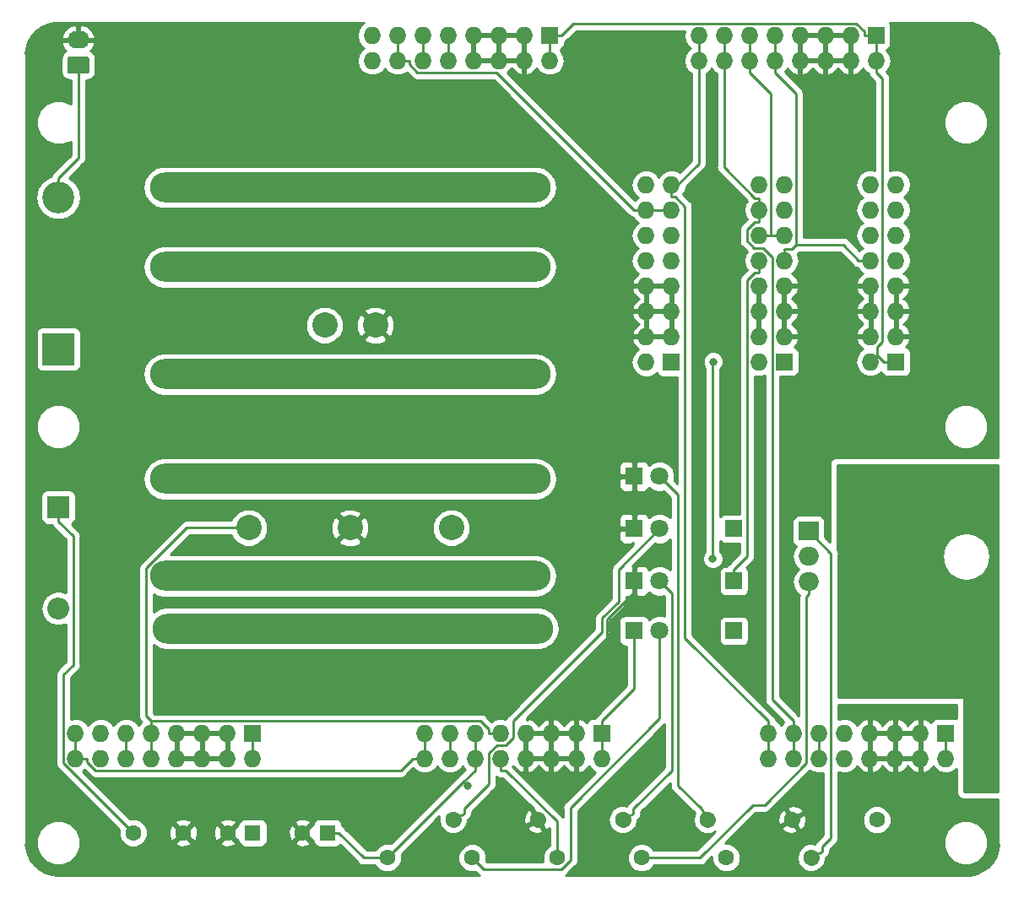
<source format=gbr>
G04 #@! TF.GenerationSoftware,KiCad,Pcbnew,(5.0.2)-1*
G04 #@! TF.CreationDate,2019-03-10T17:56:26+01:00*
G04 #@! TF.ProjectId,SnackBus_PSU,536e6163-6b42-4757-935f-5053552e6b69,rev?*
G04 #@! TF.SameCoordinates,Original*
G04 #@! TF.FileFunction,Copper,L2,Bot*
G04 #@! TF.FilePolarity,Positive*
%FSLAX46Y46*%
G04 Gerber Fmt 4.6, Leading zero omitted, Abs format (unit mm)*
G04 Created by KiCad (PCBNEW (5.0.2)-1) date 10-3-2019 17:56:26*
%MOMM*%
%LPD*%
G01*
G04 APERTURE LIST*
G04 #@! TA.AperFunction,ComponentPad*
%ADD10R,1.727200X1.727200*%
G04 #@! TD*
G04 #@! TA.AperFunction,ComponentPad*
%ADD11O,1.727200X1.727200*%
G04 #@! TD*
G04 #@! TA.AperFunction,ComponentPad*
%ADD12R,2.000000X1.905000*%
G04 #@! TD*
G04 #@! TA.AperFunction,ComponentPad*
%ADD13O,2.000000X1.905000*%
G04 #@! TD*
G04 #@! TA.AperFunction,WasherPad*
%ADD14O,40.200000X3.000000*%
G04 #@! TD*
G04 #@! TA.AperFunction,ComponentPad*
%ADD15C,1.600000*%
G04 #@! TD*
G04 #@! TA.AperFunction,ComponentPad*
%ADD16O,2.200000X2.200000*%
G04 #@! TD*
G04 #@! TA.AperFunction,ComponentPad*
%ADD17R,2.200000X2.200000*%
G04 #@! TD*
G04 #@! TA.AperFunction,ComponentPad*
%ADD18R,1.800000X1.800000*%
G04 #@! TD*
G04 #@! TA.AperFunction,ComponentPad*
%ADD19C,1.800000*%
G04 #@! TD*
G04 #@! TA.AperFunction,Conductor*
%ADD20C,0.100000*%
G04 #@! TD*
G04 #@! TA.AperFunction,ComponentPad*
%ADD21C,1.740000*%
G04 #@! TD*
G04 #@! TA.AperFunction,ComponentPad*
%ADD22O,2.200000X1.740000*%
G04 #@! TD*
G04 #@! TA.AperFunction,ComponentPad*
%ADD23C,2.540000*%
G04 #@! TD*
G04 #@! TA.AperFunction,Conductor*
%ADD24C,1.600000*%
G04 #@! TD*
G04 #@! TA.AperFunction,ComponentPad*
%ADD25R,1.600000X1.600000*%
G04 #@! TD*
G04 #@! TA.AperFunction,ComponentPad*
%ADD26R,1.700000X1.700000*%
G04 #@! TD*
G04 #@! TA.AperFunction,ComponentPad*
%ADD27R,3.200000X3.200000*%
G04 #@! TD*
G04 #@! TA.AperFunction,ComponentPad*
%ADD28O,3.200000X3.200000*%
G04 #@! TD*
G04 #@! TA.AperFunction,ViaPad*
%ADD29C,0.800000*%
G04 #@! TD*
G04 #@! TA.AperFunction,Conductor*
%ADD30C,0.250000*%
G04 #@! TD*
G04 #@! TA.AperFunction,Conductor*
%ADD31C,0.254000*%
G04 #@! TD*
G04 APERTURE END LIST*
D10*
G04 #@! TO.P,J8,1*
G04 #@! TO.N,/-12V*
X76790000Y-34750000D03*
D11*
G04 #@! TO.P,J8,2*
X74250000Y-34750000D03*
G04 #@! TO.P,J8,3*
G04 #@! TO.N,/GND*
X76790000Y-32210000D03*
G04 #@! TO.P,J8,4*
X74250000Y-32210000D03*
G04 #@! TO.P,J8,5*
X76790000Y-29670000D03*
G04 #@! TO.P,J8,6*
X74250000Y-29670000D03*
G04 #@! TO.P,J8,7*
X76790000Y-27130000D03*
G04 #@! TO.P,J8,8*
X74250000Y-27130000D03*
G04 #@! TO.P,J8,9*
G04 #@! TO.N,/+12V*
X76790000Y-24590000D03*
G04 #@! TO.P,J8,10*
X74250000Y-24590000D03*
G04 #@! TO.P,J8,11*
G04 #@! TO.N,/+5V*
X76790000Y-22050000D03*
G04 #@! TO.P,J8,12*
X74250000Y-22050000D03*
G04 #@! TO.P,J8,13*
G04 #@! TO.N,/CV*
X76790000Y-19510000D03*
G04 #@! TO.P,J8,14*
X74250000Y-19510000D03*
G04 #@! TO.P,J8,15*
G04 #@! TO.N,/GATE*
X76790000Y-16970000D03*
G04 #@! TO.P,J8,16*
X74250000Y-16970000D03*
G04 #@! TD*
G04 #@! TO.P,J9,16*
G04 #@! TO.N,/GATE*
X85460000Y-16970000D03*
G04 #@! TO.P,J9,15*
X88000000Y-16970000D03*
G04 #@! TO.P,J9,14*
G04 #@! TO.N,/CV*
X85460000Y-19510000D03*
G04 #@! TO.P,J9,13*
X88000000Y-19510000D03*
G04 #@! TO.P,J9,12*
G04 #@! TO.N,/+5V*
X85460000Y-22050000D03*
G04 #@! TO.P,J9,11*
X88000000Y-22050000D03*
G04 #@! TO.P,J9,10*
G04 #@! TO.N,/+12V*
X85460000Y-24590000D03*
G04 #@! TO.P,J9,9*
X88000000Y-24590000D03*
G04 #@! TO.P,J9,8*
G04 #@! TO.N,/GND*
X85460000Y-27130000D03*
G04 #@! TO.P,J9,7*
X88000000Y-27130000D03*
G04 #@! TO.P,J9,6*
X85460000Y-29670000D03*
G04 #@! TO.P,J9,5*
X88000000Y-29670000D03*
G04 #@! TO.P,J9,4*
X85460000Y-32210000D03*
G04 #@! TO.P,J9,3*
X88000000Y-32210000D03*
G04 #@! TO.P,J9,2*
G04 #@! TO.N,/-12V*
X85460000Y-34750000D03*
D10*
G04 #@! TO.P,J9,1*
X88000000Y-34750000D03*
G04 #@! TD*
D12*
G04 #@! TO.P,U1,1*
G04 #@! TO.N,Net-(C2-Pad1)*
X79250000Y-51750000D03*
D13*
G04 #@! TO.P,U1,2*
G04 #@! TO.N,/+5V*
X79250000Y-54290000D03*
G04 #@! TO.P,U1,3*
G04 #@! TO.N,Net-(C1-Pad1)*
X79250000Y-56830000D03*
G04 #@! TD*
D14*
G04 #@! TO.P,SLOT4,*
G04 #@! TO.N,*
X33250000Y-46500000D03*
G04 #@! TD*
G04 #@! TO.P,SLOT3,*
G04 #@! TO.N,*
X33250000Y-36000000D03*
G04 #@! TD*
G04 #@! TO.P,SLOT5,*
G04 #@! TO.N,*
X33250000Y-56250000D03*
G04 #@! TD*
G04 #@! TO.P,SLOT2,*
G04 #@! TO.N,*
X33250000Y-25250000D03*
G04 #@! TD*
G04 #@! TO.P,SLOT6,*
G04 #@! TO.N,*
X33500000Y-61500000D03*
G04 #@! TD*
G04 #@! TO.P,SLOT1,*
G04 #@! TO.N,*
X33250000Y-17250000D03*
G04 #@! TD*
D15*
G04 #@! TO.P,C1,1*
G04 #@! TO.N,Net-(C1-Pad1)*
X11500000Y-82000000D03*
G04 #@! TO.P,C1,2*
G04 #@! TO.N,/GND*
X16500000Y-82000000D03*
G04 #@! TD*
D16*
G04 #@! TO.P,D2,2*
G04 #@! TO.N,/+5V*
X4000000Y-59500000D03*
D17*
G04 #@! TO.P,D2,1*
G04 #@! TO.N,Net-(C1-Pad1)*
X4000000Y-49340000D03*
G04 #@! TD*
D18*
G04 #@! TO.P,D_+12V_1,1*
G04 #@! TO.N,/GND*
X61750000Y-56750000D03*
D19*
G04 #@! TO.P,D_+12V_1,2*
G04 #@! TO.N,Net-(D_+12V_1-Pad2)*
X64290000Y-56750000D03*
G04 #@! TD*
D18*
G04 #@! TO.P,D_+5V_1,1*
G04 #@! TO.N,/GND*
X61750000Y-51500000D03*
D19*
G04 #@! TO.P,D_+5V_1,2*
G04 #@! TO.N,Net-(D_+5V_1-Pad2)*
X64290000Y-51500000D03*
G04 #@! TD*
G04 #@! TO.P,D_-12V_1,2*
G04 #@! TO.N,Net-(D_-12V_1-Pad2)*
X64290000Y-61750000D03*
D18*
G04 #@! TO.P,D_-12V_1,1*
G04 #@! TO.N,/-12V*
X61750000Y-61750000D03*
G04 #@! TD*
D19*
G04 #@! TO.P,D_PWR_1,2*
G04 #@! TO.N,Net-(D_PWR_1-Pad2)*
X64290000Y-46250000D03*
D18*
G04 #@! TO.P,D_PWR_1,1*
G04 #@! TO.N,/GND*
X61750000Y-46250000D03*
G04 #@! TD*
D20*
G04 #@! TO.N,Net-(D1-Pad2)*
G04 #@! TO.C,J1*
G36*
X6874505Y-4131204D02*
X6898773Y-4134804D01*
X6922572Y-4140765D01*
X6945671Y-4149030D01*
X6967850Y-4159520D01*
X6988893Y-4172132D01*
X7008599Y-4186747D01*
X7026777Y-4203223D01*
X7043253Y-4221401D01*
X7057868Y-4241107D01*
X7070480Y-4262150D01*
X7080970Y-4284329D01*
X7089235Y-4307428D01*
X7095196Y-4331227D01*
X7098796Y-4355495D01*
X7100000Y-4379999D01*
X7100000Y-5620001D01*
X7098796Y-5644505D01*
X7095196Y-5668773D01*
X7089235Y-5692572D01*
X7080970Y-5715671D01*
X7070480Y-5737850D01*
X7057868Y-5758893D01*
X7043253Y-5778599D01*
X7026777Y-5796777D01*
X7008599Y-5813253D01*
X6988893Y-5827868D01*
X6967850Y-5840480D01*
X6945671Y-5850970D01*
X6922572Y-5859235D01*
X6898773Y-5865196D01*
X6874505Y-5868796D01*
X6850001Y-5870000D01*
X5149999Y-5870000D01*
X5125495Y-5868796D01*
X5101227Y-5865196D01*
X5077428Y-5859235D01*
X5054329Y-5850970D01*
X5032150Y-5840480D01*
X5011107Y-5827868D01*
X4991401Y-5813253D01*
X4973223Y-5796777D01*
X4956747Y-5778599D01*
X4942132Y-5758893D01*
X4929520Y-5737850D01*
X4919030Y-5715671D01*
X4910765Y-5692572D01*
X4904804Y-5668773D01*
X4901204Y-5644505D01*
X4900000Y-5620001D01*
X4900000Y-4379999D01*
X4901204Y-4355495D01*
X4904804Y-4331227D01*
X4910765Y-4307428D01*
X4919030Y-4284329D01*
X4929520Y-4262150D01*
X4942132Y-4241107D01*
X4956747Y-4221401D01*
X4973223Y-4203223D01*
X4991401Y-4186747D01*
X5011107Y-4172132D01*
X5032150Y-4159520D01*
X5054329Y-4149030D01*
X5077428Y-4140765D01*
X5101227Y-4134804D01*
X5125495Y-4131204D01*
X5149999Y-4130000D01*
X6850001Y-4130000D01*
X6874505Y-4131204D01*
X6874505Y-4131204D01*
G37*
D21*
G04 #@! TD*
G04 #@! TO.P,J1,1*
G04 #@! TO.N,Net-(D1-Pad2)*
X6000000Y-5000000D03*
D22*
G04 #@! TO.P,J1,2*
G04 #@! TO.N,/GND*
X6000000Y-2460000D03*
G04 #@! TD*
D11*
G04 #@! TO.P,J2,16*
G04 #@! TO.N,/GATE*
X5720000Y-74540000D03*
G04 #@! TO.P,J2,15*
X5720000Y-72000000D03*
G04 #@! TO.P,J2,14*
G04 #@! TO.N,/CV*
X8260000Y-74540000D03*
G04 #@! TO.P,J2,13*
X8260000Y-72000000D03*
G04 #@! TO.P,J2,12*
G04 #@! TO.N,/+5V*
X10800000Y-74540000D03*
G04 #@! TO.P,J2,11*
X10800000Y-72000000D03*
G04 #@! TO.P,J2,10*
G04 #@! TO.N,/+12V*
X13340000Y-74540000D03*
G04 #@! TO.P,J2,9*
X13340000Y-72000000D03*
G04 #@! TO.P,J2,8*
G04 #@! TO.N,/GND*
X15880000Y-74540000D03*
G04 #@! TO.P,J2,7*
X15880000Y-72000000D03*
G04 #@! TO.P,J2,6*
X18420000Y-74540000D03*
G04 #@! TO.P,J2,5*
X18420000Y-72000000D03*
G04 #@! TO.P,J2,4*
X20960000Y-74540000D03*
G04 #@! TO.P,J2,3*
X20960000Y-72000000D03*
G04 #@! TO.P,J2,2*
G04 #@! TO.N,/-12V*
X23500000Y-74540000D03*
D10*
G04 #@! TO.P,J2,1*
X23500000Y-72000000D03*
G04 #@! TD*
G04 #@! TO.P,J3,1*
G04 #@! TO.N,/-12V*
X53250000Y-2000000D03*
D11*
G04 #@! TO.P,J3,2*
X53250000Y-4540000D03*
G04 #@! TO.P,J3,3*
G04 #@! TO.N,/GND*
X50710000Y-2000000D03*
G04 #@! TO.P,J3,4*
X50710000Y-4540000D03*
G04 #@! TO.P,J3,5*
X48170000Y-2000000D03*
G04 #@! TO.P,J3,6*
X48170000Y-4540000D03*
G04 #@! TO.P,J3,7*
X45630000Y-2000000D03*
G04 #@! TO.P,J3,8*
X45630000Y-4540000D03*
G04 #@! TO.P,J3,9*
G04 #@! TO.N,/+12V*
X43090000Y-2000000D03*
G04 #@! TO.P,J3,10*
X43090000Y-4540000D03*
G04 #@! TO.P,J3,11*
G04 #@! TO.N,/+5V*
X40550000Y-2000000D03*
G04 #@! TO.P,J3,12*
X40550000Y-4540000D03*
G04 #@! TO.P,J3,13*
G04 #@! TO.N,/CV*
X38010000Y-2000000D03*
G04 #@! TO.P,J3,14*
X38010000Y-4540000D03*
G04 #@! TO.P,J3,15*
G04 #@! TO.N,/GATE*
X35470000Y-2000000D03*
G04 #@! TO.P,J3,16*
X35470000Y-4540000D03*
G04 #@! TD*
D10*
G04 #@! TO.P,J4,1*
G04 #@! TO.N,/-12V*
X86000000Y-2000000D03*
D11*
G04 #@! TO.P,J4,2*
X86000000Y-4540000D03*
G04 #@! TO.P,J4,3*
G04 #@! TO.N,/GND*
X83460000Y-2000000D03*
G04 #@! TO.P,J4,4*
X83460000Y-4540000D03*
G04 #@! TO.P,J4,5*
X80920000Y-2000000D03*
G04 #@! TO.P,J4,6*
X80920000Y-4540000D03*
G04 #@! TO.P,J4,7*
X78380000Y-2000000D03*
G04 #@! TO.P,J4,8*
X78380000Y-4540000D03*
G04 #@! TO.P,J4,9*
G04 #@! TO.N,/+12V*
X75840000Y-2000000D03*
G04 #@! TO.P,J4,10*
X75840000Y-4540000D03*
G04 #@! TO.P,J4,11*
G04 #@! TO.N,/+5V*
X73300000Y-2000000D03*
G04 #@! TO.P,J4,12*
X73300000Y-4540000D03*
G04 #@! TO.P,J4,13*
G04 #@! TO.N,/CV*
X70760000Y-2000000D03*
G04 #@! TO.P,J4,14*
X70760000Y-4540000D03*
G04 #@! TO.P,J4,15*
G04 #@! TO.N,/GATE*
X68220000Y-2000000D03*
G04 #@! TO.P,J4,16*
X68220000Y-4540000D03*
G04 #@! TD*
D10*
G04 #@! TO.P,J5,1*
G04 #@! TO.N,/-12V*
X58500000Y-72000000D03*
D11*
G04 #@! TO.P,J5,2*
X58500000Y-74540000D03*
G04 #@! TO.P,J5,3*
G04 #@! TO.N,/GND*
X55960000Y-72000000D03*
G04 #@! TO.P,J5,4*
X55960000Y-74540000D03*
G04 #@! TO.P,J5,5*
X53420000Y-72000000D03*
G04 #@! TO.P,J5,6*
X53420000Y-74540000D03*
G04 #@! TO.P,J5,7*
X50880000Y-72000000D03*
G04 #@! TO.P,J5,8*
X50880000Y-74540000D03*
G04 #@! TO.P,J5,9*
G04 #@! TO.N,/+12V*
X48340000Y-72000000D03*
G04 #@! TO.P,J5,10*
X48340000Y-74540000D03*
G04 #@! TO.P,J5,11*
G04 #@! TO.N,/+5V*
X45800000Y-72000000D03*
G04 #@! TO.P,J5,12*
X45800000Y-74540000D03*
G04 #@! TO.P,J5,13*
G04 #@! TO.N,/CV*
X43260000Y-72000000D03*
G04 #@! TO.P,J5,14*
X43260000Y-74540000D03*
G04 #@! TO.P,J5,15*
G04 #@! TO.N,/GATE*
X40720000Y-72000000D03*
G04 #@! TO.P,J5,16*
X40720000Y-74540000D03*
G04 #@! TD*
G04 #@! TO.P,J6,16*
G04 #@! TO.N,/GATE*
X75220000Y-74540000D03*
G04 #@! TO.P,J6,15*
X75220000Y-72000000D03*
G04 #@! TO.P,J6,14*
G04 #@! TO.N,/CV*
X77760000Y-74540000D03*
G04 #@! TO.P,J6,13*
X77760000Y-72000000D03*
G04 #@! TO.P,J6,12*
G04 #@! TO.N,/+5V*
X80300000Y-74540000D03*
G04 #@! TO.P,J6,11*
X80300000Y-72000000D03*
G04 #@! TO.P,J6,10*
G04 #@! TO.N,/+12V*
X82840000Y-74540000D03*
G04 #@! TO.P,J6,9*
X82840000Y-72000000D03*
G04 #@! TO.P,J6,8*
G04 #@! TO.N,/GND*
X85380000Y-74540000D03*
G04 #@! TO.P,J6,7*
X85380000Y-72000000D03*
G04 #@! TO.P,J6,6*
X87920000Y-74540000D03*
G04 #@! TO.P,J6,5*
X87920000Y-72000000D03*
G04 #@! TO.P,J6,4*
X90460000Y-74540000D03*
G04 #@! TO.P,J6,3*
X90460000Y-72000000D03*
G04 #@! TO.P,J6,2*
G04 #@! TO.N,/-12V*
X93000000Y-74540000D03*
D10*
G04 #@! TO.P,J6,1*
X93000000Y-72000000D03*
G04 #@! TD*
G04 #@! TO.P,J7,1*
G04 #@! TO.N,/-12V*
X65500000Y-34780000D03*
D11*
G04 #@! TO.P,J7,2*
X62960000Y-34780000D03*
G04 #@! TO.P,J7,3*
G04 #@! TO.N,/GND*
X65500000Y-32240000D03*
G04 #@! TO.P,J7,4*
X62960000Y-32240000D03*
G04 #@! TO.P,J7,5*
X65500000Y-29700000D03*
G04 #@! TO.P,J7,6*
X62960000Y-29700000D03*
G04 #@! TO.P,J7,7*
X65500000Y-27160000D03*
G04 #@! TO.P,J7,8*
X62960000Y-27160000D03*
G04 #@! TO.P,J7,9*
G04 #@! TO.N,/+12V*
X65500000Y-24620000D03*
G04 #@! TO.P,J7,10*
X62960000Y-24620000D03*
G04 #@! TO.P,J7,11*
G04 #@! TO.N,/+5V*
X65500000Y-22080000D03*
G04 #@! TO.P,J7,12*
X62960000Y-22080000D03*
G04 #@! TO.P,J7,13*
G04 #@! TO.N,/CV*
X65500000Y-19540000D03*
G04 #@! TO.P,J7,14*
X62960000Y-19540000D03*
G04 #@! TO.P,J7,15*
G04 #@! TO.N,/GATE*
X65500000Y-17000000D03*
G04 #@! TO.P,J7,16*
X62960000Y-17000000D03*
G04 #@! TD*
D23*
G04 #@! TO.P,M1,1*
G04 #@! TO.N,Net-(C1-Pad1)*
X30710000Y-31090000D03*
G04 #@! TO.P,M1,2*
G04 #@! TO.N,/GND*
X35790000Y-31090000D03*
G04 #@! TO.P,M1,3*
G04 #@! TO.N,/+12V*
X23090000Y-51410000D03*
G04 #@! TO.P,M1,4*
G04 #@! TO.N,/GND*
X33250000Y-51410000D03*
G04 #@! TO.P,M1,5*
G04 #@! TO.N,/-12V*
X43410000Y-51410000D03*
G04 #@! TD*
D15*
G04 #@! TO.P,R1,1*
G04 #@! TO.N,/+5V*
X37000000Y-84500000D03*
G04 #@! TO.P,R1,2*
G04 #@! TO.N,Net-(D_+5V_1-Pad2)*
X43599114Y-80690000D03*
D24*
G04 #@! TD*
G04 #@! TO.N,Net-(D_+5V_1-Pad2)*
G04 #@! TO.C,R1*
X43599114Y-80690000D02*
X43599114Y-80690000D01*
D15*
G04 #@! TO.P,R2,2*
G04 #@! TO.N,/GND*
X52099114Y-80690000D03*
D24*
G04 #@! TD*
G04 #@! TO.N,/GND*
G04 #@! TO.C,R2*
X52099114Y-80690000D02*
X52099114Y-80690000D01*
D15*
G04 #@! TO.P,R2,1*
G04 #@! TO.N,Net-(D_-12V_1-Pad2)*
X45500000Y-84500000D03*
G04 #@! TD*
G04 #@! TO.P,R3,1*
G04 #@! TO.N,/+12V*
X54000000Y-84500000D03*
G04 #@! TO.P,R3,2*
G04 #@! TO.N,Net-(D_+12V_1-Pad2)*
X60599114Y-80690000D03*
D24*
G04 #@! TD*
G04 #@! TO.N,Net-(D_+12V_1-Pad2)*
G04 #@! TO.C,R3*
X60599114Y-80690000D02*
X60599114Y-80690000D01*
D15*
G04 #@! TO.P,R4,2*
G04 #@! TO.N,Net-(D_PWR_1-Pad2)*
X69099114Y-80690000D03*
D24*
G04 #@! TD*
G04 #@! TO.N,Net-(D_PWR_1-Pad2)*
G04 #@! TO.C,R4*
X69099114Y-80690000D02*
X69099114Y-80690000D01*
D15*
G04 #@! TO.P,R4,1*
G04 #@! TO.N,Net-(C1-Pad1)*
X62500000Y-84500000D03*
G04 #@! TD*
G04 #@! TO.P,R5,1*
G04 #@! TO.N,Net-(C2-Pad1)*
X71000000Y-84500000D03*
G04 #@! TO.P,R5,2*
G04 #@! TO.N,/GND*
X77599114Y-80690000D03*
D24*
G04 #@! TD*
G04 #@! TO.N,/GND*
G04 #@! TO.C,R5*
X77599114Y-80690000D02*
X77599114Y-80690000D01*
D15*
G04 #@! TO.P,R6,2*
G04 #@! TO.N,Net-(C2-Pad1)*
X79499986Y-84500000D03*
D24*
G04 #@! TD*
G04 #@! TO.N,Net-(C2-Pad1)*
G04 #@! TO.C,R6*
X79499986Y-84500000D02*
X79499986Y-84500000D01*
D15*
G04 #@! TO.P,R6,1*
G04 #@! TO.N,/+5V*
X86099100Y-80690000D03*
G04 #@! TD*
D25*
G04 #@! TO.P,C3,1*
G04 #@! TO.N,/+5V*
X31000000Y-82000000D03*
D15*
G04 #@! TO.P,C3,2*
G04 #@! TO.N,/GND*
X28500000Y-82000000D03*
G04 #@! TD*
D26*
G04 #@! TO.P,J10,1*
G04 #@! TO.N,/+12V*
X71750000Y-56750000D03*
G04 #@! TD*
G04 #@! TO.P,J11,1*
G04 #@! TO.N,/-12V*
X71750000Y-61750000D03*
G04 #@! TD*
G04 #@! TO.P,J12,1*
G04 #@! TO.N,/+5V*
X71750000Y-51500000D03*
G04 #@! TD*
D25*
G04 #@! TO.P,C2,1*
G04 #@! TO.N,Net-(C2-Pad1)*
X23500000Y-82000000D03*
D15*
G04 #@! TO.P,C2,2*
G04 #@! TO.N,/GND*
X21000000Y-82000000D03*
G04 #@! TD*
D27*
G04 #@! TO.P,D1,1*
G04 #@! TO.N,Net-(C1-Pad1)*
X4000000Y-33500000D03*
D28*
G04 #@! TO.P,D1,2*
G04 #@! TO.N,Net-(D1-Pad2)*
X4000000Y-18260000D03*
G04 #@! TD*
D29*
G04 #@! TO.N,/GND*
X96000000Y-3000000D03*
X69750000Y-29750000D03*
G04 #@! TO.N,/+5V*
X45026200Y-77252500D03*
X83210000Y-54290000D03*
G04 #@! TO.N,/-12V*
X69672100Y-34750000D03*
X69642100Y-54509300D03*
G04 #@! TD*
D30*
G04 #@! TO.N,Net-(C1-Pad1)*
X4000000Y-49340000D02*
X4000000Y-50765300D01*
X4000000Y-50765300D02*
X5474800Y-52240100D01*
X5474800Y-52240100D02*
X5474800Y-65174200D01*
X5474800Y-65174200D02*
X4508200Y-66140800D01*
X4508200Y-66140800D02*
X4508200Y-75022000D01*
X4508200Y-75022000D02*
X11486200Y-82000000D01*
X11486200Y-82000000D02*
X11500000Y-82000000D01*
X79250000Y-56830000D02*
X79250000Y-58107800D01*
X62500000Y-84500000D02*
X68355200Y-84500000D01*
X68355200Y-84500000D02*
X73648500Y-79206700D01*
X73648500Y-79206700D02*
X74825800Y-79206700D01*
X74825800Y-79206700D02*
X79029900Y-75002600D01*
X79029900Y-75002600D02*
X79029900Y-58327900D01*
X79029900Y-58327900D02*
X79250000Y-58107800D01*
G04 #@! TO.N,/GND*
X61750000Y-57900000D02*
X59000000Y-60650000D01*
X61750000Y-56750000D02*
X61750000Y-57900000D01*
X59000000Y-60650000D02*
X59000000Y-64000000D01*
G04 #@! TO.N,/+5V*
X80300000Y-74540000D02*
X80300000Y-72000000D01*
X44651300Y-76877600D02*
X44622400Y-76877600D01*
X44622400Y-76877600D02*
X37000000Y-84500000D01*
X45026200Y-77252500D02*
X44651300Y-76877600D01*
X44651300Y-76877600D02*
X45800000Y-75728900D01*
X45800000Y-74540000D02*
X45800000Y-75728900D01*
X45800000Y-72000000D02*
X45800000Y-74540000D01*
X75440600Y-22050000D02*
X74250000Y-22050000D01*
X76790000Y-22050000D02*
X75440600Y-22050000D01*
X75440600Y-22050000D02*
X75440600Y-7869500D01*
X75440600Y-7869500D02*
X73300000Y-5728900D01*
X73300000Y-4540000D02*
X73300000Y-5728900D01*
X31000000Y-82000000D02*
X32125300Y-82000000D01*
X37000000Y-84500000D02*
X34625300Y-84500000D01*
X34625300Y-84500000D02*
X32125300Y-82000000D01*
X40550000Y-2000000D02*
X40550000Y-4540000D01*
X73300000Y-2000000D02*
X73300000Y-4540000D01*
X10800000Y-74540000D02*
X10800000Y-72000000D01*
G04 #@! TO.N,Net-(D1-Pad2)*
X4000000Y-18260000D02*
X4000000Y-16334700D01*
X4000000Y-16334700D02*
X6000000Y-14334700D01*
X6000000Y-14334700D02*
X6000000Y-5000000D01*
G04 #@! TO.N,Net-(D_+12V_1-Pad2)*
X60599100Y-80690000D02*
X61681800Y-80064900D01*
X61681800Y-80064900D02*
X61681700Y-80064800D01*
X61681700Y-80064800D02*
X61681700Y-79607400D01*
X61681700Y-79607400D02*
X65561900Y-75727200D01*
X65561900Y-75727200D02*
X65561900Y-58021900D01*
X65561900Y-58021900D02*
X64290000Y-56750000D01*
G04 #@! TO.N,Net-(D_+5V_1-Pad2)*
X44681700Y-80064800D02*
X44681700Y-79607400D01*
X43599100Y-80690000D02*
X44681800Y-80064900D01*
X44681700Y-79607400D02*
X47151000Y-77138100D01*
X47151000Y-77138100D02*
X47151000Y-74025700D01*
X44681800Y-80064900D02*
X44681700Y-80064800D01*
X49610000Y-70811000D02*
X58549989Y-61871011D01*
X47151000Y-74025700D02*
X47987700Y-73189000D01*
X47987700Y-73189000D02*
X48854300Y-73189000D01*
X60211900Y-58801690D02*
X60211900Y-55578100D01*
X60211900Y-55578100D02*
X64290000Y-51500000D01*
X58549989Y-60463600D02*
X60211900Y-58801690D01*
X58549989Y-61871011D02*
X58549989Y-60463600D01*
X49610000Y-72433300D02*
X49610000Y-70811000D01*
X48854300Y-73189000D02*
X49610000Y-72433300D01*
G04 #@! TO.N,Net-(D_-12V_1-Pad2)*
X45500000Y-84500000D02*
X46633000Y-85633000D01*
X46633000Y-85633000D02*
X54478200Y-85633000D01*
X54478200Y-85633000D02*
X55353200Y-84758000D01*
X55353200Y-84758000D02*
X55353200Y-79483600D01*
X55353200Y-79483600D02*
X64290000Y-70546800D01*
X64290000Y-70546800D02*
X64290000Y-61750000D01*
G04 #@! TO.N,/-12V*
X58500000Y-72000000D02*
X58500000Y-70811100D01*
X61750000Y-61750000D02*
X61750000Y-67561100D01*
X61750000Y-67561100D02*
X58500000Y-70811100D01*
X86135600Y-34074400D02*
X85460000Y-34750000D01*
X86000000Y-5728900D02*
X86648900Y-6377800D01*
X86648900Y-6377800D02*
X86648900Y-32743800D01*
X86648900Y-32743800D02*
X86135600Y-33257100D01*
X86135600Y-33257100D02*
X86135600Y-34074400D01*
X86135600Y-34074400D02*
X86811100Y-34750000D01*
X23500000Y-72000000D02*
X23500000Y-74540000D01*
X88000000Y-34750000D02*
X86811100Y-34750000D01*
X53250000Y-2000000D02*
X54438900Y-2000000D01*
X54438900Y-2000000D02*
X55627800Y-811100D01*
X55627800Y-811100D02*
X83993800Y-811100D01*
X83993800Y-811100D02*
X84811100Y-1628400D01*
X84811100Y-1628400D02*
X84811100Y-2000000D01*
X53250000Y-4540000D02*
X53250000Y-2000000D01*
X86000000Y-2000000D02*
X84811100Y-2000000D01*
X86000000Y-4540000D02*
X86000000Y-5728900D01*
X86000000Y-2000000D02*
X86000000Y-4540000D01*
X58500000Y-74540000D02*
X58500000Y-72000000D01*
X93000000Y-72000000D02*
X93000000Y-74540000D01*
X69642100Y-34780000D02*
X69672100Y-34750000D01*
X69642100Y-54509300D02*
X69642100Y-34780000D01*
G04 #@! TO.N,Net-(D_PWR_1-Pad2)*
X69099100Y-80690000D02*
X68474000Y-79607300D01*
X68474000Y-79607300D02*
X66117300Y-77250600D01*
X66117300Y-77250600D02*
X66117300Y-48077300D01*
X66117300Y-48077300D02*
X64290000Y-46250000D01*
G04 #@! TO.N,/GATE*
X40720000Y-74540000D02*
X39531100Y-74540000D01*
X39531100Y-74540000D02*
X38326200Y-75744900D01*
X38326200Y-75744900D02*
X7744300Y-75744900D01*
X7744300Y-75744900D02*
X6908900Y-74909500D01*
X6908900Y-74909500D02*
X6908900Y-74540000D01*
X40720000Y-74540000D02*
X40720000Y-73188900D01*
X5720000Y-74540000D02*
X6908900Y-74540000D01*
X65500000Y-17594400D02*
X68220000Y-14874400D01*
X68220000Y-14874400D02*
X68220000Y-4540000D01*
X65500000Y-17594400D02*
X65500000Y-18188900D01*
X65500000Y-17000000D02*
X65500000Y-17594400D01*
X75220000Y-72000000D02*
X75220000Y-70811100D01*
X75220000Y-70811100D02*
X66851000Y-62442100D01*
X66851000Y-62442100D02*
X66851000Y-19168400D01*
X66851000Y-19168400D02*
X65871500Y-18188900D01*
X65871500Y-18188900D02*
X65500000Y-18188900D01*
X75220000Y-74540000D02*
X75220000Y-72000000D01*
X68220000Y-4540000D02*
X68220000Y-2000000D01*
X40720000Y-72481800D02*
X40720000Y-72000000D01*
X40720000Y-72481800D02*
X40720000Y-73188900D01*
X5720000Y-72000000D02*
X5720000Y-74540000D01*
G04 #@! TO.N,/CV*
X74250000Y-19510000D02*
X74250000Y-20698900D01*
X77760000Y-72000000D02*
X77760000Y-70811100D01*
X77760000Y-70811100D02*
X75601000Y-68652100D01*
X75601000Y-68652100D02*
X75601000Y-24258600D01*
X75601000Y-24258600D02*
X74662400Y-23320000D01*
X74662400Y-23320000D02*
X73769300Y-23320000D01*
X73769300Y-23320000D02*
X73058000Y-22608700D01*
X73058000Y-22608700D02*
X73058000Y-21521400D01*
X73058000Y-21521400D02*
X73880500Y-20698900D01*
X73880500Y-20698900D02*
X74250000Y-20698900D01*
X77760000Y-74540000D02*
X77760000Y-72000000D01*
X43260000Y-74540000D02*
X43260000Y-72000000D01*
X65500000Y-19540000D02*
X62960000Y-19540000D01*
X38010000Y-4540000D02*
X39198900Y-4540000D01*
X62960000Y-19540000D02*
X61771100Y-19540000D01*
X61771100Y-19540000D02*
X47960000Y-5728900D01*
X47960000Y-5728900D02*
X40016200Y-5728900D01*
X40016200Y-5728900D02*
X39198900Y-4911600D01*
X39198900Y-4911600D02*
X39198900Y-4540000D01*
X70760000Y-4540000D02*
X70760000Y-5728900D01*
X74250000Y-19510000D02*
X74250000Y-18321100D01*
X74250000Y-18321100D02*
X73878400Y-18321100D01*
X73878400Y-18321100D02*
X70760000Y-15202700D01*
X70760000Y-15202700D02*
X70760000Y-5728900D01*
X38010000Y-4540000D02*
X38010000Y-2000000D01*
X70760000Y-2000000D02*
X70760000Y-4540000D01*
G04 #@! TO.N,/+12V*
X74250000Y-24590000D02*
X74250000Y-25778900D01*
X71750000Y-56750000D02*
X71750000Y-55574700D01*
X71750000Y-55574700D02*
X73061100Y-54263600D01*
X73061100Y-54263600D02*
X73061100Y-26596200D01*
X73061100Y-26596200D02*
X73878400Y-25778900D01*
X73878400Y-25778900D02*
X74250000Y-25778900D01*
X48340000Y-72000000D02*
X47151100Y-72000000D01*
X47151100Y-72000000D02*
X47151100Y-71628400D01*
X47151100Y-71628400D02*
X46333800Y-70811100D01*
X46333800Y-70811100D02*
X13340000Y-70811100D01*
X48340000Y-74540000D02*
X48340000Y-75728900D01*
X48340000Y-75728900D02*
X48860100Y-75728900D01*
X48860100Y-75728900D02*
X54000000Y-80868800D01*
X54000000Y-80868800D02*
X54000000Y-84500000D01*
X77982700Y-23013700D02*
X82694800Y-23013700D01*
X82694800Y-23013700D02*
X84271100Y-24590000D01*
X76790000Y-23401100D02*
X77595300Y-23401100D01*
X77595300Y-23401100D02*
X77982700Y-23013700D01*
X77982700Y-23013700D02*
X77982700Y-7871600D01*
X77982700Y-7871600D02*
X75840000Y-5728900D01*
X85460000Y-24590000D02*
X84271100Y-24590000D01*
X75840000Y-4540000D02*
X75840000Y-5728900D01*
X76790000Y-24590000D02*
X76790000Y-23401100D01*
X13340000Y-72000000D02*
X13340000Y-70811100D01*
X23090000Y-51410000D02*
X16892400Y-51410000D01*
X16892400Y-51410000D02*
X12822800Y-55479600D01*
X12822800Y-55479600D02*
X12822800Y-70293900D01*
X12822800Y-70293900D02*
X13340000Y-70811100D01*
X43090000Y-4540000D02*
X43090000Y-2000000D01*
X75840000Y-4540000D02*
X75840000Y-2000000D01*
X13340000Y-72000000D02*
X13340000Y-74540000D01*
G04 #@! TO.N,Net-(C2-Pad1)*
X79500000Y-84500000D02*
X80582700Y-83874900D01*
X80582700Y-83874900D02*
X80582600Y-83874800D01*
X80582600Y-83874800D02*
X80582600Y-83417400D01*
X80582600Y-83417400D02*
X81492400Y-82507600D01*
X81492400Y-82507600D02*
X81492400Y-53992400D01*
X81492400Y-53992400D02*
X79250000Y-51750000D01*
G04 #@! TD*
D31*
G04 #@! TO.N,/+5V*
G36*
X98265001Y-77873000D02*
X94877000Y-77873000D01*
X94877000Y-68500000D01*
X94867333Y-68451399D01*
X94839803Y-68410197D01*
X94798601Y-68382667D01*
X94750000Y-68373000D01*
X82252400Y-68373000D01*
X82252400Y-54290000D01*
X92618276Y-54290000D01*
X92803380Y-55220580D01*
X93330511Y-56009489D01*
X94119420Y-56536620D01*
X94815103Y-56675000D01*
X95284897Y-56675000D01*
X95980580Y-56536620D01*
X96769489Y-56009489D01*
X97296620Y-55220580D01*
X97481724Y-54290000D01*
X97296620Y-53359420D01*
X96769489Y-52570511D01*
X95980580Y-52043380D01*
X95284897Y-51905000D01*
X94815103Y-51905000D01*
X94119420Y-52043380D01*
X93330511Y-52570511D01*
X92803380Y-53359420D01*
X92618276Y-54290000D01*
X82252400Y-54290000D01*
X82252400Y-54067246D01*
X82267288Y-53992399D01*
X82252400Y-53917552D01*
X82252400Y-53917548D01*
X82208304Y-53695863D01*
X82166502Y-53633302D01*
X82127000Y-53574183D01*
X82127000Y-45127000D01*
X98265001Y-45127000D01*
X98265001Y-77873000D01*
X98265001Y-77873000D01*
G37*
X98265001Y-77873000D02*
X94877000Y-77873000D01*
X94877000Y-68500000D01*
X94867333Y-68451399D01*
X94839803Y-68410197D01*
X94798601Y-68382667D01*
X94750000Y-68373000D01*
X82252400Y-68373000D01*
X82252400Y-54290000D01*
X92618276Y-54290000D01*
X92803380Y-55220580D01*
X93330511Y-56009489D01*
X94119420Y-56536620D01*
X94815103Y-56675000D01*
X95284897Y-56675000D01*
X95980580Y-56536620D01*
X96769489Y-56009489D01*
X97296620Y-55220580D01*
X97481724Y-54290000D01*
X97296620Y-53359420D01*
X96769489Y-52570511D01*
X95980580Y-52043380D01*
X95284897Y-51905000D01*
X94815103Y-51905000D01*
X94119420Y-52043380D01*
X93330511Y-52570511D01*
X92803380Y-53359420D01*
X92618276Y-54290000D01*
X82252400Y-54290000D01*
X82252400Y-54067246D01*
X82267288Y-53992399D01*
X82252400Y-53917552D01*
X82252400Y-53917548D01*
X82208304Y-53695863D01*
X82166502Y-53633302D01*
X82127000Y-53574183D01*
X82127000Y-45127000D01*
X98265001Y-45127000D01*
X98265001Y-77873000D01*
G04 #@! TO.N,/GND*
G36*
X94115000Y-70540672D02*
X94111365Y-70538243D01*
X93863600Y-70488960D01*
X92136400Y-70488960D01*
X91888635Y-70538243D01*
X91678591Y-70678591D01*
X91538243Y-70888635D01*
X91520480Y-70977936D01*
X91234947Y-70717312D01*
X90819026Y-70545042D01*
X90587000Y-70666183D01*
X90587000Y-71873000D01*
X90607000Y-71873000D01*
X90607000Y-72127000D01*
X90587000Y-72127000D01*
X90587000Y-74413000D01*
X90607000Y-74413000D01*
X90607000Y-74667000D01*
X90587000Y-74667000D01*
X90587000Y-75873817D01*
X90819026Y-75994958D01*
X91234947Y-75822688D01*
X91666821Y-75428490D01*
X91718146Y-75318979D01*
X91919570Y-75620430D01*
X92415275Y-75951650D01*
X92852402Y-76038600D01*
X93147598Y-76038600D01*
X93584725Y-75951650D01*
X94080430Y-75620430D01*
X94115000Y-75568692D01*
X94115000Y-78000000D01*
X94163336Y-78243004D01*
X94300987Y-78449013D01*
X94506996Y-78586664D01*
X94750000Y-78635000D01*
X98265001Y-78635000D01*
X98265001Y-83072388D01*
X98274264Y-83118955D01*
X98219224Y-83660812D01*
X98020596Y-84294631D01*
X97698582Y-84875561D01*
X97266329Y-85379879D01*
X96741497Y-85786981D01*
X96145532Y-86080232D01*
X95494297Y-86249867D01*
X95135216Y-86277497D01*
X95072388Y-86265000D01*
X54900308Y-86265000D01*
X55026129Y-86180929D01*
X55068531Y-86117470D01*
X55837673Y-85348329D01*
X55901129Y-85305929D01*
X56069104Y-85054537D01*
X56113200Y-84832852D01*
X56113200Y-84832847D01*
X56128088Y-84758000D01*
X56113200Y-84683153D01*
X56113200Y-79798401D01*
X64774473Y-71137129D01*
X64801900Y-71118803D01*
X64801900Y-75412397D01*
X61197228Y-79017071D01*
X61133772Y-79059471D01*
X60972306Y-79301120D01*
X60740447Y-79255000D01*
X60457781Y-79255000D01*
X60039205Y-79338260D01*
X59564537Y-79655423D01*
X59247374Y-80130091D01*
X59136001Y-80690000D01*
X59247374Y-81249909D01*
X59564537Y-81724577D01*
X60039205Y-82041740D01*
X60457781Y-82125000D01*
X60740447Y-82125000D01*
X61159023Y-82041740D01*
X61633691Y-81724577D01*
X61950854Y-81249909D01*
X62054256Y-80730075D01*
X62083316Y-80710658D01*
X62126625Y-80685653D01*
X62145464Y-80669131D01*
X62229728Y-80612828D01*
X62258124Y-80570331D01*
X62296561Y-80536622D01*
X62341396Y-80445706D01*
X62397703Y-80361436D01*
X62407675Y-80311304D01*
X62430285Y-80265455D01*
X62436914Y-80164307D01*
X62456688Y-80064899D01*
X62446716Y-80014765D01*
X62450059Y-79963755D01*
X62441700Y-79939130D01*
X62441700Y-79922201D01*
X65357300Y-77006603D01*
X65357300Y-77175753D01*
X65342412Y-77250600D01*
X65357300Y-77325447D01*
X65357300Y-77325451D01*
X65401396Y-77547136D01*
X65569371Y-77798529D01*
X65632830Y-77840931D01*
X67817315Y-80025417D01*
X67747374Y-80130091D01*
X67636001Y-80690000D01*
X67747374Y-81249909D01*
X68064537Y-81724577D01*
X68539205Y-82041740D01*
X68957781Y-82125000D01*
X69240447Y-82125000D01*
X69659023Y-82041740D01*
X69899018Y-81881380D01*
X68040399Y-83740000D01*
X63738430Y-83740000D01*
X63716534Y-83687138D01*
X63312862Y-83283466D01*
X62785439Y-83065000D01*
X62214561Y-83065000D01*
X61687138Y-83283466D01*
X61283466Y-83687138D01*
X61065000Y-84214561D01*
X61065000Y-84785439D01*
X61283466Y-85312862D01*
X61687138Y-85716534D01*
X62214561Y-85935000D01*
X62785439Y-85935000D01*
X63312862Y-85716534D01*
X63716534Y-85312862D01*
X63738430Y-85260000D01*
X68280353Y-85260000D01*
X68355200Y-85274888D01*
X68430047Y-85260000D01*
X68430052Y-85260000D01*
X68651737Y-85215904D01*
X68903129Y-85047929D01*
X68945531Y-84984470D01*
X69565000Y-84365001D01*
X69565000Y-84785439D01*
X69783466Y-85312862D01*
X70187138Y-85716534D01*
X70714561Y-85935000D01*
X71285439Y-85935000D01*
X71812862Y-85716534D01*
X72216534Y-85312862D01*
X72435000Y-84785439D01*
X72435000Y-84214561D01*
X72216534Y-83687138D01*
X71812862Y-83283466D01*
X71285439Y-83065000D01*
X70865001Y-83065000D01*
X72495058Y-81434943D01*
X76562835Y-81434943D01*
X76568209Y-81688229D01*
X76901713Y-81944148D01*
X77434741Y-82115565D01*
X77992793Y-82069953D01*
X78124443Y-81853897D01*
X77552629Y-80863485D01*
X76562835Y-81434943D01*
X72495058Y-81434943D01*
X73263108Y-80666893D01*
X76164290Y-80666893D01*
X76219170Y-81083675D01*
X76435835Y-81214972D01*
X77264600Y-80736485D01*
X77772599Y-80736485D01*
X78344414Y-81726897D01*
X78597349Y-81720912D01*
X78915876Y-81260431D01*
X79033938Y-80713107D01*
X78979058Y-80296325D01*
X78762393Y-80165028D01*
X77772599Y-80736485D01*
X77264600Y-80736485D01*
X77425629Y-80643515D01*
X76853814Y-79653103D01*
X76600879Y-79659088D01*
X76282352Y-80119569D01*
X76164290Y-80666893D01*
X73263108Y-80666893D01*
X73963302Y-79966700D01*
X74750953Y-79966700D01*
X74825800Y-79981588D01*
X74900647Y-79966700D01*
X74900652Y-79966700D01*
X75122337Y-79922604D01*
X75373729Y-79754629D01*
X75416131Y-79691170D01*
X75581198Y-79526103D01*
X77073785Y-79526103D01*
X77645599Y-80516515D01*
X78635393Y-79945057D01*
X78630019Y-79691771D01*
X78296515Y-79435852D01*
X77763487Y-79264435D01*
X77205435Y-79310047D01*
X77073785Y-79526103D01*
X75581198Y-79526103D01*
X79379806Y-75727496D01*
X79715275Y-75951650D01*
X80152402Y-76038600D01*
X80447598Y-76038600D01*
X80732400Y-75981949D01*
X80732400Y-82192798D01*
X80098127Y-82827071D01*
X80034672Y-82869471D01*
X79873203Y-83111125D01*
X79641319Y-83065000D01*
X79358653Y-83065000D01*
X78940077Y-83148260D01*
X78465409Y-83465423D01*
X78148246Y-83940091D01*
X78036873Y-84500000D01*
X78148246Y-85059909D01*
X78465409Y-85534577D01*
X78940077Y-85851740D01*
X79358653Y-85935000D01*
X79641319Y-85935000D01*
X80059895Y-85851740D01*
X80534563Y-85534577D01*
X80851726Y-85059909D01*
X80955123Y-84540097D01*
X80984216Y-84520658D01*
X81027525Y-84495653D01*
X81046364Y-84479131D01*
X81130628Y-84422828D01*
X81159024Y-84380331D01*
X81197461Y-84346622D01*
X81242296Y-84255706D01*
X81298603Y-84171436D01*
X81308575Y-84121304D01*
X81331185Y-84075455D01*
X81337814Y-83974307D01*
X81357588Y-83874899D01*
X81347616Y-83824765D01*
X81350959Y-83773755D01*
X81342600Y-83749130D01*
X81342600Y-83732202D01*
X81976876Y-83097927D01*
X82040329Y-83055529D01*
X82082727Y-82992076D01*
X82082729Y-82992074D01*
X82208303Y-82804138D01*
X82208304Y-82804137D01*
X82252400Y-82582452D01*
X82252400Y-82582448D01*
X82257774Y-82555431D01*
X92765000Y-82555431D01*
X92765000Y-83444569D01*
X93105259Y-84266026D01*
X93733974Y-84894741D01*
X94555431Y-85235000D01*
X95444569Y-85235000D01*
X96266026Y-84894741D01*
X96894741Y-84266026D01*
X97235000Y-83444569D01*
X97235000Y-82555431D01*
X96894741Y-81733974D01*
X96266026Y-81105259D01*
X95444569Y-80765000D01*
X94555431Y-80765000D01*
X93733974Y-81105259D01*
X93105259Y-81733974D01*
X92765000Y-82555431D01*
X82257774Y-82555431D01*
X82267288Y-82507601D01*
X82252400Y-82432754D01*
X82252400Y-80404561D01*
X84664100Y-80404561D01*
X84664100Y-80975439D01*
X84882566Y-81502862D01*
X85286238Y-81906534D01*
X85813661Y-82125000D01*
X86384539Y-82125000D01*
X86911962Y-81906534D01*
X87315634Y-81502862D01*
X87534100Y-80975439D01*
X87534100Y-80404561D01*
X87315634Y-79877138D01*
X86911962Y-79473466D01*
X86384539Y-79255000D01*
X85813661Y-79255000D01*
X85286238Y-79473466D01*
X84882566Y-79877138D01*
X84664100Y-80404561D01*
X82252400Y-80404561D01*
X82252400Y-75949729D01*
X82255275Y-75951650D01*
X82692402Y-76038600D01*
X82987598Y-76038600D01*
X83424725Y-75951650D01*
X83920430Y-75620430D01*
X84121854Y-75318979D01*
X84173179Y-75428490D01*
X84605053Y-75822688D01*
X85020974Y-75994958D01*
X85253000Y-75873817D01*
X85253000Y-74667000D01*
X85507000Y-74667000D01*
X85507000Y-75873817D01*
X85739026Y-75994958D01*
X86154947Y-75822688D01*
X86586821Y-75428490D01*
X86650000Y-75293687D01*
X86713179Y-75428490D01*
X87145053Y-75822688D01*
X87560974Y-75994958D01*
X87793000Y-75873817D01*
X87793000Y-74667000D01*
X88047000Y-74667000D01*
X88047000Y-75873817D01*
X88279026Y-75994958D01*
X88694947Y-75822688D01*
X89126821Y-75428490D01*
X89190000Y-75293687D01*
X89253179Y-75428490D01*
X89685053Y-75822688D01*
X90100974Y-75994958D01*
X90333000Y-75873817D01*
X90333000Y-74667000D01*
X88047000Y-74667000D01*
X87793000Y-74667000D01*
X85507000Y-74667000D01*
X85253000Y-74667000D01*
X85233000Y-74667000D01*
X85233000Y-74413000D01*
X85253000Y-74413000D01*
X85253000Y-72127000D01*
X85507000Y-72127000D01*
X85507000Y-74413000D01*
X87793000Y-74413000D01*
X87793000Y-72127000D01*
X88047000Y-72127000D01*
X88047000Y-74413000D01*
X90333000Y-74413000D01*
X90333000Y-72127000D01*
X88047000Y-72127000D01*
X87793000Y-72127000D01*
X85507000Y-72127000D01*
X85253000Y-72127000D01*
X85233000Y-72127000D01*
X85233000Y-71873000D01*
X85253000Y-71873000D01*
X85253000Y-70666183D01*
X85507000Y-70666183D01*
X85507000Y-71873000D01*
X87793000Y-71873000D01*
X87793000Y-70666183D01*
X88047000Y-70666183D01*
X88047000Y-71873000D01*
X90333000Y-71873000D01*
X90333000Y-70666183D01*
X90100974Y-70545042D01*
X89685053Y-70717312D01*
X89253179Y-71111510D01*
X89190000Y-71246313D01*
X89126821Y-71111510D01*
X88694947Y-70717312D01*
X88279026Y-70545042D01*
X88047000Y-70666183D01*
X87793000Y-70666183D01*
X87560974Y-70545042D01*
X87145053Y-70717312D01*
X86713179Y-71111510D01*
X86650000Y-71246313D01*
X86586821Y-71111510D01*
X86154947Y-70717312D01*
X85739026Y-70545042D01*
X85507000Y-70666183D01*
X85253000Y-70666183D01*
X85020974Y-70545042D01*
X84605053Y-70717312D01*
X84173179Y-71111510D01*
X84121854Y-71221021D01*
X83920430Y-70919570D01*
X83424725Y-70588350D01*
X82987598Y-70501400D01*
X82692402Y-70501400D01*
X82255275Y-70588350D01*
X82252400Y-70590271D01*
X82252400Y-69135000D01*
X94115000Y-69135000D01*
X94115000Y-70540672D01*
X94115000Y-70540672D01*
G37*
X94115000Y-70540672D02*
X94111365Y-70538243D01*
X93863600Y-70488960D01*
X92136400Y-70488960D01*
X91888635Y-70538243D01*
X91678591Y-70678591D01*
X91538243Y-70888635D01*
X91520480Y-70977936D01*
X91234947Y-70717312D01*
X90819026Y-70545042D01*
X90587000Y-70666183D01*
X90587000Y-71873000D01*
X90607000Y-71873000D01*
X90607000Y-72127000D01*
X90587000Y-72127000D01*
X90587000Y-74413000D01*
X90607000Y-74413000D01*
X90607000Y-74667000D01*
X90587000Y-74667000D01*
X90587000Y-75873817D01*
X90819026Y-75994958D01*
X91234947Y-75822688D01*
X91666821Y-75428490D01*
X91718146Y-75318979D01*
X91919570Y-75620430D01*
X92415275Y-75951650D01*
X92852402Y-76038600D01*
X93147598Y-76038600D01*
X93584725Y-75951650D01*
X94080430Y-75620430D01*
X94115000Y-75568692D01*
X94115000Y-78000000D01*
X94163336Y-78243004D01*
X94300987Y-78449013D01*
X94506996Y-78586664D01*
X94750000Y-78635000D01*
X98265001Y-78635000D01*
X98265001Y-83072388D01*
X98274264Y-83118955D01*
X98219224Y-83660812D01*
X98020596Y-84294631D01*
X97698582Y-84875561D01*
X97266329Y-85379879D01*
X96741497Y-85786981D01*
X96145532Y-86080232D01*
X95494297Y-86249867D01*
X95135216Y-86277497D01*
X95072388Y-86265000D01*
X54900308Y-86265000D01*
X55026129Y-86180929D01*
X55068531Y-86117470D01*
X55837673Y-85348329D01*
X55901129Y-85305929D01*
X56069104Y-85054537D01*
X56113200Y-84832852D01*
X56113200Y-84832847D01*
X56128088Y-84758000D01*
X56113200Y-84683153D01*
X56113200Y-79798401D01*
X64774473Y-71137129D01*
X64801900Y-71118803D01*
X64801900Y-75412397D01*
X61197228Y-79017071D01*
X61133772Y-79059471D01*
X60972306Y-79301120D01*
X60740447Y-79255000D01*
X60457781Y-79255000D01*
X60039205Y-79338260D01*
X59564537Y-79655423D01*
X59247374Y-80130091D01*
X59136001Y-80690000D01*
X59247374Y-81249909D01*
X59564537Y-81724577D01*
X60039205Y-82041740D01*
X60457781Y-82125000D01*
X60740447Y-82125000D01*
X61159023Y-82041740D01*
X61633691Y-81724577D01*
X61950854Y-81249909D01*
X62054256Y-80730075D01*
X62083316Y-80710658D01*
X62126625Y-80685653D01*
X62145464Y-80669131D01*
X62229728Y-80612828D01*
X62258124Y-80570331D01*
X62296561Y-80536622D01*
X62341396Y-80445706D01*
X62397703Y-80361436D01*
X62407675Y-80311304D01*
X62430285Y-80265455D01*
X62436914Y-80164307D01*
X62456688Y-80064899D01*
X62446716Y-80014765D01*
X62450059Y-79963755D01*
X62441700Y-79939130D01*
X62441700Y-79922201D01*
X65357300Y-77006603D01*
X65357300Y-77175753D01*
X65342412Y-77250600D01*
X65357300Y-77325447D01*
X65357300Y-77325451D01*
X65401396Y-77547136D01*
X65569371Y-77798529D01*
X65632830Y-77840931D01*
X67817315Y-80025417D01*
X67747374Y-80130091D01*
X67636001Y-80690000D01*
X67747374Y-81249909D01*
X68064537Y-81724577D01*
X68539205Y-82041740D01*
X68957781Y-82125000D01*
X69240447Y-82125000D01*
X69659023Y-82041740D01*
X69899018Y-81881380D01*
X68040399Y-83740000D01*
X63738430Y-83740000D01*
X63716534Y-83687138D01*
X63312862Y-83283466D01*
X62785439Y-83065000D01*
X62214561Y-83065000D01*
X61687138Y-83283466D01*
X61283466Y-83687138D01*
X61065000Y-84214561D01*
X61065000Y-84785439D01*
X61283466Y-85312862D01*
X61687138Y-85716534D01*
X62214561Y-85935000D01*
X62785439Y-85935000D01*
X63312862Y-85716534D01*
X63716534Y-85312862D01*
X63738430Y-85260000D01*
X68280353Y-85260000D01*
X68355200Y-85274888D01*
X68430047Y-85260000D01*
X68430052Y-85260000D01*
X68651737Y-85215904D01*
X68903129Y-85047929D01*
X68945531Y-84984470D01*
X69565000Y-84365001D01*
X69565000Y-84785439D01*
X69783466Y-85312862D01*
X70187138Y-85716534D01*
X70714561Y-85935000D01*
X71285439Y-85935000D01*
X71812862Y-85716534D01*
X72216534Y-85312862D01*
X72435000Y-84785439D01*
X72435000Y-84214561D01*
X72216534Y-83687138D01*
X71812862Y-83283466D01*
X71285439Y-83065000D01*
X70865001Y-83065000D01*
X72495058Y-81434943D01*
X76562835Y-81434943D01*
X76568209Y-81688229D01*
X76901713Y-81944148D01*
X77434741Y-82115565D01*
X77992793Y-82069953D01*
X78124443Y-81853897D01*
X77552629Y-80863485D01*
X76562835Y-81434943D01*
X72495058Y-81434943D01*
X73263108Y-80666893D01*
X76164290Y-80666893D01*
X76219170Y-81083675D01*
X76435835Y-81214972D01*
X77264600Y-80736485D01*
X77772599Y-80736485D01*
X78344414Y-81726897D01*
X78597349Y-81720912D01*
X78915876Y-81260431D01*
X79033938Y-80713107D01*
X78979058Y-80296325D01*
X78762393Y-80165028D01*
X77772599Y-80736485D01*
X77264600Y-80736485D01*
X77425629Y-80643515D01*
X76853814Y-79653103D01*
X76600879Y-79659088D01*
X76282352Y-80119569D01*
X76164290Y-80666893D01*
X73263108Y-80666893D01*
X73963302Y-79966700D01*
X74750953Y-79966700D01*
X74825800Y-79981588D01*
X74900647Y-79966700D01*
X74900652Y-79966700D01*
X75122337Y-79922604D01*
X75373729Y-79754629D01*
X75416131Y-79691170D01*
X75581198Y-79526103D01*
X77073785Y-79526103D01*
X77645599Y-80516515D01*
X78635393Y-79945057D01*
X78630019Y-79691771D01*
X78296515Y-79435852D01*
X77763487Y-79264435D01*
X77205435Y-79310047D01*
X77073785Y-79526103D01*
X75581198Y-79526103D01*
X79379806Y-75727496D01*
X79715275Y-75951650D01*
X80152402Y-76038600D01*
X80447598Y-76038600D01*
X80732400Y-75981949D01*
X80732400Y-82192798D01*
X80098127Y-82827071D01*
X80034672Y-82869471D01*
X79873203Y-83111125D01*
X79641319Y-83065000D01*
X79358653Y-83065000D01*
X78940077Y-83148260D01*
X78465409Y-83465423D01*
X78148246Y-83940091D01*
X78036873Y-84500000D01*
X78148246Y-85059909D01*
X78465409Y-85534577D01*
X78940077Y-85851740D01*
X79358653Y-85935000D01*
X79641319Y-85935000D01*
X80059895Y-85851740D01*
X80534563Y-85534577D01*
X80851726Y-85059909D01*
X80955123Y-84540097D01*
X80984216Y-84520658D01*
X81027525Y-84495653D01*
X81046364Y-84479131D01*
X81130628Y-84422828D01*
X81159024Y-84380331D01*
X81197461Y-84346622D01*
X81242296Y-84255706D01*
X81298603Y-84171436D01*
X81308575Y-84121304D01*
X81331185Y-84075455D01*
X81337814Y-83974307D01*
X81357588Y-83874899D01*
X81347616Y-83824765D01*
X81350959Y-83773755D01*
X81342600Y-83749130D01*
X81342600Y-83732202D01*
X81976876Y-83097927D01*
X82040329Y-83055529D01*
X82082727Y-82992076D01*
X82082729Y-82992074D01*
X82208303Y-82804138D01*
X82208304Y-82804137D01*
X82252400Y-82582452D01*
X82252400Y-82582448D01*
X82257774Y-82555431D01*
X92765000Y-82555431D01*
X92765000Y-83444569D01*
X93105259Y-84266026D01*
X93733974Y-84894741D01*
X94555431Y-85235000D01*
X95444569Y-85235000D01*
X96266026Y-84894741D01*
X96894741Y-84266026D01*
X97235000Y-83444569D01*
X97235000Y-82555431D01*
X96894741Y-81733974D01*
X96266026Y-81105259D01*
X95444569Y-80765000D01*
X94555431Y-80765000D01*
X93733974Y-81105259D01*
X93105259Y-81733974D01*
X92765000Y-82555431D01*
X82257774Y-82555431D01*
X82267288Y-82507601D01*
X82252400Y-82432754D01*
X82252400Y-80404561D01*
X84664100Y-80404561D01*
X84664100Y-80975439D01*
X84882566Y-81502862D01*
X85286238Y-81906534D01*
X85813661Y-82125000D01*
X86384539Y-82125000D01*
X86911962Y-81906534D01*
X87315634Y-81502862D01*
X87534100Y-80975439D01*
X87534100Y-80404561D01*
X87315634Y-79877138D01*
X86911962Y-79473466D01*
X86384539Y-79255000D01*
X85813661Y-79255000D01*
X85286238Y-79473466D01*
X84882566Y-79877138D01*
X84664100Y-80404561D01*
X82252400Y-80404561D01*
X82252400Y-75949729D01*
X82255275Y-75951650D01*
X82692402Y-76038600D01*
X82987598Y-76038600D01*
X83424725Y-75951650D01*
X83920430Y-75620430D01*
X84121854Y-75318979D01*
X84173179Y-75428490D01*
X84605053Y-75822688D01*
X85020974Y-75994958D01*
X85253000Y-75873817D01*
X85253000Y-74667000D01*
X85507000Y-74667000D01*
X85507000Y-75873817D01*
X85739026Y-75994958D01*
X86154947Y-75822688D01*
X86586821Y-75428490D01*
X86650000Y-75293687D01*
X86713179Y-75428490D01*
X87145053Y-75822688D01*
X87560974Y-75994958D01*
X87793000Y-75873817D01*
X87793000Y-74667000D01*
X88047000Y-74667000D01*
X88047000Y-75873817D01*
X88279026Y-75994958D01*
X88694947Y-75822688D01*
X89126821Y-75428490D01*
X89190000Y-75293687D01*
X89253179Y-75428490D01*
X89685053Y-75822688D01*
X90100974Y-75994958D01*
X90333000Y-75873817D01*
X90333000Y-74667000D01*
X88047000Y-74667000D01*
X87793000Y-74667000D01*
X85507000Y-74667000D01*
X85253000Y-74667000D01*
X85233000Y-74667000D01*
X85233000Y-74413000D01*
X85253000Y-74413000D01*
X85253000Y-72127000D01*
X85507000Y-72127000D01*
X85507000Y-74413000D01*
X87793000Y-74413000D01*
X87793000Y-72127000D01*
X88047000Y-72127000D01*
X88047000Y-74413000D01*
X90333000Y-74413000D01*
X90333000Y-72127000D01*
X88047000Y-72127000D01*
X87793000Y-72127000D01*
X85507000Y-72127000D01*
X85253000Y-72127000D01*
X85233000Y-72127000D01*
X85233000Y-71873000D01*
X85253000Y-71873000D01*
X85253000Y-70666183D01*
X85507000Y-70666183D01*
X85507000Y-71873000D01*
X87793000Y-71873000D01*
X87793000Y-70666183D01*
X88047000Y-70666183D01*
X88047000Y-71873000D01*
X90333000Y-71873000D01*
X90333000Y-70666183D01*
X90100974Y-70545042D01*
X89685053Y-70717312D01*
X89253179Y-71111510D01*
X89190000Y-71246313D01*
X89126821Y-71111510D01*
X88694947Y-70717312D01*
X88279026Y-70545042D01*
X88047000Y-70666183D01*
X87793000Y-70666183D01*
X87560974Y-70545042D01*
X87145053Y-70717312D01*
X86713179Y-71111510D01*
X86650000Y-71246313D01*
X86586821Y-71111510D01*
X86154947Y-70717312D01*
X85739026Y-70545042D01*
X85507000Y-70666183D01*
X85253000Y-70666183D01*
X85020974Y-70545042D01*
X84605053Y-70717312D01*
X84173179Y-71111510D01*
X84121854Y-71221021D01*
X83920430Y-70919570D01*
X83424725Y-70588350D01*
X82987598Y-70501400D01*
X82692402Y-70501400D01*
X82255275Y-70588350D01*
X82252400Y-70590271D01*
X82252400Y-69135000D01*
X94115000Y-69135000D01*
X94115000Y-70540672D01*
G36*
X3927612Y-735000D02*
X34665798Y-735000D01*
X34389570Y-919570D01*
X34058350Y-1415275D01*
X33942041Y-2000000D01*
X34058350Y-2584725D01*
X34389570Y-3080430D01*
X34673281Y-3270000D01*
X34389570Y-3459570D01*
X34058350Y-3955275D01*
X33942041Y-4540000D01*
X34058350Y-5124725D01*
X34389570Y-5620430D01*
X34885275Y-5951650D01*
X35322402Y-6038600D01*
X35617598Y-6038600D01*
X36054725Y-5951650D01*
X36550430Y-5620430D01*
X36740000Y-5336719D01*
X36929570Y-5620430D01*
X37425275Y-5951650D01*
X37862402Y-6038600D01*
X38157598Y-6038600D01*
X38594725Y-5951650D01*
X38936069Y-5723571D01*
X39425870Y-6213372D01*
X39468271Y-6276829D01*
X39531727Y-6319229D01*
X39719662Y-6444804D01*
X39741396Y-6449127D01*
X39941348Y-6488900D01*
X39941352Y-6488900D01*
X40016200Y-6503788D01*
X40091048Y-6488900D01*
X47645199Y-6488900D01*
X61180771Y-20024473D01*
X61223171Y-20087929D01*
X61474563Y-20255904D01*
X61660747Y-20292938D01*
X61879570Y-20620430D01*
X62163281Y-20810000D01*
X61879570Y-20999570D01*
X61548350Y-21495275D01*
X61432041Y-22080000D01*
X61548350Y-22664725D01*
X61879570Y-23160430D01*
X62163281Y-23350000D01*
X61879570Y-23539570D01*
X61548350Y-24035275D01*
X61432041Y-24620000D01*
X61548350Y-25204725D01*
X61879570Y-25700430D01*
X62181021Y-25901854D01*
X62071510Y-25953179D01*
X61677312Y-26385053D01*
X61505042Y-26800974D01*
X61626183Y-27033000D01*
X62833000Y-27033000D01*
X62833000Y-27013000D01*
X63087000Y-27013000D01*
X63087000Y-27033000D01*
X65373000Y-27033000D01*
X65373000Y-27013000D01*
X65627000Y-27013000D01*
X65627000Y-27033000D01*
X65647000Y-27033000D01*
X65647000Y-27287000D01*
X65627000Y-27287000D01*
X65627000Y-29573000D01*
X65647000Y-29573000D01*
X65647000Y-29827000D01*
X65627000Y-29827000D01*
X65627000Y-32113000D01*
X65647000Y-32113000D01*
X65647000Y-32367000D01*
X65627000Y-32367000D01*
X65627000Y-32387000D01*
X65373000Y-32387000D01*
X65373000Y-32367000D01*
X63087000Y-32367000D01*
X63087000Y-32387000D01*
X62833000Y-32387000D01*
X62833000Y-32367000D01*
X61626183Y-32367000D01*
X61505042Y-32599026D01*
X61677312Y-33014947D01*
X62071510Y-33446821D01*
X62181021Y-33498146D01*
X61879570Y-33699570D01*
X61548350Y-34195275D01*
X61432041Y-34780000D01*
X61548350Y-35364725D01*
X61879570Y-35860430D01*
X62375275Y-36191650D01*
X62812402Y-36278600D01*
X63107598Y-36278600D01*
X63544725Y-36191650D01*
X64033068Y-35865349D01*
X64038243Y-35891365D01*
X64178591Y-36101409D01*
X64388635Y-36241757D01*
X64636400Y-36291040D01*
X66091001Y-36291040D01*
X66091000Y-46976198D01*
X65779640Y-46664838D01*
X65825000Y-46555330D01*
X65825000Y-45944670D01*
X65591310Y-45380493D01*
X65159507Y-44948690D01*
X64595330Y-44715000D01*
X63984670Y-44715000D01*
X63420493Y-44948690D01*
X63244139Y-45125044D01*
X63188327Y-44990301D01*
X63009698Y-44811673D01*
X62776309Y-44715000D01*
X62035750Y-44715000D01*
X61877000Y-44873750D01*
X61877000Y-46123000D01*
X61897000Y-46123000D01*
X61897000Y-46377000D01*
X61877000Y-46377000D01*
X61877000Y-47626250D01*
X62035750Y-47785000D01*
X62776309Y-47785000D01*
X63009698Y-47688327D01*
X63188327Y-47509699D01*
X63244139Y-47374956D01*
X63420493Y-47551310D01*
X63984670Y-47785000D01*
X64595330Y-47785000D01*
X64704838Y-47739640D01*
X65357301Y-48392104D01*
X65357301Y-50396484D01*
X65159507Y-50198690D01*
X64595330Y-49965000D01*
X63984670Y-49965000D01*
X63420493Y-50198690D01*
X63244139Y-50375044D01*
X63188327Y-50240301D01*
X63009698Y-50061673D01*
X62776309Y-49965000D01*
X62035750Y-49965000D01*
X61877000Y-50123750D01*
X61877000Y-51373000D01*
X61897000Y-51373000D01*
X61897000Y-51627000D01*
X61877000Y-51627000D01*
X61877000Y-51647000D01*
X61623000Y-51647000D01*
X61623000Y-51627000D01*
X60373750Y-51627000D01*
X60215000Y-51785750D01*
X60215000Y-52526310D01*
X60311673Y-52759699D01*
X60490302Y-52938327D01*
X60723691Y-53035000D01*
X61464250Y-53035000D01*
X61622998Y-52876252D01*
X61622998Y-53035000D01*
X61680198Y-53035000D01*
X59727428Y-54987771D01*
X59663972Y-55030171D01*
X59621572Y-55093627D01*
X59621571Y-55093628D01*
X59495997Y-55281563D01*
X59437012Y-55578100D01*
X59451901Y-55652952D01*
X59451900Y-58486888D01*
X58065517Y-59873271D01*
X58002061Y-59915671D01*
X57959661Y-59979127D01*
X57959660Y-59979128D01*
X57834086Y-60167063D01*
X57775101Y-60463600D01*
X57789990Y-60538451D01*
X57789989Y-61556209D01*
X49125528Y-70220671D01*
X49062072Y-70263071D01*
X49019672Y-70326527D01*
X49019671Y-70326528D01*
X48894097Y-70514463D01*
X48881125Y-70579677D01*
X48487598Y-70501400D01*
X48192402Y-70501400D01*
X47755275Y-70588350D01*
X47413931Y-70816429D01*
X46924131Y-70326630D01*
X46881729Y-70263171D01*
X46630337Y-70095196D01*
X46408652Y-70051100D01*
X46408647Y-70051100D01*
X46333800Y-70036212D01*
X46258953Y-70051100D01*
X13654802Y-70051100D01*
X13582800Y-69979099D01*
X13582800Y-63187618D01*
X14066964Y-63511126D01*
X14689721Y-63635000D01*
X52310279Y-63635000D01*
X52933036Y-63511126D01*
X53639249Y-63039249D01*
X54111126Y-62333036D01*
X54276827Y-61500000D01*
X54111126Y-60666964D01*
X53639249Y-59960751D01*
X52933036Y-59488874D01*
X52310279Y-59365000D01*
X14689721Y-59365000D01*
X14066964Y-59488874D01*
X13582800Y-59812382D01*
X13582800Y-58104662D01*
X13816964Y-58261126D01*
X14439721Y-58385000D01*
X52060279Y-58385000D01*
X52683036Y-58261126D01*
X53389249Y-57789249D01*
X53861126Y-57083036D01*
X54026827Y-56250000D01*
X53861126Y-55416964D01*
X53389249Y-54710751D01*
X52683036Y-54238874D01*
X52060279Y-54115000D01*
X15262201Y-54115000D01*
X17207202Y-52170000D01*
X21342845Y-52170000D01*
X21475019Y-52489096D01*
X22010904Y-53024981D01*
X22711072Y-53315000D01*
X23468928Y-53315000D01*
X24169096Y-53024981D01*
X24436300Y-52757777D01*
X32081828Y-52757777D01*
X32213520Y-53052657D01*
X32921036Y-53324261D01*
X33678632Y-53304436D01*
X34286480Y-53052657D01*
X34418172Y-52757777D01*
X33250000Y-51589605D01*
X32081828Y-52757777D01*
X24436300Y-52757777D01*
X24704981Y-52489096D01*
X24995000Y-51788928D01*
X24995000Y-51081036D01*
X31335739Y-51081036D01*
X31355564Y-51838632D01*
X31607343Y-52446480D01*
X31902223Y-52578172D01*
X33070395Y-51410000D01*
X33429605Y-51410000D01*
X34597777Y-52578172D01*
X34892657Y-52446480D01*
X35164261Y-51738964D01*
X35145737Y-51031072D01*
X41505000Y-51031072D01*
X41505000Y-51788928D01*
X41795019Y-52489096D01*
X42330904Y-53024981D01*
X43031072Y-53315000D01*
X43788928Y-53315000D01*
X44489096Y-53024981D01*
X45024981Y-52489096D01*
X45315000Y-51788928D01*
X45315000Y-51031072D01*
X45084125Y-50473690D01*
X60215000Y-50473690D01*
X60215000Y-51214250D01*
X60373750Y-51373000D01*
X61623000Y-51373000D01*
X61623000Y-50123750D01*
X61464250Y-49965000D01*
X60723691Y-49965000D01*
X60490302Y-50061673D01*
X60311673Y-50240301D01*
X60215000Y-50473690D01*
X45084125Y-50473690D01*
X45024981Y-50330904D01*
X44489096Y-49795019D01*
X43788928Y-49505000D01*
X43031072Y-49505000D01*
X42330904Y-49795019D01*
X41795019Y-50330904D01*
X41505000Y-51031072D01*
X35145737Y-51031072D01*
X35144436Y-50981368D01*
X34892657Y-50373520D01*
X34597777Y-50241828D01*
X33429605Y-51410000D01*
X33070395Y-51410000D01*
X31902223Y-50241828D01*
X31607343Y-50373520D01*
X31335739Y-51081036D01*
X24995000Y-51081036D01*
X24995000Y-51031072D01*
X24704981Y-50330904D01*
X24436300Y-50062223D01*
X32081828Y-50062223D01*
X33250000Y-51230395D01*
X34418172Y-50062223D01*
X34286480Y-49767343D01*
X33578964Y-49495739D01*
X32821368Y-49515564D01*
X32213520Y-49767343D01*
X32081828Y-50062223D01*
X24436300Y-50062223D01*
X24169096Y-49795019D01*
X23468928Y-49505000D01*
X22711072Y-49505000D01*
X22010904Y-49795019D01*
X21475019Y-50330904D01*
X21342845Y-50650000D01*
X16967248Y-50650000D01*
X16892400Y-50635112D01*
X16817552Y-50650000D01*
X16817548Y-50650000D01*
X16595863Y-50694096D01*
X16344471Y-50862071D01*
X16302071Y-50925527D01*
X12338330Y-54889269D01*
X12274871Y-54931671D01*
X12106896Y-55183064D01*
X12062800Y-55404749D01*
X12062800Y-55404753D01*
X12047912Y-55479600D01*
X12062800Y-55554447D01*
X12062801Y-70219048D01*
X12047912Y-70293900D01*
X12062801Y-70368752D01*
X12106897Y-70590437D01*
X12274872Y-70841829D01*
X12325395Y-70875587D01*
X12259570Y-70919570D01*
X12070000Y-71203281D01*
X11880430Y-70919570D01*
X11384725Y-70588350D01*
X10947598Y-70501400D01*
X10652402Y-70501400D01*
X10215275Y-70588350D01*
X9719570Y-70919570D01*
X9530000Y-71203281D01*
X9340430Y-70919570D01*
X8844725Y-70588350D01*
X8407598Y-70501400D01*
X8112402Y-70501400D01*
X7675275Y-70588350D01*
X7179570Y-70919570D01*
X6990000Y-71203281D01*
X6800430Y-70919570D01*
X6304725Y-70588350D01*
X5867598Y-70501400D01*
X5572402Y-70501400D01*
X5268200Y-70561910D01*
X5268200Y-66455601D01*
X5959273Y-65764529D01*
X6022729Y-65722129D01*
X6109097Y-65592871D01*
X6190704Y-65470738D01*
X6211555Y-65365911D01*
X6234800Y-65249052D01*
X6234800Y-65249048D01*
X6249688Y-65174200D01*
X6234800Y-65099352D01*
X6234800Y-52314946D01*
X6249688Y-52240099D01*
X6234800Y-52165252D01*
X6234800Y-52165248D01*
X6190704Y-51943563D01*
X6022729Y-51692171D01*
X5959273Y-51649771D01*
X5347676Y-51038175D01*
X5347765Y-51038157D01*
X5557809Y-50897809D01*
X5698157Y-50687765D01*
X5747440Y-50440000D01*
X5747440Y-48240000D01*
X5698157Y-47992235D01*
X5557809Y-47782191D01*
X5347765Y-47641843D01*
X5100000Y-47592560D01*
X2900000Y-47592560D01*
X2652235Y-47641843D01*
X2442191Y-47782191D01*
X2301843Y-47992235D01*
X2252560Y-48240000D01*
X2252560Y-50440000D01*
X2301843Y-50687765D01*
X2442191Y-50897809D01*
X2652235Y-51038157D01*
X2900000Y-51087440D01*
X3301204Y-51087440D01*
X3378729Y-51203463D01*
X3452072Y-51313229D01*
X3515528Y-51355629D01*
X4714800Y-52554902D01*
X4714800Y-57890948D01*
X4676963Y-57865666D01*
X4170880Y-57765000D01*
X3829120Y-57765000D01*
X3323037Y-57865666D01*
X2749135Y-58249135D01*
X2365666Y-58823037D01*
X2231010Y-59500000D01*
X2365666Y-60176963D01*
X2749135Y-60750865D01*
X3323037Y-61134334D01*
X3829120Y-61235000D01*
X4170880Y-61235000D01*
X4676963Y-61134334D01*
X4714801Y-61109052D01*
X4714801Y-64859397D01*
X4023730Y-65550469D01*
X3960271Y-65592871D01*
X3792296Y-65844264D01*
X3748200Y-66065949D01*
X3748200Y-66065953D01*
X3733312Y-66140800D01*
X3748200Y-66215647D01*
X3748201Y-74947148D01*
X3733312Y-75022000D01*
X3748201Y-75096852D01*
X3792297Y-75318537D01*
X3960272Y-75569929D01*
X4023728Y-75612329D01*
X10082855Y-81671456D01*
X10065000Y-81714561D01*
X10065000Y-82285439D01*
X10283466Y-82812862D01*
X10687138Y-83216534D01*
X11214561Y-83435000D01*
X11785439Y-83435000D01*
X12312862Y-83216534D01*
X12521651Y-83007745D01*
X15671861Y-83007745D01*
X15745995Y-83253864D01*
X16283223Y-83446965D01*
X16853454Y-83419778D01*
X17254005Y-83253864D01*
X17328139Y-83007745D01*
X20171861Y-83007745D01*
X20245995Y-83253864D01*
X20783223Y-83446965D01*
X21353454Y-83419778D01*
X21754005Y-83253864D01*
X21828139Y-83007745D01*
X21000000Y-82179605D01*
X20171861Y-83007745D01*
X17328139Y-83007745D01*
X16500000Y-82179605D01*
X15671861Y-83007745D01*
X12521651Y-83007745D01*
X12716534Y-82812862D01*
X12935000Y-82285439D01*
X12935000Y-81783223D01*
X15053035Y-81783223D01*
X15080222Y-82353454D01*
X15246136Y-82754005D01*
X15492255Y-82828139D01*
X16320395Y-82000000D01*
X16679605Y-82000000D01*
X17507745Y-82828139D01*
X17753864Y-82754005D01*
X17946965Y-82216777D01*
X17926295Y-81783223D01*
X19553035Y-81783223D01*
X19580222Y-82353454D01*
X19746136Y-82754005D01*
X19992255Y-82828139D01*
X20820395Y-82000000D01*
X21179605Y-82000000D01*
X22007745Y-82828139D01*
X22055307Y-82813813D01*
X22101843Y-83047765D01*
X22242191Y-83257809D01*
X22452235Y-83398157D01*
X22700000Y-83447440D01*
X24300000Y-83447440D01*
X24547765Y-83398157D01*
X24757809Y-83257809D01*
X24898157Y-83047765D01*
X24906117Y-83007745D01*
X27671861Y-83007745D01*
X27745995Y-83253864D01*
X28283223Y-83446965D01*
X28853454Y-83419778D01*
X29254005Y-83253864D01*
X29328139Y-83007745D01*
X28500000Y-82179605D01*
X27671861Y-83007745D01*
X24906117Y-83007745D01*
X24947440Y-82800000D01*
X24947440Y-81783223D01*
X27053035Y-81783223D01*
X27080222Y-82353454D01*
X27246136Y-82754005D01*
X27492255Y-82828139D01*
X28320395Y-82000000D01*
X27492255Y-81171861D01*
X27246136Y-81245995D01*
X27053035Y-81783223D01*
X24947440Y-81783223D01*
X24947440Y-81200000D01*
X24906118Y-80992255D01*
X27671861Y-80992255D01*
X28500000Y-81820395D01*
X29328139Y-80992255D01*
X29254005Y-80746136D01*
X28716777Y-80553035D01*
X28146546Y-80580222D01*
X27745995Y-80746136D01*
X27671861Y-80992255D01*
X24906118Y-80992255D01*
X24898157Y-80952235D01*
X24757809Y-80742191D01*
X24547765Y-80601843D01*
X24300000Y-80552560D01*
X22700000Y-80552560D01*
X22452235Y-80601843D01*
X22242191Y-80742191D01*
X22101843Y-80952235D01*
X22055307Y-81186187D01*
X22007745Y-81171861D01*
X21179605Y-82000000D01*
X20820395Y-82000000D01*
X19992255Y-81171861D01*
X19746136Y-81245995D01*
X19553035Y-81783223D01*
X17926295Y-81783223D01*
X17919778Y-81646546D01*
X17753864Y-81245995D01*
X17507745Y-81171861D01*
X16679605Y-82000000D01*
X16320395Y-82000000D01*
X15492255Y-81171861D01*
X15246136Y-81245995D01*
X15053035Y-81783223D01*
X12935000Y-81783223D01*
X12935000Y-81714561D01*
X12716534Y-81187138D01*
X12521651Y-80992255D01*
X15671861Y-80992255D01*
X16500000Y-81820395D01*
X17328139Y-80992255D01*
X20171861Y-80992255D01*
X21000000Y-81820395D01*
X21828139Y-80992255D01*
X21754005Y-80746136D01*
X21216777Y-80553035D01*
X20646546Y-80580222D01*
X20245995Y-80746136D01*
X20171861Y-80992255D01*
X17328139Y-80992255D01*
X17254005Y-80746136D01*
X16716777Y-80553035D01*
X16146546Y-80580222D01*
X15745995Y-80746136D01*
X15671861Y-80992255D01*
X12521651Y-80992255D01*
X12312862Y-80783466D01*
X11785439Y-80565000D01*
X11214561Y-80565000D01*
X11151940Y-80590938D01*
X6429368Y-75868366D01*
X6647328Y-75722730D01*
X7153971Y-76229373D01*
X7196371Y-76292829D01*
X7447763Y-76460804D01*
X7669448Y-76504900D01*
X7669452Y-76504900D01*
X7744299Y-76519788D01*
X7819146Y-76504900D01*
X38251353Y-76504900D01*
X38326200Y-76519788D01*
X38401047Y-76504900D01*
X38401052Y-76504900D01*
X38622737Y-76460804D01*
X38874129Y-76292829D01*
X38916531Y-76229370D01*
X39593869Y-75552033D01*
X39639570Y-75620430D01*
X40135275Y-75951650D01*
X40572402Y-76038600D01*
X40867598Y-76038600D01*
X41304725Y-75951650D01*
X41800430Y-75620430D01*
X41990000Y-75336719D01*
X42179570Y-75620430D01*
X42675275Y-75951650D01*
X43112402Y-76038600D01*
X43407598Y-76038600D01*
X43844725Y-75951650D01*
X44340430Y-75620430D01*
X44530000Y-75336719D01*
X44719570Y-75620430D01*
X44787967Y-75666131D01*
X44225026Y-76229073D01*
X44137926Y-76287271D01*
X44137924Y-76287273D01*
X44074471Y-76329671D01*
X44032073Y-76393124D01*
X37338302Y-83086897D01*
X37285439Y-83065000D01*
X36714561Y-83065000D01*
X36187138Y-83283466D01*
X35783466Y-83687138D01*
X35761570Y-83740000D01*
X34940102Y-83740000D01*
X32715631Y-81515530D01*
X32673229Y-81452071D01*
X32447440Y-81301203D01*
X32447440Y-81200000D01*
X32398157Y-80952235D01*
X32257809Y-80742191D01*
X32047765Y-80601843D01*
X31800000Y-80552560D01*
X30200000Y-80552560D01*
X29952235Y-80601843D01*
X29742191Y-80742191D01*
X29601843Y-80952235D01*
X29555307Y-81186187D01*
X29507745Y-81171861D01*
X28679605Y-82000000D01*
X29507745Y-82828139D01*
X29555307Y-82813813D01*
X29601843Y-83047765D01*
X29742191Y-83257809D01*
X29952235Y-83398157D01*
X30200000Y-83447440D01*
X31800000Y-83447440D01*
X32047765Y-83398157D01*
X32257809Y-83257809D01*
X32278036Y-83227537D01*
X34034970Y-84984472D01*
X34077371Y-85047929D01*
X34328763Y-85215904D01*
X34550448Y-85260000D01*
X34550453Y-85260000D01*
X34625300Y-85274888D01*
X34700147Y-85260000D01*
X35761570Y-85260000D01*
X35783466Y-85312862D01*
X36187138Y-85716534D01*
X36714561Y-85935000D01*
X37285439Y-85935000D01*
X37812862Y-85716534D01*
X38216534Y-85312862D01*
X38435000Y-84785439D01*
X38435000Y-84214561D01*
X38413103Y-84161698D01*
X42198375Y-80376428D01*
X42136001Y-80690000D01*
X42247374Y-81249909D01*
X42564537Y-81724577D01*
X43039205Y-82041740D01*
X43457781Y-82125000D01*
X43740447Y-82125000D01*
X44159023Y-82041740D01*
X44633691Y-81724577D01*
X44827218Y-81434943D01*
X51062835Y-81434943D01*
X51068209Y-81688229D01*
X51401713Y-81944148D01*
X51934741Y-82115565D01*
X52492793Y-82069953D01*
X52624443Y-81853897D01*
X52052629Y-80863485D01*
X51062835Y-81434943D01*
X44827218Y-81434943D01*
X44950854Y-81249909D01*
X45054256Y-80730075D01*
X45083316Y-80710658D01*
X45126625Y-80685653D01*
X45145464Y-80669131D01*
X45148813Y-80666893D01*
X50664290Y-80666893D01*
X50719170Y-81083675D01*
X50935835Y-81214972D01*
X51925629Y-80643515D01*
X51353814Y-79653103D01*
X51100879Y-79659088D01*
X50782352Y-80119569D01*
X50664290Y-80666893D01*
X45148813Y-80666893D01*
X45229728Y-80612828D01*
X45258124Y-80570331D01*
X45296561Y-80536622D01*
X45341396Y-80445706D01*
X45397703Y-80361436D01*
X45407675Y-80311304D01*
X45430285Y-80265455D01*
X45436914Y-80164307D01*
X45456688Y-80064899D01*
X45446716Y-80014765D01*
X45450059Y-79963755D01*
X45441700Y-79939130D01*
X45441700Y-79922201D01*
X47635473Y-77728429D01*
X47698929Y-77686029D01*
X47866904Y-77434637D01*
X47911000Y-77212952D01*
X47911000Y-77212948D01*
X47925888Y-77138100D01*
X47911000Y-77063252D01*
X47911000Y-76356295D01*
X48043463Y-76444804D01*
X48265148Y-76488900D01*
X48340000Y-76503789D01*
X48414852Y-76488900D01*
X48545299Y-76488900D01*
X51577085Y-79520687D01*
X51573785Y-79526103D01*
X52145599Y-80516515D01*
X52162920Y-80506515D01*
X52289920Y-80726485D01*
X52272599Y-80736485D01*
X52844414Y-81726897D01*
X53097349Y-81720912D01*
X53240000Y-81514687D01*
X53240001Y-83261570D01*
X53187138Y-83283466D01*
X52783466Y-83687138D01*
X52565000Y-84214561D01*
X52565000Y-84785439D01*
X52601269Y-84873000D01*
X46947802Y-84873000D01*
X46913104Y-84838302D01*
X46935000Y-84785439D01*
X46935000Y-84214561D01*
X46716534Y-83687138D01*
X46312862Y-83283466D01*
X45785439Y-83065000D01*
X45214561Y-83065000D01*
X44687138Y-83283466D01*
X44283466Y-83687138D01*
X44065000Y-84214561D01*
X44065000Y-84785439D01*
X44283466Y-85312862D01*
X44687138Y-85716534D01*
X45214561Y-85935000D01*
X45785439Y-85935000D01*
X45838302Y-85913104D01*
X46042671Y-86117473D01*
X46085071Y-86180929D01*
X46210892Y-86265000D01*
X3927612Y-86265000D01*
X3881041Y-86274264D01*
X3339188Y-86219224D01*
X2705369Y-86020596D01*
X2124439Y-85698582D01*
X1620121Y-85266329D01*
X1213019Y-84741497D01*
X919768Y-84145532D01*
X750133Y-83494297D01*
X722503Y-83135216D01*
X735000Y-83072388D01*
X735000Y-82555431D01*
X1765000Y-82555431D01*
X1765000Y-83444569D01*
X2105259Y-84266026D01*
X2733974Y-84894741D01*
X3555431Y-85235000D01*
X4444569Y-85235000D01*
X5266026Y-84894741D01*
X5894741Y-84266026D01*
X6235000Y-83444569D01*
X6235000Y-82555431D01*
X5894741Y-81733974D01*
X5266026Y-81105259D01*
X4444569Y-80765000D01*
X3555431Y-80765000D01*
X2733974Y-81105259D01*
X2105259Y-81733974D01*
X1765000Y-82555431D01*
X735000Y-82555431D01*
X735000Y-46500000D01*
X12473173Y-46500000D01*
X12638874Y-47333036D01*
X13110751Y-48039249D01*
X13816964Y-48511126D01*
X14439721Y-48635000D01*
X52060279Y-48635000D01*
X52683036Y-48511126D01*
X53389249Y-48039249D01*
X53861126Y-47333036D01*
X54019715Y-46535750D01*
X60215000Y-46535750D01*
X60215000Y-47276310D01*
X60311673Y-47509699D01*
X60490302Y-47688327D01*
X60723691Y-47785000D01*
X61464250Y-47785000D01*
X61623000Y-47626250D01*
X61623000Y-46377000D01*
X60373750Y-46377000D01*
X60215000Y-46535750D01*
X54019715Y-46535750D01*
X54026827Y-46500000D01*
X53861126Y-45666964D01*
X53564940Y-45223690D01*
X60215000Y-45223690D01*
X60215000Y-45964250D01*
X60373750Y-46123000D01*
X61623000Y-46123000D01*
X61623000Y-44873750D01*
X61464250Y-44715000D01*
X60723691Y-44715000D01*
X60490302Y-44811673D01*
X60311673Y-44990301D01*
X60215000Y-45223690D01*
X53564940Y-45223690D01*
X53389249Y-44960751D01*
X52683036Y-44488874D01*
X52060279Y-44365000D01*
X14439721Y-44365000D01*
X13816964Y-44488874D01*
X13110751Y-44960751D01*
X12638874Y-45666964D01*
X12473173Y-46500000D01*
X735000Y-46500000D01*
X735000Y-40805431D01*
X1765000Y-40805431D01*
X1765000Y-41694569D01*
X2105259Y-42516026D01*
X2733974Y-43144741D01*
X3555431Y-43485000D01*
X4444569Y-43485000D01*
X5266026Y-43144741D01*
X5894741Y-42516026D01*
X6235000Y-41694569D01*
X6235000Y-40805431D01*
X5894741Y-39983974D01*
X5266026Y-39355259D01*
X4444569Y-39015000D01*
X3555431Y-39015000D01*
X2733974Y-39355259D01*
X2105259Y-39983974D01*
X1765000Y-40805431D01*
X735000Y-40805431D01*
X735000Y-36000000D01*
X12473173Y-36000000D01*
X12638874Y-36833036D01*
X13110751Y-37539249D01*
X13816964Y-38011126D01*
X14439721Y-38135000D01*
X52060279Y-38135000D01*
X52683036Y-38011126D01*
X53389249Y-37539249D01*
X53861126Y-36833036D01*
X54026827Y-36000000D01*
X53861126Y-35166964D01*
X53389249Y-34460751D01*
X52683036Y-33988874D01*
X52060279Y-33865000D01*
X14439721Y-33865000D01*
X13816964Y-33988874D01*
X13110751Y-34460751D01*
X12638874Y-35166964D01*
X12473173Y-36000000D01*
X735000Y-36000000D01*
X735000Y-31900000D01*
X1752560Y-31900000D01*
X1752560Y-35100000D01*
X1801843Y-35347765D01*
X1942191Y-35557809D01*
X2152235Y-35698157D01*
X2400000Y-35747440D01*
X5600000Y-35747440D01*
X5847765Y-35698157D01*
X6057809Y-35557809D01*
X6198157Y-35347765D01*
X6247440Y-35100000D01*
X6247440Y-31900000D01*
X6198157Y-31652235D01*
X6057809Y-31442191D01*
X5847765Y-31301843D01*
X5600000Y-31252560D01*
X2400000Y-31252560D01*
X2152235Y-31301843D01*
X1942191Y-31442191D01*
X1801843Y-31652235D01*
X1752560Y-31900000D01*
X735000Y-31900000D01*
X735000Y-30711072D01*
X28805000Y-30711072D01*
X28805000Y-31468928D01*
X29095019Y-32169096D01*
X29630904Y-32704981D01*
X30331072Y-32995000D01*
X31088928Y-32995000D01*
X31789096Y-32704981D01*
X32056300Y-32437777D01*
X34621828Y-32437777D01*
X34753520Y-32732657D01*
X35461036Y-33004261D01*
X36218632Y-32984436D01*
X36826480Y-32732657D01*
X36958172Y-32437777D01*
X35790000Y-31269605D01*
X34621828Y-32437777D01*
X32056300Y-32437777D01*
X32324981Y-32169096D01*
X32615000Y-31468928D01*
X32615000Y-30761036D01*
X33875739Y-30761036D01*
X33895564Y-31518632D01*
X34147343Y-32126480D01*
X34442223Y-32258172D01*
X35610395Y-31090000D01*
X35969605Y-31090000D01*
X37137777Y-32258172D01*
X37432657Y-32126480D01*
X37704261Y-31418964D01*
X37684436Y-30661368D01*
X37434938Y-30059026D01*
X61505042Y-30059026D01*
X61677312Y-30474947D01*
X62071510Y-30906821D01*
X62206313Y-30970000D01*
X62071510Y-31033179D01*
X61677312Y-31465053D01*
X61505042Y-31880974D01*
X61626183Y-32113000D01*
X62833000Y-32113000D01*
X62833000Y-29827000D01*
X63087000Y-29827000D01*
X63087000Y-32113000D01*
X65373000Y-32113000D01*
X65373000Y-29827000D01*
X63087000Y-29827000D01*
X62833000Y-29827000D01*
X61626183Y-29827000D01*
X61505042Y-30059026D01*
X37434938Y-30059026D01*
X37432657Y-30053520D01*
X37137777Y-29921828D01*
X35969605Y-31090000D01*
X35610395Y-31090000D01*
X34442223Y-29921828D01*
X34147343Y-30053520D01*
X33875739Y-30761036D01*
X32615000Y-30761036D01*
X32615000Y-30711072D01*
X32324981Y-30010904D01*
X32056300Y-29742223D01*
X34621828Y-29742223D01*
X35790000Y-30910395D01*
X36958172Y-29742223D01*
X36826480Y-29447343D01*
X36118964Y-29175739D01*
X35361368Y-29195564D01*
X34753520Y-29447343D01*
X34621828Y-29742223D01*
X32056300Y-29742223D01*
X31789096Y-29475019D01*
X31088928Y-29185000D01*
X30331072Y-29185000D01*
X29630904Y-29475019D01*
X29095019Y-30010904D01*
X28805000Y-30711072D01*
X735000Y-30711072D01*
X735000Y-27519026D01*
X61505042Y-27519026D01*
X61677312Y-27934947D01*
X62071510Y-28366821D01*
X62206313Y-28430000D01*
X62071510Y-28493179D01*
X61677312Y-28925053D01*
X61505042Y-29340974D01*
X61626183Y-29573000D01*
X62833000Y-29573000D01*
X62833000Y-27287000D01*
X63087000Y-27287000D01*
X63087000Y-29573000D01*
X65373000Y-29573000D01*
X65373000Y-27287000D01*
X63087000Y-27287000D01*
X62833000Y-27287000D01*
X61626183Y-27287000D01*
X61505042Y-27519026D01*
X735000Y-27519026D01*
X735000Y-25250000D01*
X12473173Y-25250000D01*
X12638874Y-26083036D01*
X13110751Y-26789249D01*
X13816964Y-27261126D01*
X14439721Y-27385000D01*
X52060279Y-27385000D01*
X52683036Y-27261126D01*
X53389249Y-26789249D01*
X53861126Y-26083036D01*
X54026827Y-25250000D01*
X53861126Y-24416964D01*
X53389249Y-23710751D01*
X52683036Y-23238874D01*
X52060279Y-23115000D01*
X14439721Y-23115000D01*
X13816964Y-23238874D01*
X13110751Y-23710751D01*
X12638874Y-24416964D01*
X12473173Y-25250000D01*
X735000Y-25250000D01*
X735000Y-18260000D01*
X1721214Y-18260000D01*
X1894676Y-19132054D01*
X2388655Y-19871345D01*
X3127946Y-20365324D01*
X3779872Y-20495000D01*
X4220128Y-20495000D01*
X4872054Y-20365324D01*
X5611345Y-19871345D01*
X6105324Y-19132054D01*
X6278786Y-18260000D01*
X6105324Y-17387946D01*
X6013152Y-17250000D01*
X12473173Y-17250000D01*
X12638874Y-18083036D01*
X13110751Y-18789249D01*
X13816964Y-19261126D01*
X14439721Y-19385000D01*
X52060279Y-19385000D01*
X52683036Y-19261126D01*
X53389249Y-18789249D01*
X53861126Y-18083036D01*
X54026827Y-17250000D01*
X53861126Y-16416964D01*
X53389249Y-15710751D01*
X52683036Y-15238874D01*
X52060279Y-15115000D01*
X14439721Y-15115000D01*
X13816964Y-15238874D01*
X13110751Y-15710751D01*
X12638874Y-16416964D01*
X12473173Y-17250000D01*
X6013152Y-17250000D01*
X5611345Y-16648655D01*
X5101509Y-16307993D01*
X6484473Y-14925029D01*
X6547929Y-14882629D01*
X6715904Y-14631237D01*
X6760000Y-14409552D01*
X6760000Y-14409548D01*
X6774888Y-14334701D01*
X6760000Y-14259854D01*
X6760000Y-6517440D01*
X6850001Y-6517440D01*
X7193436Y-6449127D01*
X7484586Y-6254586D01*
X7679127Y-5963436D01*
X7747440Y-5620001D01*
X7747440Y-4379999D01*
X7679127Y-4036564D01*
X7484586Y-3745414D01*
X7219462Y-3568263D01*
X7390533Y-3430491D01*
X7673584Y-2912500D01*
X7691302Y-2820031D01*
X7570246Y-2587000D01*
X6127000Y-2587000D01*
X6127000Y-2607000D01*
X5873000Y-2607000D01*
X5873000Y-2587000D01*
X4429754Y-2587000D01*
X4308698Y-2820031D01*
X4326416Y-2912500D01*
X4609467Y-3430491D01*
X4780538Y-3568263D01*
X4515414Y-3745414D01*
X4320873Y-4036564D01*
X4252560Y-4379999D01*
X4252560Y-5620001D01*
X4320873Y-5963436D01*
X4515414Y-6254586D01*
X4806564Y-6449127D01*
X5149999Y-6517440D01*
X5240001Y-6517440D01*
X5240001Y-8844479D01*
X4444569Y-8515000D01*
X3555431Y-8515000D01*
X2733974Y-8855259D01*
X2105259Y-9483974D01*
X1765000Y-10305431D01*
X1765000Y-11194569D01*
X2105259Y-12016026D01*
X2733974Y-12644741D01*
X3555431Y-12985000D01*
X4444569Y-12985000D01*
X5240000Y-12655521D01*
X5240000Y-14019898D01*
X3515528Y-15744371D01*
X3452072Y-15786771D01*
X3409672Y-15850227D01*
X3409671Y-15850228D01*
X3284097Y-16038163D01*
X3266399Y-16127136D01*
X3127946Y-16154676D01*
X2388655Y-16648655D01*
X1894676Y-17387946D01*
X1721214Y-18260000D01*
X735000Y-18260000D01*
X735000Y-3927612D01*
X725736Y-3881041D01*
X780776Y-3339191D01*
X979404Y-2705369D01*
X1301418Y-2124438D01*
X1322390Y-2099969D01*
X4308698Y-2099969D01*
X4429754Y-2333000D01*
X5873000Y-2333000D01*
X5873000Y-1109418D01*
X6127000Y-1109418D01*
X6127000Y-2333000D01*
X7570246Y-2333000D01*
X7691302Y-2099969D01*
X7673584Y-2007500D01*
X7390533Y-1489509D01*
X6930802Y-1119266D01*
X6364380Y-953138D01*
X6127000Y-1109418D01*
X5873000Y-1109418D01*
X5635620Y-953138D01*
X5069198Y-1119266D01*
X4609467Y-1489509D01*
X4326416Y-2007500D01*
X4308698Y-2099969D01*
X1322390Y-2099969D01*
X1733670Y-1620121D01*
X2258503Y-1213019D01*
X2854473Y-919766D01*
X3505707Y-750132D01*
X3864783Y-722502D01*
X3927612Y-735000D01*
X3927612Y-735000D01*
G37*
X3927612Y-735000D02*
X34665798Y-735000D01*
X34389570Y-919570D01*
X34058350Y-1415275D01*
X33942041Y-2000000D01*
X34058350Y-2584725D01*
X34389570Y-3080430D01*
X34673281Y-3270000D01*
X34389570Y-3459570D01*
X34058350Y-3955275D01*
X33942041Y-4540000D01*
X34058350Y-5124725D01*
X34389570Y-5620430D01*
X34885275Y-5951650D01*
X35322402Y-6038600D01*
X35617598Y-6038600D01*
X36054725Y-5951650D01*
X36550430Y-5620430D01*
X36740000Y-5336719D01*
X36929570Y-5620430D01*
X37425275Y-5951650D01*
X37862402Y-6038600D01*
X38157598Y-6038600D01*
X38594725Y-5951650D01*
X38936069Y-5723571D01*
X39425870Y-6213372D01*
X39468271Y-6276829D01*
X39531727Y-6319229D01*
X39719662Y-6444804D01*
X39741396Y-6449127D01*
X39941348Y-6488900D01*
X39941352Y-6488900D01*
X40016200Y-6503788D01*
X40091048Y-6488900D01*
X47645199Y-6488900D01*
X61180771Y-20024473D01*
X61223171Y-20087929D01*
X61474563Y-20255904D01*
X61660747Y-20292938D01*
X61879570Y-20620430D01*
X62163281Y-20810000D01*
X61879570Y-20999570D01*
X61548350Y-21495275D01*
X61432041Y-22080000D01*
X61548350Y-22664725D01*
X61879570Y-23160430D01*
X62163281Y-23350000D01*
X61879570Y-23539570D01*
X61548350Y-24035275D01*
X61432041Y-24620000D01*
X61548350Y-25204725D01*
X61879570Y-25700430D01*
X62181021Y-25901854D01*
X62071510Y-25953179D01*
X61677312Y-26385053D01*
X61505042Y-26800974D01*
X61626183Y-27033000D01*
X62833000Y-27033000D01*
X62833000Y-27013000D01*
X63087000Y-27013000D01*
X63087000Y-27033000D01*
X65373000Y-27033000D01*
X65373000Y-27013000D01*
X65627000Y-27013000D01*
X65627000Y-27033000D01*
X65647000Y-27033000D01*
X65647000Y-27287000D01*
X65627000Y-27287000D01*
X65627000Y-29573000D01*
X65647000Y-29573000D01*
X65647000Y-29827000D01*
X65627000Y-29827000D01*
X65627000Y-32113000D01*
X65647000Y-32113000D01*
X65647000Y-32367000D01*
X65627000Y-32367000D01*
X65627000Y-32387000D01*
X65373000Y-32387000D01*
X65373000Y-32367000D01*
X63087000Y-32367000D01*
X63087000Y-32387000D01*
X62833000Y-32387000D01*
X62833000Y-32367000D01*
X61626183Y-32367000D01*
X61505042Y-32599026D01*
X61677312Y-33014947D01*
X62071510Y-33446821D01*
X62181021Y-33498146D01*
X61879570Y-33699570D01*
X61548350Y-34195275D01*
X61432041Y-34780000D01*
X61548350Y-35364725D01*
X61879570Y-35860430D01*
X62375275Y-36191650D01*
X62812402Y-36278600D01*
X63107598Y-36278600D01*
X63544725Y-36191650D01*
X64033068Y-35865349D01*
X64038243Y-35891365D01*
X64178591Y-36101409D01*
X64388635Y-36241757D01*
X64636400Y-36291040D01*
X66091001Y-36291040D01*
X66091000Y-46976198D01*
X65779640Y-46664838D01*
X65825000Y-46555330D01*
X65825000Y-45944670D01*
X65591310Y-45380493D01*
X65159507Y-44948690D01*
X64595330Y-44715000D01*
X63984670Y-44715000D01*
X63420493Y-44948690D01*
X63244139Y-45125044D01*
X63188327Y-44990301D01*
X63009698Y-44811673D01*
X62776309Y-44715000D01*
X62035750Y-44715000D01*
X61877000Y-44873750D01*
X61877000Y-46123000D01*
X61897000Y-46123000D01*
X61897000Y-46377000D01*
X61877000Y-46377000D01*
X61877000Y-47626250D01*
X62035750Y-47785000D01*
X62776309Y-47785000D01*
X63009698Y-47688327D01*
X63188327Y-47509699D01*
X63244139Y-47374956D01*
X63420493Y-47551310D01*
X63984670Y-47785000D01*
X64595330Y-47785000D01*
X64704838Y-47739640D01*
X65357301Y-48392104D01*
X65357301Y-50396484D01*
X65159507Y-50198690D01*
X64595330Y-49965000D01*
X63984670Y-49965000D01*
X63420493Y-50198690D01*
X63244139Y-50375044D01*
X63188327Y-50240301D01*
X63009698Y-50061673D01*
X62776309Y-49965000D01*
X62035750Y-49965000D01*
X61877000Y-50123750D01*
X61877000Y-51373000D01*
X61897000Y-51373000D01*
X61897000Y-51627000D01*
X61877000Y-51627000D01*
X61877000Y-51647000D01*
X61623000Y-51647000D01*
X61623000Y-51627000D01*
X60373750Y-51627000D01*
X60215000Y-51785750D01*
X60215000Y-52526310D01*
X60311673Y-52759699D01*
X60490302Y-52938327D01*
X60723691Y-53035000D01*
X61464250Y-53035000D01*
X61622998Y-52876252D01*
X61622998Y-53035000D01*
X61680198Y-53035000D01*
X59727428Y-54987771D01*
X59663972Y-55030171D01*
X59621572Y-55093627D01*
X59621571Y-55093628D01*
X59495997Y-55281563D01*
X59437012Y-55578100D01*
X59451901Y-55652952D01*
X59451900Y-58486888D01*
X58065517Y-59873271D01*
X58002061Y-59915671D01*
X57959661Y-59979127D01*
X57959660Y-59979128D01*
X57834086Y-60167063D01*
X57775101Y-60463600D01*
X57789990Y-60538451D01*
X57789989Y-61556209D01*
X49125528Y-70220671D01*
X49062072Y-70263071D01*
X49019672Y-70326527D01*
X49019671Y-70326528D01*
X48894097Y-70514463D01*
X48881125Y-70579677D01*
X48487598Y-70501400D01*
X48192402Y-70501400D01*
X47755275Y-70588350D01*
X47413931Y-70816429D01*
X46924131Y-70326630D01*
X46881729Y-70263171D01*
X46630337Y-70095196D01*
X46408652Y-70051100D01*
X46408647Y-70051100D01*
X46333800Y-70036212D01*
X46258953Y-70051100D01*
X13654802Y-70051100D01*
X13582800Y-69979099D01*
X13582800Y-63187618D01*
X14066964Y-63511126D01*
X14689721Y-63635000D01*
X52310279Y-63635000D01*
X52933036Y-63511126D01*
X53639249Y-63039249D01*
X54111126Y-62333036D01*
X54276827Y-61500000D01*
X54111126Y-60666964D01*
X53639249Y-59960751D01*
X52933036Y-59488874D01*
X52310279Y-59365000D01*
X14689721Y-59365000D01*
X14066964Y-59488874D01*
X13582800Y-59812382D01*
X13582800Y-58104662D01*
X13816964Y-58261126D01*
X14439721Y-58385000D01*
X52060279Y-58385000D01*
X52683036Y-58261126D01*
X53389249Y-57789249D01*
X53861126Y-57083036D01*
X54026827Y-56250000D01*
X53861126Y-55416964D01*
X53389249Y-54710751D01*
X52683036Y-54238874D01*
X52060279Y-54115000D01*
X15262201Y-54115000D01*
X17207202Y-52170000D01*
X21342845Y-52170000D01*
X21475019Y-52489096D01*
X22010904Y-53024981D01*
X22711072Y-53315000D01*
X23468928Y-53315000D01*
X24169096Y-53024981D01*
X24436300Y-52757777D01*
X32081828Y-52757777D01*
X32213520Y-53052657D01*
X32921036Y-53324261D01*
X33678632Y-53304436D01*
X34286480Y-53052657D01*
X34418172Y-52757777D01*
X33250000Y-51589605D01*
X32081828Y-52757777D01*
X24436300Y-52757777D01*
X24704981Y-52489096D01*
X24995000Y-51788928D01*
X24995000Y-51081036D01*
X31335739Y-51081036D01*
X31355564Y-51838632D01*
X31607343Y-52446480D01*
X31902223Y-52578172D01*
X33070395Y-51410000D01*
X33429605Y-51410000D01*
X34597777Y-52578172D01*
X34892657Y-52446480D01*
X35164261Y-51738964D01*
X35145737Y-51031072D01*
X41505000Y-51031072D01*
X41505000Y-51788928D01*
X41795019Y-52489096D01*
X42330904Y-53024981D01*
X43031072Y-53315000D01*
X43788928Y-53315000D01*
X44489096Y-53024981D01*
X45024981Y-52489096D01*
X45315000Y-51788928D01*
X45315000Y-51031072D01*
X45084125Y-50473690D01*
X60215000Y-50473690D01*
X60215000Y-51214250D01*
X60373750Y-51373000D01*
X61623000Y-51373000D01*
X61623000Y-50123750D01*
X61464250Y-49965000D01*
X60723691Y-49965000D01*
X60490302Y-50061673D01*
X60311673Y-50240301D01*
X60215000Y-50473690D01*
X45084125Y-50473690D01*
X45024981Y-50330904D01*
X44489096Y-49795019D01*
X43788928Y-49505000D01*
X43031072Y-49505000D01*
X42330904Y-49795019D01*
X41795019Y-50330904D01*
X41505000Y-51031072D01*
X35145737Y-51031072D01*
X35144436Y-50981368D01*
X34892657Y-50373520D01*
X34597777Y-50241828D01*
X33429605Y-51410000D01*
X33070395Y-51410000D01*
X31902223Y-50241828D01*
X31607343Y-50373520D01*
X31335739Y-51081036D01*
X24995000Y-51081036D01*
X24995000Y-51031072D01*
X24704981Y-50330904D01*
X24436300Y-50062223D01*
X32081828Y-50062223D01*
X33250000Y-51230395D01*
X34418172Y-50062223D01*
X34286480Y-49767343D01*
X33578964Y-49495739D01*
X32821368Y-49515564D01*
X32213520Y-49767343D01*
X32081828Y-50062223D01*
X24436300Y-50062223D01*
X24169096Y-49795019D01*
X23468928Y-49505000D01*
X22711072Y-49505000D01*
X22010904Y-49795019D01*
X21475019Y-50330904D01*
X21342845Y-50650000D01*
X16967248Y-50650000D01*
X16892400Y-50635112D01*
X16817552Y-50650000D01*
X16817548Y-50650000D01*
X16595863Y-50694096D01*
X16344471Y-50862071D01*
X16302071Y-50925527D01*
X12338330Y-54889269D01*
X12274871Y-54931671D01*
X12106896Y-55183064D01*
X12062800Y-55404749D01*
X12062800Y-55404753D01*
X12047912Y-55479600D01*
X12062800Y-55554447D01*
X12062801Y-70219048D01*
X12047912Y-70293900D01*
X12062801Y-70368752D01*
X12106897Y-70590437D01*
X12274872Y-70841829D01*
X12325395Y-70875587D01*
X12259570Y-70919570D01*
X12070000Y-71203281D01*
X11880430Y-70919570D01*
X11384725Y-70588350D01*
X10947598Y-70501400D01*
X10652402Y-70501400D01*
X10215275Y-70588350D01*
X9719570Y-70919570D01*
X9530000Y-71203281D01*
X9340430Y-70919570D01*
X8844725Y-70588350D01*
X8407598Y-70501400D01*
X8112402Y-70501400D01*
X7675275Y-70588350D01*
X7179570Y-70919570D01*
X6990000Y-71203281D01*
X6800430Y-70919570D01*
X6304725Y-70588350D01*
X5867598Y-70501400D01*
X5572402Y-70501400D01*
X5268200Y-70561910D01*
X5268200Y-66455601D01*
X5959273Y-65764529D01*
X6022729Y-65722129D01*
X6109097Y-65592871D01*
X6190704Y-65470738D01*
X6211555Y-65365911D01*
X6234800Y-65249052D01*
X6234800Y-65249048D01*
X6249688Y-65174200D01*
X6234800Y-65099352D01*
X6234800Y-52314946D01*
X6249688Y-52240099D01*
X6234800Y-52165252D01*
X6234800Y-52165248D01*
X6190704Y-51943563D01*
X6022729Y-51692171D01*
X5959273Y-51649771D01*
X5347676Y-51038175D01*
X5347765Y-51038157D01*
X5557809Y-50897809D01*
X5698157Y-50687765D01*
X5747440Y-50440000D01*
X5747440Y-48240000D01*
X5698157Y-47992235D01*
X5557809Y-47782191D01*
X5347765Y-47641843D01*
X5100000Y-47592560D01*
X2900000Y-47592560D01*
X2652235Y-47641843D01*
X2442191Y-47782191D01*
X2301843Y-47992235D01*
X2252560Y-48240000D01*
X2252560Y-50440000D01*
X2301843Y-50687765D01*
X2442191Y-50897809D01*
X2652235Y-51038157D01*
X2900000Y-51087440D01*
X3301204Y-51087440D01*
X3378729Y-51203463D01*
X3452072Y-51313229D01*
X3515528Y-51355629D01*
X4714800Y-52554902D01*
X4714800Y-57890948D01*
X4676963Y-57865666D01*
X4170880Y-57765000D01*
X3829120Y-57765000D01*
X3323037Y-57865666D01*
X2749135Y-58249135D01*
X2365666Y-58823037D01*
X2231010Y-59500000D01*
X2365666Y-60176963D01*
X2749135Y-60750865D01*
X3323037Y-61134334D01*
X3829120Y-61235000D01*
X4170880Y-61235000D01*
X4676963Y-61134334D01*
X4714801Y-61109052D01*
X4714801Y-64859397D01*
X4023730Y-65550469D01*
X3960271Y-65592871D01*
X3792296Y-65844264D01*
X3748200Y-66065949D01*
X3748200Y-66065953D01*
X3733312Y-66140800D01*
X3748200Y-66215647D01*
X3748201Y-74947148D01*
X3733312Y-75022000D01*
X3748201Y-75096852D01*
X3792297Y-75318537D01*
X3960272Y-75569929D01*
X4023728Y-75612329D01*
X10082855Y-81671456D01*
X10065000Y-81714561D01*
X10065000Y-82285439D01*
X10283466Y-82812862D01*
X10687138Y-83216534D01*
X11214561Y-83435000D01*
X11785439Y-83435000D01*
X12312862Y-83216534D01*
X12521651Y-83007745D01*
X15671861Y-83007745D01*
X15745995Y-83253864D01*
X16283223Y-83446965D01*
X16853454Y-83419778D01*
X17254005Y-83253864D01*
X17328139Y-83007745D01*
X20171861Y-83007745D01*
X20245995Y-83253864D01*
X20783223Y-83446965D01*
X21353454Y-83419778D01*
X21754005Y-83253864D01*
X21828139Y-83007745D01*
X21000000Y-82179605D01*
X20171861Y-83007745D01*
X17328139Y-83007745D01*
X16500000Y-82179605D01*
X15671861Y-83007745D01*
X12521651Y-83007745D01*
X12716534Y-82812862D01*
X12935000Y-82285439D01*
X12935000Y-81783223D01*
X15053035Y-81783223D01*
X15080222Y-82353454D01*
X15246136Y-82754005D01*
X15492255Y-82828139D01*
X16320395Y-82000000D01*
X16679605Y-82000000D01*
X17507745Y-82828139D01*
X17753864Y-82754005D01*
X17946965Y-82216777D01*
X17926295Y-81783223D01*
X19553035Y-81783223D01*
X19580222Y-82353454D01*
X19746136Y-82754005D01*
X19992255Y-82828139D01*
X20820395Y-82000000D01*
X21179605Y-82000000D01*
X22007745Y-82828139D01*
X22055307Y-82813813D01*
X22101843Y-83047765D01*
X22242191Y-83257809D01*
X22452235Y-83398157D01*
X22700000Y-83447440D01*
X24300000Y-83447440D01*
X24547765Y-83398157D01*
X24757809Y-83257809D01*
X24898157Y-83047765D01*
X24906117Y-83007745D01*
X27671861Y-83007745D01*
X27745995Y-83253864D01*
X28283223Y-83446965D01*
X28853454Y-83419778D01*
X29254005Y-83253864D01*
X29328139Y-83007745D01*
X28500000Y-82179605D01*
X27671861Y-83007745D01*
X24906117Y-83007745D01*
X24947440Y-82800000D01*
X24947440Y-81783223D01*
X27053035Y-81783223D01*
X27080222Y-82353454D01*
X27246136Y-82754005D01*
X27492255Y-82828139D01*
X28320395Y-82000000D01*
X27492255Y-81171861D01*
X27246136Y-81245995D01*
X27053035Y-81783223D01*
X24947440Y-81783223D01*
X24947440Y-81200000D01*
X24906118Y-80992255D01*
X27671861Y-80992255D01*
X28500000Y-81820395D01*
X29328139Y-80992255D01*
X29254005Y-80746136D01*
X28716777Y-80553035D01*
X28146546Y-80580222D01*
X27745995Y-80746136D01*
X27671861Y-80992255D01*
X24906118Y-80992255D01*
X24898157Y-80952235D01*
X24757809Y-80742191D01*
X24547765Y-80601843D01*
X24300000Y-80552560D01*
X22700000Y-80552560D01*
X22452235Y-80601843D01*
X22242191Y-80742191D01*
X22101843Y-80952235D01*
X22055307Y-81186187D01*
X22007745Y-81171861D01*
X21179605Y-82000000D01*
X20820395Y-82000000D01*
X19992255Y-81171861D01*
X19746136Y-81245995D01*
X19553035Y-81783223D01*
X17926295Y-81783223D01*
X17919778Y-81646546D01*
X17753864Y-81245995D01*
X17507745Y-81171861D01*
X16679605Y-82000000D01*
X16320395Y-82000000D01*
X15492255Y-81171861D01*
X15246136Y-81245995D01*
X15053035Y-81783223D01*
X12935000Y-81783223D01*
X12935000Y-81714561D01*
X12716534Y-81187138D01*
X12521651Y-80992255D01*
X15671861Y-80992255D01*
X16500000Y-81820395D01*
X17328139Y-80992255D01*
X20171861Y-80992255D01*
X21000000Y-81820395D01*
X21828139Y-80992255D01*
X21754005Y-80746136D01*
X21216777Y-80553035D01*
X20646546Y-80580222D01*
X20245995Y-80746136D01*
X20171861Y-80992255D01*
X17328139Y-80992255D01*
X17254005Y-80746136D01*
X16716777Y-80553035D01*
X16146546Y-80580222D01*
X15745995Y-80746136D01*
X15671861Y-80992255D01*
X12521651Y-80992255D01*
X12312862Y-80783466D01*
X11785439Y-80565000D01*
X11214561Y-80565000D01*
X11151940Y-80590938D01*
X6429368Y-75868366D01*
X6647328Y-75722730D01*
X7153971Y-76229373D01*
X7196371Y-76292829D01*
X7447763Y-76460804D01*
X7669448Y-76504900D01*
X7669452Y-76504900D01*
X7744299Y-76519788D01*
X7819146Y-76504900D01*
X38251353Y-76504900D01*
X38326200Y-76519788D01*
X38401047Y-76504900D01*
X38401052Y-76504900D01*
X38622737Y-76460804D01*
X38874129Y-76292829D01*
X38916531Y-76229370D01*
X39593869Y-75552033D01*
X39639570Y-75620430D01*
X40135275Y-75951650D01*
X40572402Y-76038600D01*
X40867598Y-76038600D01*
X41304725Y-75951650D01*
X41800430Y-75620430D01*
X41990000Y-75336719D01*
X42179570Y-75620430D01*
X42675275Y-75951650D01*
X43112402Y-76038600D01*
X43407598Y-76038600D01*
X43844725Y-75951650D01*
X44340430Y-75620430D01*
X44530000Y-75336719D01*
X44719570Y-75620430D01*
X44787967Y-75666131D01*
X44225026Y-76229073D01*
X44137926Y-76287271D01*
X44137924Y-76287273D01*
X44074471Y-76329671D01*
X44032073Y-76393124D01*
X37338302Y-83086897D01*
X37285439Y-83065000D01*
X36714561Y-83065000D01*
X36187138Y-83283466D01*
X35783466Y-83687138D01*
X35761570Y-83740000D01*
X34940102Y-83740000D01*
X32715631Y-81515530D01*
X32673229Y-81452071D01*
X32447440Y-81301203D01*
X32447440Y-81200000D01*
X32398157Y-80952235D01*
X32257809Y-80742191D01*
X32047765Y-80601843D01*
X31800000Y-80552560D01*
X30200000Y-80552560D01*
X29952235Y-80601843D01*
X29742191Y-80742191D01*
X29601843Y-80952235D01*
X29555307Y-81186187D01*
X29507745Y-81171861D01*
X28679605Y-82000000D01*
X29507745Y-82828139D01*
X29555307Y-82813813D01*
X29601843Y-83047765D01*
X29742191Y-83257809D01*
X29952235Y-83398157D01*
X30200000Y-83447440D01*
X31800000Y-83447440D01*
X32047765Y-83398157D01*
X32257809Y-83257809D01*
X32278036Y-83227537D01*
X34034970Y-84984472D01*
X34077371Y-85047929D01*
X34328763Y-85215904D01*
X34550448Y-85260000D01*
X34550453Y-85260000D01*
X34625300Y-85274888D01*
X34700147Y-85260000D01*
X35761570Y-85260000D01*
X35783466Y-85312862D01*
X36187138Y-85716534D01*
X36714561Y-85935000D01*
X37285439Y-85935000D01*
X37812862Y-85716534D01*
X38216534Y-85312862D01*
X38435000Y-84785439D01*
X38435000Y-84214561D01*
X38413103Y-84161698D01*
X42198375Y-80376428D01*
X42136001Y-80690000D01*
X42247374Y-81249909D01*
X42564537Y-81724577D01*
X43039205Y-82041740D01*
X43457781Y-82125000D01*
X43740447Y-82125000D01*
X44159023Y-82041740D01*
X44633691Y-81724577D01*
X44827218Y-81434943D01*
X51062835Y-81434943D01*
X51068209Y-81688229D01*
X51401713Y-81944148D01*
X51934741Y-82115565D01*
X52492793Y-82069953D01*
X52624443Y-81853897D01*
X52052629Y-80863485D01*
X51062835Y-81434943D01*
X44827218Y-81434943D01*
X44950854Y-81249909D01*
X45054256Y-80730075D01*
X45083316Y-80710658D01*
X45126625Y-80685653D01*
X45145464Y-80669131D01*
X45148813Y-80666893D01*
X50664290Y-80666893D01*
X50719170Y-81083675D01*
X50935835Y-81214972D01*
X51925629Y-80643515D01*
X51353814Y-79653103D01*
X51100879Y-79659088D01*
X50782352Y-80119569D01*
X50664290Y-80666893D01*
X45148813Y-80666893D01*
X45229728Y-80612828D01*
X45258124Y-80570331D01*
X45296561Y-80536622D01*
X45341396Y-80445706D01*
X45397703Y-80361436D01*
X45407675Y-80311304D01*
X45430285Y-80265455D01*
X45436914Y-80164307D01*
X45456688Y-80064899D01*
X45446716Y-80014765D01*
X45450059Y-79963755D01*
X45441700Y-79939130D01*
X45441700Y-79922201D01*
X47635473Y-77728429D01*
X47698929Y-77686029D01*
X47866904Y-77434637D01*
X47911000Y-77212952D01*
X47911000Y-77212948D01*
X47925888Y-77138100D01*
X47911000Y-77063252D01*
X47911000Y-76356295D01*
X48043463Y-76444804D01*
X48265148Y-76488900D01*
X48340000Y-76503789D01*
X48414852Y-76488900D01*
X48545299Y-76488900D01*
X51577085Y-79520687D01*
X51573785Y-79526103D01*
X52145599Y-80516515D01*
X52162920Y-80506515D01*
X52289920Y-80726485D01*
X52272599Y-80736485D01*
X52844414Y-81726897D01*
X53097349Y-81720912D01*
X53240000Y-81514687D01*
X53240001Y-83261570D01*
X53187138Y-83283466D01*
X52783466Y-83687138D01*
X52565000Y-84214561D01*
X52565000Y-84785439D01*
X52601269Y-84873000D01*
X46947802Y-84873000D01*
X46913104Y-84838302D01*
X46935000Y-84785439D01*
X46935000Y-84214561D01*
X46716534Y-83687138D01*
X46312862Y-83283466D01*
X45785439Y-83065000D01*
X45214561Y-83065000D01*
X44687138Y-83283466D01*
X44283466Y-83687138D01*
X44065000Y-84214561D01*
X44065000Y-84785439D01*
X44283466Y-85312862D01*
X44687138Y-85716534D01*
X45214561Y-85935000D01*
X45785439Y-85935000D01*
X45838302Y-85913104D01*
X46042671Y-86117473D01*
X46085071Y-86180929D01*
X46210892Y-86265000D01*
X3927612Y-86265000D01*
X3881041Y-86274264D01*
X3339188Y-86219224D01*
X2705369Y-86020596D01*
X2124439Y-85698582D01*
X1620121Y-85266329D01*
X1213019Y-84741497D01*
X919768Y-84145532D01*
X750133Y-83494297D01*
X722503Y-83135216D01*
X735000Y-83072388D01*
X735000Y-82555431D01*
X1765000Y-82555431D01*
X1765000Y-83444569D01*
X2105259Y-84266026D01*
X2733974Y-84894741D01*
X3555431Y-85235000D01*
X4444569Y-85235000D01*
X5266026Y-84894741D01*
X5894741Y-84266026D01*
X6235000Y-83444569D01*
X6235000Y-82555431D01*
X5894741Y-81733974D01*
X5266026Y-81105259D01*
X4444569Y-80765000D01*
X3555431Y-80765000D01*
X2733974Y-81105259D01*
X2105259Y-81733974D01*
X1765000Y-82555431D01*
X735000Y-82555431D01*
X735000Y-46500000D01*
X12473173Y-46500000D01*
X12638874Y-47333036D01*
X13110751Y-48039249D01*
X13816964Y-48511126D01*
X14439721Y-48635000D01*
X52060279Y-48635000D01*
X52683036Y-48511126D01*
X53389249Y-48039249D01*
X53861126Y-47333036D01*
X54019715Y-46535750D01*
X60215000Y-46535750D01*
X60215000Y-47276310D01*
X60311673Y-47509699D01*
X60490302Y-47688327D01*
X60723691Y-47785000D01*
X61464250Y-47785000D01*
X61623000Y-47626250D01*
X61623000Y-46377000D01*
X60373750Y-46377000D01*
X60215000Y-46535750D01*
X54019715Y-46535750D01*
X54026827Y-46500000D01*
X53861126Y-45666964D01*
X53564940Y-45223690D01*
X60215000Y-45223690D01*
X60215000Y-45964250D01*
X60373750Y-46123000D01*
X61623000Y-46123000D01*
X61623000Y-44873750D01*
X61464250Y-44715000D01*
X60723691Y-44715000D01*
X60490302Y-44811673D01*
X60311673Y-44990301D01*
X60215000Y-45223690D01*
X53564940Y-45223690D01*
X53389249Y-44960751D01*
X52683036Y-44488874D01*
X52060279Y-44365000D01*
X14439721Y-44365000D01*
X13816964Y-44488874D01*
X13110751Y-44960751D01*
X12638874Y-45666964D01*
X12473173Y-46500000D01*
X735000Y-46500000D01*
X735000Y-40805431D01*
X1765000Y-40805431D01*
X1765000Y-41694569D01*
X2105259Y-42516026D01*
X2733974Y-43144741D01*
X3555431Y-43485000D01*
X4444569Y-43485000D01*
X5266026Y-43144741D01*
X5894741Y-42516026D01*
X6235000Y-41694569D01*
X6235000Y-40805431D01*
X5894741Y-39983974D01*
X5266026Y-39355259D01*
X4444569Y-39015000D01*
X3555431Y-39015000D01*
X2733974Y-39355259D01*
X2105259Y-39983974D01*
X1765000Y-40805431D01*
X735000Y-40805431D01*
X735000Y-36000000D01*
X12473173Y-36000000D01*
X12638874Y-36833036D01*
X13110751Y-37539249D01*
X13816964Y-38011126D01*
X14439721Y-38135000D01*
X52060279Y-38135000D01*
X52683036Y-38011126D01*
X53389249Y-37539249D01*
X53861126Y-36833036D01*
X54026827Y-36000000D01*
X53861126Y-35166964D01*
X53389249Y-34460751D01*
X52683036Y-33988874D01*
X52060279Y-33865000D01*
X14439721Y-33865000D01*
X13816964Y-33988874D01*
X13110751Y-34460751D01*
X12638874Y-35166964D01*
X12473173Y-36000000D01*
X735000Y-36000000D01*
X735000Y-31900000D01*
X1752560Y-31900000D01*
X1752560Y-35100000D01*
X1801843Y-35347765D01*
X1942191Y-35557809D01*
X2152235Y-35698157D01*
X2400000Y-35747440D01*
X5600000Y-35747440D01*
X5847765Y-35698157D01*
X6057809Y-35557809D01*
X6198157Y-35347765D01*
X6247440Y-35100000D01*
X6247440Y-31900000D01*
X6198157Y-31652235D01*
X6057809Y-31442191D01*
X5847765Y-31301843D01*
X5600000Y-31252560D01*
X2400000Y-31252560D01*
X2152235Y-31301843D01*
X1942191Y-31442191D01*
X1801843Y-31652235D01*
X1752560Y-31900000D01*
X735000Y-31900000D01*
X735000Y-30711072D01*
X28805000Y-30711072D01*
X28805000Y-31468928D01*
X29095019Y-32169096D01*
X29630904Y-32704981D01*
X30331072Y-32995000D01*
X31088928Y-32995000D01*
X31789096Y-32704981D01*
X32056300Y-32437777D01*
X34621828Y-32437777D01*
X34753520Y-32732657D01*
X35461036Y-33004261D01*
X36218632Y-32984436D01*
X36826480Y-32732657D01*
X36958172Y-32437777D01*
X35790000Y-31269605D01*
X34621828Y-32437777D01*
X32056300Y-32437777D01*
X32324981Y-32169096D01*
X32615000Y-31468928D01*
X32615000Y-30761036D01*
X33875739Y-30761036D01*
X33895564Y-31518632D01*
X34147343Y-32126480D01*
X34442223Y-32258172D01*
X35610395Y-31090000D01*
X35969605Y-31090000D01*
X37137777Y-32258172D01*
X37432657Y-32126480D01*
X37704261Y-31418964D01*
X37684436Y-30661368D01*
X37434938Y-30059026D01*
X61505042Y-30059026D01*
X61677312Y-30474947D01*
X62071510Y-30906821D01*
X62206313Y-30970000D01*
X62071510Y-31033179D01*
X61677312Y-31465053D01*
X61505042Y-31880974D01*
X61626183Y-32113000D01*
X62833000Y-32113000D01*
X62833000Y-29827000D01*
X63087000Y-29827000D01*
X63087000Y-32113000D01*
X65373000Y-32113000D01*
X65373000Y-29827000D01*
X63087000Y-29827000D01*
X62833000Y-29827000D01*
X61626183Y-29827000D01*
X61505042Y-30059026D01*
X37434938Y-30059026D01*
X37432657Y-30053520D01*
X37137777Y-29921828D01*
X35969605Y-31090000D01*
X35610395Y-31090000D01*
X34442223Y-29921828D01*
X34147343Y-30053520D01*
X33875739Y-30761036D01*
X32615000Y-30761036D01*
X32615000Y-30711072D01*
X32324981Y-30010904D01*
X32056300Y-29742223D01*
X34621828Y-29742223D01*
X35790000Y-30910395D01*
X36958172Y-29742223D01*
X36826480Y-29447343D01*
X36118964Y-29175739D01*
X35361368Y-29195564D01*
X34753520Y-29447343D01*
X34621828Y-29742223D01*
X32056300Y-29742223D01*
X31789096Y-29475019D01*
X31088928Y-29185000D01*
X30331072Y-29185000D01*
X29630904Y-29475019D01*
X29095019Y-30010904D01*
X28805000Y-30711072D01*
X735000Y-30711072D01*
X735000Y-27519026D01*
X61505042Y-27519026D01*
X61677312Y-27934947D01*
X62071510Y-28366821D01*
X62206313Y-28430000D01*
X62071510Y-28493179D01*
X61677312Y-28925053D01*
X61505042Y-29340974D01*
X61626183Y-29573000D01*
X62833000Y-29573000D01*
X62833000Y-27287000D01*
X63087000Y-27287000D01*
X63087000Y-29573000D01*
X65373000Y-29573000D01*
X65373000Y-27287000D01*
X63087000Y-27287000D01*
X62833000Y-27287000D01*
X61626183Y-27287000D01*
X61505042Y-27519026D01*
X735000Y-27519026D01*
X735000Y-25250000D01*
X12473173Y-25250000D01*
X12638874Y-26083036D01*
X13110751Y-26789249D01*
X13816964Y-27261126D01*
X14439721Y-27385000D01*
X52060279Y-27385000D01*
X52683036Y-27261126D01*
X53389249Y-26789249D01*
X53861126Y-26083036D01*
X54026827Y-25250000D01*
X53861126Y-24416964D01*
X53389249Y-23710751D01*
X52683036Y-23238874D01*
X52060279Y-23115000D01*
X14439721Y-23115000D01*
X13816964Y-23238874D01*
X13110751Y-23710751D01*
X12638874Y-24416964D01*
X12473173Y-25250000D01*
X735000Y-25250000D01*
X735000Y-18260000D01*
X1721214Y-18260000D01*
X1894676Y-19132054D01*
X2388655Y-19871345D01*
X3127946Y-20365324D01*
X3779872Y-20495000D01*
X4220128Y-20495000D01*
X4872054Y-20365324D01*
X5611345Y-19871345D01*
X6105324Y-19132054D01*
X6278786Y-18260000D01*
X6105324Y-17387946D01*
X6013152Y-17250000D01*
X12473173Y-17250000D01*
X12638874Y-18083036D01*
X13110751Y-18789249D01*
X13816964Y-19261126D01*
X14439721Y-19385000D01*
X52060279Y-19385000D01*
X52683036Y-19261126D01*
X53389249Y-18789249D01*
X53861126Y-18083036D01*
X54026827Y-17250000D01*
X53861126Y-16416964D01*
X53389249Y-15710751D01*
X52683036Y-15238874D01*
X52060279Y-15115000D01*
X14439721Y-15115000D01*
X13816964Y-15238874D01*
X13110751Y-15710751D01*
X12638874Y-16416964D01*
X12473173Y-17250000D01*
X6013152Y-17250000D01*
X5611345Y-16648655D01*
X5101509Y-16307993D01*
X6484473Y-14925029D01*
X6547929Y-14882629D01*
X6715904Y-14631237D01*
X6760000Y-14409552D01*
X6760000Y-14409548D01*
X6774888Y-14334701D01*
X6760000Y-14259854D01*
X6760000Y-6517440D01*
X6850001Y-6517440D01*
X7193436Y-6449127D01*
X7484586Y-6254586D01*
X7679127Y-5963436D01*
X7747440Y-5620001D01*
X7747440Y-4379999D01*
X7679127Y-4036564D01*
X7484586Y-3745414D01*
X7219462Y-3568263D01*
X7390533Y-3430491D01*
X7673584Y-2912500D01*
X7691302Y-2820031D01*
X7570246Y-2587000D01*
X6127000Y-2587000D01*
X6127000Y-2607000D01*
X5873000Y-2607000D01*
X5873000Y-2587000D01*
X4429754Y-2587000D01*
X4308698Y-2820031D01*
X4326416Y-2912500D01*
X4609467Y-3430491D01*
X4780538Y-3568263D01*
X4515414Y-3745414D01*
X4320873Y-4036564D01*
X4252560Y-4379999D01*
X4252560Y-5620001D01*
X4320873Y-5963436D01*
X4515414Y-6254586D01*
X4806564Y-6449127D01*
X5149999Y-6517440D01*
X5240001Y-6517440D01*
X5240001Y-8844479D01*
X4444569Y-8515000D01*
X3555431Y-8515000D01*
X2733974Y-8855259D01*
X2105259Y-9483974D01*
X1765000Y-10305431D01*
X1765000Y-11194569D01*
X2105259Y-12016026D01*
X2733974Y-12644741D01*
X3555431Y-12985000D01*
X4444569Y-12985000D01*
X5240000Y-12655521D01*
X5240000Y-14019898D01*
X3515528Y-15744371D01*
X3452072Y-15786771D01*
X3409672Y-15850227D01*
X3409671Y-15850228D01*
X3284097Y-16038163D01*
X3266399Y-16127136D01*
X3127946Y-16154676D01*
X2388655Y-16648655D01*
X1894676Y-17387946D01*
X1721214Y-18260000D01*
X735000Y-18260000D01*
X735000Y-3927612D01*
X725736Y-3881041D01*
X780776Y-3339191D01*
X979404Y-2705369D01*
X1301418Y-2124438D01*
X1322390Y-2099969D01*
X4308698Y-2099969D01*
X4429754Y-2333000D01*
X5873000Y-2333000D01*
X5873000Y-1109418D01*
X6127000Y-1109418D01*
X6127000Y-2333000D01*
X7570246Y-2333000D01*
X7691302Y-2099969D01*
X7673584Y-2007500D01*
X7390533Y-1489509D01*
X6930802Y-1119266D01*
X6364380Y-953138D01*
X6127000Y-1109418D01*
X5873000Y-1109418D01*
X5635620Y-953138D01*
X5069198Y-1119266D01*
X4609467Y-1489509D01*
X4326416Y-2007500D01*
X4308698Y-2099969D01*
X1322390Y-2099969D01*
X1733670Y-1620121D01*
X2258503Y-1213019D01*
X2854473Y-919766D01*
X3505707Y-750132D01*
X3864783Y-722502D01*
X3927612Y-735000D01*
G36*
X65357301Y-55646484D02*
X65159507Y-55448690D01*
X64595330Y-55215000D01*
X63984670Y-55215000D01*
X63420493Y-55448690D01*
X63244139Y-55625044D01*
X63188327Y-55490301D01*
X63009698Y-55311673D01*
X62776309Y-55215000D01*
X62035750Y-55215000D01*
X61877000Y-55373750D01*
X61877000Y-56623000D01*
X61897000Y-56623000D01*
X61897000Y-56877000D01*
X61877000Y-56877000D01*
X61877000Y-58126250D01*
X62035750Y-58285000D01*
X62776309Y-58285000D01*
X63009698Y-58188327D01*
X63188327Y-58009699D01*
X63244139Y-57874956D01*
X63420493Y-58051310D01*
X63984670Y-58285000D01*
X64595330Y-58285000D01*
X64704838Y-58239640D01*
X64801901Y-58336703D01*
X64801901Y-60300565D01*
X64595330Y-60215000D01*
X63984670Y-60215000D01*
X63420493Y-60448690D01*
X63251275Y-60617908D01*
X63248157Y-60602235D01*
X63107809Y-60392191D01*
X62897765Y-60251843D01*
X62650000Y-60202560D01*
X60850000Y-60202560D01*
X60602235Y-60251843D01*
X60392191Y-60392191D01*
X60251843Y-60602235D01*
X60202560Y-60850000D01*
X60202560Y-62650000D01*
X60251843Y-62897765D01*
X60392191Y-63107809D01*
X60602235Y-63248157D01*
X60850000Y-63297440D01*
X60990000Y-63297440D01*
X60990001Y-67246297D01*
X58015528Y-70220771D01*
X57952072Y-70263171D01*
X57909673Y-70326626D01*
X57909671Y-70326628D01*
X57801204Y-70488960D01*
X57636400Y-70488960D01*
X57388635Y-70538243D01*
X57178591Y-70678591D01*
X57038243Y-70888635D01*
X57020480Y-70977936D01*
X56734947Y-70717312D01*
X56319026Y-70545042D01*
X56087000Y-70666183D01*
X56087000Y-71873000D01*
X56107000Y-71873000D01*
X56107000Y-72127000D01*
X56087000Y-72127000D01*
X56087000Y-74413000D01*
X56107000Y-74413000D01*
X56107000Y-74667000D01*
X56087000Y-74667000D01*
X56087000Y-75873817D01*
X56319026Y-75994958D01*
X56734947Y-75822688D01*
X57166821Y-75428490D01*
X57218146Y-75318979D01*
X57419570Y-75620430D01*
X57852376Y-75909622D01*
X54868728Y-78893271D01*
X54805272Y-78935671D01*
X54762872Y-78999127D01*
X54762871Y-78999128D01*
X54637297Y-79187063D01*
X54578312Y-79483600D01*
X54593201Y-79558452D01*
X54593201Y-80388624D01*
X54590329Y-80384326D01*
X54590327Y-80384324D01*
X54547929Y-80320871D01*
X54484476Y-80278473D01*
X49583051Y-75377050D01*
X49621854Y-75318979D01*
X49673179Y-75428490D01*
X50105053Y-75822688D01*
X50520974Y-75994958D01*
X50753000Y-75873817D01*
X50753000Y-74667000D01*
X51007000Y-74667000D01*
X51007000Y-75873817D01*
X51239026Y-75994958D01*
X51654947Y-75822688D01*
X52086821Y-75428490D01*
X52150000Y-75293687D01*
X52213179Y-75428490D01*
X52645053Y-75822688D01*
X53060974Y-75994958D01*
X53293000Y-75873817D01*
X53293000Y-74667000D01*
X53547000Y-74667000D01*
X53547000Y-75873817D01*
X53779026Y-75994958D01*
X54194947Y-75822688D01*
X54626821Y-75428490D01*
X54690000Y-75293687D01*
X54753179Y-75428490D01*
X55185053Y-75822688D01*
X55600974Y-75994958D01*
X55833000Y-75873817D01*
X55833000Y-74667000D01*
X53547000Y-74667000D01*
X53293000Y-74667000D01*
X51007000Y-74667000D01*
X50753000Y-74667000D01*
X50733000Y-74667000D01*
X50733000Y-74413000D01*
X50753000Y-74413000D01*
X50753000Y-72127000D01*
X51007000Y-72127000D01*
X51007000Y-74413000D01*
X53293000Y-74413000D01*
X53293000Y-72127000D01*
X53547000Y-72127000D01*
X53547000Y-74413000D01*
X55833000Y-74413000D01*
X55833000Y-72127000D01*
X53547000Y-72127000D01*
X53293000Y-72127000D01*
X51007000Y-72127000D01*
X50753000Y-72127000D01*
X50733000Y-72127000D01*
X50733000Y-71873000D01*
X50753000Y-71873000D01*
X50753000Y-71853000D01*
X51007000Y-71853000D01*
X51007000Y-71873000D01*
X53293000Y-71873000D01*
X53293000Y-70666183D01*
X53547000Y-70666183D01*
X53547000Y-71873000D01*
X55833000Y-71873000D01*
X55833000Y-70666183D01*
X55600974Y-70545042D01*
X55185053Y-70717312D01*
X54753179Y-71111510D01*
X54690000Y-71246313D01*
X54626821Y-71111510D01*
X54194947Y-70717312D01*
X53779026Y-70545042D01*
X53547000Y-70666183D01*
X53293000Y-70666183D01*
X53060974Y-70545042D01*
X52645053Y-70717312D01*
X52213179Y-71111510D01*
X52150000Y-71246313D01*
X52086821Y-71111510D01*
X51654947Y-70717312D01*
X51239026Y-70545042D01*
X51007002Y-70666182D01*
X51007002Y-70501400D01*
X50994401Y-70501400D01*
X59034462Y-62461340D01*
X59097918Y-62418940D01*
X59155317Y-62333036D01*
X59265893Y-62167549D01*
X59275469Y-62119406D01*
X59309989Y-61945863D01*
X59309989Y-61945859D01*
X59324877Y-61871011D01*
X59309989Y-61796163D01*
X59309989Y-60778401D01*
X60696376Y-59392017D01*
X60759829Y-59349619D01*
X60802227Y-59286166D01*
X60802229Y-59286164D01*
X60927803Y-59098228D01*
X60927804Y-59098227D01*
X60971900Y-58876542D01*
X60971900Y-58876538D01*
X60986788Y-58801691D01*
X60971900Y-58726844D01*
X60971900Y-58285000D01*
X61464250Y-58285000D01*
X61623000Y-58126250D01*
X61623000Y-56877000D01*
X61603000Y-56877000D01*
X61603000Y-56623000D01*
X61623000Y-56623000D01*
X61623000Y-55373750D01*
X61557026Y-55307776D01*
X63875162Y-52989640D01*
X63984670Y-53035000D01*
X64595330Y-53035000D01*
X65159507Y-52801310D01*
X65357301Y-52603516D01*
X65357301Y-55646484D01*
X65357301Y-55646484D01*
G37*
X65357301Y-55646484D02*
X65159507Y-55448690D01*
X64595330Y-55215000D01*
X63984670Y-55215000D01*
X63420493Y-55448690D01*
X63244139Y-55625044D01*
X63188327Y-55490301D01*
X63009698Y-55311673D01*
X62776309Y-55215000D01*
X62035750Y-55215000D01*
X61877000Y-55373750D01*
X61877000Y-56623000D01*
X61897000Y-56623000D01*
X61897000Y-56877000D01*
X61877000Y-56877000D01*
X61877000Y-58126250D01*
X62035750Y-58285000D01*
X62776309Y-58285000D01*
X63009698Y-58188327D01*
X63188327Y-58009699D01*
X63244139Y-57874956D01*
X63420493Y-58051310D01*
X63984670Y-58285000D01*
X64595330Y-58285000D01*
X64704838Y-58239640D01*
X64801901Y-58336703D01*
X64801901Y-60300565D01*
X64595330Y-60215000D01*
X63984670Y-60215000D01*
X63420493Y-60448690D01*
X63251275Y-60617908D01*
X63248157Y-60602235D01*
X63107809Y-60392191D01*
X62897765Y-60251843D01*
X62650000Y-60202560D01*
X60850000Y-60202560D01*
X60602235Y-60251843D01*
X60392191Y-60392191D01*
X60251843Y-60602235D01*
X60202560Y-60850000D01*
X60202560Y-62650000D01*
X60251843Y-62897765D01*
X60392191Y-63107809D01*
X60602235Y-63248157D01*
X60850000Y-63297440D01*
X60990000Y-63297440D01*
X60990001Y-67246297D01*
X58015528Y-70220771D01*
X57952072Y-70263171D01*
X57909673Y-70326626D01*
X57909671Y-70326628D01*
X57801204Y-70488960D01*
X57636400Y-70488960D01*
X57388635Y-70538243D01*
X57178591Y-70678591D01*
X57038243Y-70888635D01*
X57020480Y-70977936D01*
X56734947Y-70717312D01*
X56319026Y-70545042D01*
X56087000Y-70666183D01*
X56087000Y-71873000D01*
X56107000Y-71873000D01*
X56107000Y-72127000D01*
X56087000Y-72127000D01*
X56087000Y-74413000D01*
X56107000Y-74413000D01*
X56107000Y-74667000D01*
X56087000Y-74667000D01*
X56087000Y-75873817D01*
X56319026Y-75994958D01*
X56734947Y-75822688D01*
X57166821Y-75428490D01*
X57218146Y-75318979D01*
X57419570Y-75620430D01*
X57852376Y-75909622D01*
X54868728Y-78893271D01*
X54805272Y-78935671D01*
X54762872Y-78999127D01*
X54762871Y-78999128D01*
X54637297Y-79187063D01*
X54578312Y-79483600D01*
X54593201Y-79558452D01*
X54593201Y-80388624D01*
X54590329Y-80384326D01*
X54590327Y-80384324D01*
X54547929Y-80320871D01*
X54484476Y-80278473D01*
X49583051Y-75377050D01*
X49621854Y-75318979D01*
X49673179Y-75428490D01*
X50105053Y-75822688D01*
X50520974Y-75994958D01*
X50753000Y-75873817D01*
X50753000Y-74667000D01*
X51007000Y-74667000D01*
X51007000Y-75873817D01*
X51239026Y-75994958D01*
X51654947Y-75822688D01*
X52086821Y-75428490D01*
X52150000Y-75293687D01*
X52213179Y-75428490D01*
X52645053Y-75822688D01*
X53060974Y-75994958D01*
X53293000Y-75873817D01*
X53293000Y-74667000D01*
X53547000Y-74667000D01*
X53547000Y-75873817D01*
X53779026Y-75994958D01*
X54194947Y-75822688D01*
X54626821Y-75428490D01*
X54690000Y-75293687D01*
X54753179Y-75428490D01*
X55185053Y-75822688D01*
X55600974Y-75994958D01*
X55833000Y-75873817D01*
X55833000Y-74667000D01*
X53547000Y-74667000D01*
X53293000Y-74667000D01*
X51007000Y-74667000D01*
X50753000Y-74667000D01*
X50733000Y-74667000D01*
X50733000Y-74413000D01*
X50753000Y-74413000D01*
X50753000Y-72127000D01*
X51007000Y-72127000D01*
X51007000Y-74413000D01*
X53293000Y-74413000D01*
X53293000Y-72127000D01*
X53547000Y-72127000D01*
X53547000Y-74413000D01*
X55833000Y-74413000D01*
X55833000Y-72127000D01*
X53547000Y-72127000D01*
X53293000Y-72127000D01*
X51007000Y-72127000D01*
X50753000Y-72127000D01*
X50733000Y-72127000D01*
X50733000Y-71873000D01*
X50753000Y-71873000D01*
X50753000Y-71853000D01*
X51007000Y-71853000D01*
X51007000Y-71873000D01*
X53293000Y-71873000D01*
X53293000Y-70666183D01*
X53547000Y-70666183D01*
X53547000Y-71873000D01*
X55833000Y-71873000D01*
X55833000Y-70666183D01*
X55600974Y-70545042D01*
X55185053Y-70717312D01*
X54753179Y-71111510D01*
X54690000Y-71246313D01*
X54626821Y-71111510D01*
X54194947Y-70717312D01*
X53779026Y-70545042D01*
X53547000Y-70666183D01*
X53293000Y-70666183D01*
X53060974Y-70545042D01*
X52645053Y-70717312D01*
X52213179Y-71111510D01*
X52150000Y-71246313D01*
X52086821Y-71111510D01*
X51654947Y-70717312D01*
X51239026Y-70545042D01*
X51007002Y-70666182D01*
X51007002Y-70501400D01*
X50994401Y-70501400D01*
X59034462Y-62461340D01*
X59097918Y-62418940D01*
X59155317Y-62333036D01*
X59265893Y-62167549D01*
X59275469Y-62119406D01*
X59309989Y-61945863D01*
X59309989Y-61945859D01*
X59324877Y-61871011D01*
X59309989Y-61796163D01*
X59309989Y-60778401D01*
X60696376Y-59392017D01*
X60759829Y-59349619D01*
X60802227Y-59286166D01*
X60802229Y-59286164D01*
X60927803Y-59098228D01*
X60927804Y-59098227D01*
X60971900Y-58876542D01*
X60971900Y-58876538D01*
X60986788Y-58801691D01*
X60971900Y-58726844D01*
X60971900Y-58285000D01*
X61464250Y-58285000D01*
X61623000Y-58126250D01*
X61623000Y-56877000D01*
X61603000Y-56877000D01*
X61603000Y-56623000D01*
X61623000Y-56623000D01*
X61623000Y-55373750D01*
X61557026Y-55307776D01*
X63875162Y-52989640D01*
X63984670Y-53035000D01*
X64595330Y-53035000D01*
X65159507Y-52801310D01*
X65357301Y-52603516D01*
X65357301Y-55646484D01*
G36*
X16007000Y-71873000D02*
X18293000Y-71873000D01*
X18293000Y-71853000D01*
X18547000Y-71853000D01*
X18547000Y-71873000D01*
X20833000Y-71873000D01*
X20833000Y-71853000D01*
X21087000Y-71853000D01*
X21087000Y-71873000D01*
X21107000Y-71873000D01*
X21107000Y-72127000D01*
X21087000Y-72127000D01*
X21087000Y-74413000D01*
X21107000Y-74413000D01*
X21107000Y-74667000D01*
X21087000Y-74667000D01*
X21087000Y-74687000D01*
X20833000Y-74687000D01*
X20833000Y-74667000D01*
X18547000Y-74667000D01*
X18547000Y-74687000D01*
X18293000Y-74687000D01*
X18293000Y-74667000D01*
X16007000Y-74667000D01*
X16007000Y-74687000D01*
X15753000Y-74687000D01*
X15753000Y-74667000D01*
X15733000Y-74667000D01*
X15733000Y-74413000D01*
X15753000Y-74413000D01*
X15753000Y-72127000D01*
X16007000Y-72127000D01*
X16007000Y-74413000D01*
X18293000Y-74413000D01*
X18293000Y-72127000D01*
X18547000Y-72127000D01*
X18547000Y-74413000D01*
X20833000Y-74413000D01*
X20833000Y-72127000D01*
X18547000Y-72127000D01*
X18293000Y-72127000D01*
X16007000Y-72127000D01*
X15753000Y-72127000D01*
X15733000Y-72127000D01*
X15733000Y-71873000D01*
X15753000Y-71873000D01*
X15753000Y-71853000D01*
X16007000Y-71853000D01*
X16007000Y-71873000D01*
X16007000Y-71873000D01*
G37*
X16007000Y-71873000D02*
X18293000Y-71873000D01*
X18293000Y-71853000D01*
X18547000Y-71853000D01*
X18547000Y-71873000D01*
X20833000Y-71873000D01*
X20833000Y-71853000D01*
X21087000Y-71853000D01*
X21087000Y-71873000D01*
X21107000Y-71873000D01*
X21107000Y-72127000D01*
X21087000Y-72127000D01*
X21087000Y-74413000D01*
X21107000Y-74413000D01*
X21107000Y-74667000D01*
X21087000Y-74667000D01*
X21087000Y-74687000D01*
X20833000Y-74687000D01*
X20833000Y-74667000D01*
X18547000Y-74667000D01*
X18547000Y-74687000D01*
X18293000Y-74687000D01*
X18293000Y-74667000D01*
X16007000Y-74667000D01*
X16007000Y-74687000D01*
X15753000Y-74687000D01*
X15753000Y-74667000D01*
X15733000Y-74667000D01*
X15733000Y-74413000D01*
X15753000Y-74413000D01*
X15753000Y-72127000D01*
X16007000Y-72127000D01*
X16007000Y-74413000D01*
X18293000Y-74413000D01*
X18293000Y-72127000D01*
X18547000Y-72127000D01*
X18547000Y-74413000D01*
X20833000Y-74413000D01*
X20833000Y-72127000D01*
X18547000Y-72127000D01*
X18293000Y-72127000D01*
X16007000Y-72127000D01*
X15753000Y-72127000D01*
X15733000Y-72127000D01*
X15733000Y-71873000D01*
X15753000Y-71873000D01*
X15753000Y-71853000D01*
X16007000Y-71853000D01*
X16007000Y-71873000D01*
G36*
X69679570Y-5620430D02*
X70000001Y-5834535D01*
X70000000Y-15127853D01*
X69985112Y-15202700D01*
X70000000Y-15277547D01*
X70000000Y-15277551D01*
X70044096Y-15499236D01*
X70212071Y-15750629D01*
X70275530Y-15793031D01*
X73066429Y-18583931D01*
X72838350Y-18925275D01*
X72722041Y-19510000D01*
X72838350Y-20094725D01*
X73067270Y-20437328D01*
X72573528Y-20931071D01*
X72510072Y-20973471D01*
X72467672Y-21036927D01*
X72467671Y-21036928D01*
X72342097Y-21224863D01*
X72283112Y-21521400D01*
X72298001Y-21596251D01*
X72298000Y-22533853D01*
X72283112Y-22608700D01*
X72298000Y-22683547D01*
X72298000Y-22683551D01*
X72342096Y-22905236D01*
X72510071Y-23156629D01*
X72573530Y-23199031D01*
X73055214Y-23680716D01*
X72838350Y-24005275D01*
X72722041Y-24590000D01*
X72838350Y-25174725D01*
X73066429Y-25516069D01*
X72576628Y-26005871D01*
X72513172Y-26048271D01*
X72470772Y-26111727D01*
X72470771Y-26111728D01*
X72345197Y-26299663D01*
X72286212Y-26596200D01*
X72301101Y-26671052D01*
X72301100Y-50002560D01*
X70900000Y-50002560D01*
X70652235Y-50051843D01*
X70442191Y-50192191D01*
X70402100Y-50252191D01*
X70402100Y-35483711D01*
X70549531Y-35336280D01*
X70707100Y-34955874D01*
X70707100Y-34544126D01*
X70549531Y-34163720D01*
X70258380Y-33872569D01*
X69877974Y-33715000D01*
X69466226Y-33715000D01*
X69085820Y-33872569D01*
X68794669Y-34163720D01*
X68637100Y-34544126D01*
X68637100Y-34955874D01*
X68794669Y-35336280D01*
X68882101Y-35423712D01*
X68882100Y-53805589D01*
X68764669Y-53923020D01*
X68607100Y-54303426D01*
X68607100Y-54715174D01*
X68764669Y-55095580D01*
X69055820Y-55386731D01*
X69436226Y-55544300D01*
X69847974Y-55544300D01*
X70228380Y-55386731D01*
X70519531Y-55095580D01*
X70677100Y-54715174D01*
X70677100Y-54303426D01*
X70519531Y-53923020D01*
X70402100Y-53805589D01*
X70402100Y-52747809D01*
X70442191Y-52807809D01*
X70652235Y-52948157D01*
X70900000Y-52997440D01*
X72301100Y-52997440D01*
X72301100Y-53948797D01*
X71265528Y-54984371D01*
X71202072Y-55026771D01*
X71159672Y-55090227D01*
X71159671Y-55090228D01*
X71051204Y-55252560D01*
X70900000Y-55252560D01*
X70652235Y-55301843D01*
X70442191Y-55442191D01*
X70301843Y-55652235D01*
X70252560Y-55900000D01*
X70252560Y-57600000D01*
X70301843Y-57847765D01*
X70442191Y-58057809D01*
X70652235Y-58198157D01*
X70900000Y-58247440D01*
X72600000Y-58247440D01*
X72847765Y-58198157D01*
X73057809Y-58057809D01*
X73198157Y-57847765D01*
X73247440Y-57600000D01*
X73247440Y-55900000D01*
X73198157Y-55652235D01*
X73057809Y-55442191D01*
X72997565Y-55401937D01*
X73545576Y-54853927D01*
X73609029Y-54811529D01*
X73651427Y-54748076D01*
X73651429Y-54748074D01*
X73735202Y-54622698D01*
X73777004Y-54560137D01*
X73821100Y-54338452D01*
X73821100Y-54338448D01*
X73835988Y-54263601D01*
X73821100Y-54188754D01*
X73821100Y-36192646D01*
X74102402Y-36248600D01*
X74397598Y-36248600D01*
X74834725Y-36161650D01*
X74841001Y-36157457D01*
X74841000Y-68577253D01*
X74826112Y-68652100D01*
X74841000Y-68726947D01*
X74841000Y-68726951D01*
X74885096Y-68948636D01*
X75053071Y-69200029D01*
X75116530Y-69242431D01*
X76747967Y-70873869D01*
X76679570Y-70919570D01*
X76490000Y-71203281D01*
X76300430Y-70919570D01*
X75972938Y-70700747D01*
X75935904Y-70514563D01*
X75894102Y-70452002D01*
X75810329Y-70326626D01*
X75810327Y-70326624D01*
X75767929Y-70263171D01*
X75704476Y-70220773D01*
X67611000Y-62127299D01*
X67611000Y-60900000D01*
X70252560Y-60900000D01*
X70252560Y-62600000D01*
X70301843Y-62847765D01*
X70442191Y-63057809D01*
X70652235Y-63198157D01*
X70900000Y-63247440D01*
X72600000Y-63247440D01*
X72847765Y-63198157D01*
X73057809Y-63057809D01*
X73198157Y-62847765D01*
X73247440Y-62600000D01*
X73247440Y-60900000D01*
X73198157Y-60652235D01*
X73057809Y-60442191D01*
X72847765Y-60301843D01*
X72600000Y-60252560D01*
X70900000Y-60252560D01*
X70652235Y-60301843D01*
X70442191Y-60442191D01*
X70301843Y-60652235D01*
X70252560Y-60900000D01*
X67611000Y-60900000D01*
X67611000Y-19243246D01*
X67625888Y-19168399D01*
X67611000Y-19093552D01*
X67611000Y-19093548D01*
X67566904Y-18871863D01*
X67398929Y-18620471D01*
X67335473Y-18578071D01*
X66683531Y-17926129D01*
X66911650Y-17584725D01*
X66992888Y-17176313D01*
X68704473Y-15464729D01*
X68767929Y-15422329D01*
X68935904Y-15170937D01*
X68980000Y-14949252D01*
X68980000Y-14949247D01*
X68994888Y-14874400D01*
X68980000Y-14799553D01*
X68980000Y-5834535D01*
X69300430Y-5620430D01*
X69490000Y-5336719D01*
X69679570Y-5620430D01*
X69679570Y-5620430D01*
G37*
X69679570Y-5620430D02*
X70000001Y-5834535D01*
X70000000Y-15127853D01*
X69985112Y-15202700D01*
X70000000Y-15277547D01*
X70000000Y-15277551D01*
X70044096Y-15499236D01*
X70212071Y-15750629D01*
X70275530Y-15793031D01*
X73066429Y-18583931D01*
X72838350Y-18925275D01*
X72722041Y-19510000D01*
X72838350Y-20094725D01*
X73067270Y-20437328D01*
X72573528Y-20931071D01*
X72510072Y-20973471D01*
X72467672Y-21036927D01*
X72467671Y-21036928D01*
X72342097Y-21224863D01*
X72283112Y-21521400D01*
X72298001Y-21596251D01*
X72298000Y-22533853D01*
X72283112Y-22608700D01*
X72298000Y-22683547D01*
X72298000Y-22683551D01*
X72342096Y-22905236D01*
X72510071Y-23156629D01*
X72573530Y-23199031D01*
X73055214Y-23680716D01*
X72838350Y-24005275D01*
X72722041Y-24590000D01*
X72838350Y-25174725D01*
X73066429Y-25516069D01*
X72576628Y-26005871D01*
X72513172Y-26048271D01*
X72470772Y-26111727D01*
X72470771Y-26111728D01*
X72345197Y-26299663D01*
X72286212Y-26596200D01*
X72301101Y-26671052D01*
X72301100Y-50002560D01*
X70900000Y-50002560D01*
X70652235Y-50051843D01*
X70442191Y-50192191D01*
X70402100Y-50252191D01*
X70402100Y-35483711D01*
X70549531Y-35336280D01*
X70707100Y-34955874D01*
X70707100Y-34544126D01*
X70549531Y-34163720D01*
X70258380Y-33872569D01*
X69877974Y-33715000D01*
X69466226Y-33715000D01*
X69085820Y-33872569D01*
X68794669Y-34163720D01*
X68637100Y-34544126D01*
X68637100Y-34955874D01*
X68794669Y-35336280D01*
X68882101Y-35423712D01*
X68882100Y-53805589D01*
X68764669Y-53923020D01*
X68607100Y-54303426D01*
X68607100Y-54715174D01*
X68764669Y-55095580D01*
X69055820Y-55386731D01*
X69436226Y-55544300D01*
X69847974Y-55544300D01*
X70228380Y-55386731D01*
X70519531Y-55095580D01*
X70677100Y-54715174D01*
X70677100Y-54303426D01*
X70519531Y-53923020D01*
X70402100Y-53805589D01*
X70402100Y-52747809D01*
X70442191Y-52807809D01*
X70652235Y-52948157D01*
X70900000Y-52997440D01*
X72301100Y-52997440D01*
X72301100Y-53948797D01*
X71265528Y-54984371D01*
X71202072Y-55026771D01*
X71159672Y-55090227D01*
X71159671Y-55090228D01*
X71051204Y-55252560D01*
X70900000Y-55252560D01*
X70652235Y-55301843D01*
X70442191Y-55442191D01*
X70301843Y-55652235D01*
X70252560Y-55900000D01*
X70252560Y-57600000D01*
X70301843Y-57847765D01*
X70442191Y-58057809D01*
X70652235Y-58198157D01*
X70900000Y-58247440D01*
X72600000Y-58247440D01*
X72847765Y-58198157D01*
X73057809Y-58057809D01*
X73198157Y-57847765D01*
X73247440Y-57600000D01*
X73247440Y-55900000D01*
X73198157Y-55652235D01*
X73057809Y-55442191D01*
X72997565Y-55401937D01*
X73545576Y-54853927D01*
X73609029Y-54811529D01*
X73651427Y-54748076D01*
X73651429Y-54748074D01*
X73735202Y-54622698D01*
X73777004Y-54560137D01*
X73821100Y-54338452D01*
X73821100Y-54338448D01*
X73835988Y-54263601D01*
X73821100Y-54188754D01*
X73821100Y-36192646D01*
X74102402Y-36248600D01*
X74397598Y-36248600D01*
X74834725Y-36161650D01*
X74841001Y-36157457D01*
X74841000Y-68577253D01*
X74826112Y-68652100D01*
X74841000Y-68726947D01*
X74841000Y-68726951D01*
X74885096Y-68948636D01*
X75053071Y-69200029D01*
X75116530Y-69242431D01*
X76747967Y-70873869D01*
X76679570Y-70919570D01*
X76490000Y-71203281D01*
X76300430Y-70919570D01*
X75972938Y-70700747D01*
X75935904Y-70514563D01*
X75894102Y-70452002D01*
X75810329Y-70326626D01*
X75810327Y-70326624D01*
X75767929Y-70263171D01*
X75704476Y-70220773D01*
X67611000Y-62127299D01*
X67611000Y-60900000D01*
X70252560Y-60900000D01*
X70252560Y-62600000D01*
X70301843Y-62847765D01*
X70442191Y-63057809D01*
X70652235Y-63198157D01*
X70900000Y-63247440D01*
X72600000Y-63247440D01*
X72847765Y-63198157D01*
X73057809Y-63057809D01*
X73198157Y-62847765D01*
X73247440Y-62600000D01*
X73247440Y-60900000D01*
X73198157Y-60652235D01*
X73057809Y-60442191D01*
X72847765Y-60301843D01*
X72600000Y-60252560D01*
X70900000Y-60252560D01*
X70652235Y-60301843D01*
X70442191Y-60442191D01*
X70301843Y-60652235D01*
X70252560Y-60900000D01*
X67611000Y-60900000D01*
X67611000Y-19243246D01*
X67625888Y-19168399D01*
X67611000Y-19093552D01*
X67611000Y-19093548D01*
X67566904Y-18871863D01*
X67398929Y-18620471D01*
X67335473Y-18578071D01*
X66683531Y-17926129D01*
X66911650Y-17584725D01*
X66992888Y-17176313D01*
X68704473Y-15464729D01*
X68767929Y-15422329D01*
X68935904Y-15170937D01*
X68980000Y-14949252D01*
X68980000Y-14949247D01*
X68994888Y-14874400D01*
X68980000Y-14799553D01*
X68980000Y-5834535D01*
X69300430Y-5620430D01*
X69490000Y-5336719D01*
X69679570Y-5620430D01*
G36*
X95660809Y-780776D02*
X96294631Y-979404D01*
X96875562Y-1301418D01*
X97379879Y-1733670D01*
X97786981Y-2258503D01*
X98080234Y-2854473D01*
X98249868Y-3505707D01*
X98277498Y-3864784D01*
X98265000Y-3927613D01*
X98265001Y-44365000D01*
X82000000Y-44365000D01*
X81756996Y-44413336D01*
X81550987Y-44550987D01*
X81413336Y-44756996D01*
X81365000Y-45000000D01*
X81365000Y-52790198D01*
X80897440Y-52322638D01*
X80897440Y-50797500D01*
X80848157Y-50549735D01*
X80707809Y-50339691D01*
X80497765Y-50199343D01*
X80250000Y-50150060D01*
X78250000Y-50150060D01*
X78002235Y-50199343D01*
X77792191Y-50339691D01*
X77651843Y-50549735D01*
X77602560Y-50797500D01*
X77602560Y-52702500D01*
X77651843Y-52950265D01*
X77792191Y-53160309D01*
X77969088Y-53278509D01*
X77707109Y-53670589D01*
X77583900Y-54290000D01*
X77707109Y-54909411D01*
X78057977Y-55434523D01*
X78245767Y-55560000D01*
X78057977Y-55685477D01*
X77707109Y-56210589D01*
X77583900Y-56830000D01*
X77707109Y-57449411D01*
X78057977Y-57974523D01*
X78293941Y-58132189D01*
X78255012Y-58327900D01*
X78269901Y-58402752D01*
X78269900Y-70237761D01*
X78244473Y-70220771D01*
X76361000Y-68337299D01*
X76361000Y-40805431D01*
X92765000Y-40805431D01*
X92765000Y-41694569D01*
X93105259Y-42516026D01*
X93733974Y-43144741D01*
X94555431Y-43485000D01*
X95444569Y-43485000D01*
X96266026Y-43144741D01*
X96894741Y-42516026D01*
X97235000Y-41694569D01*
X97235000Y-40805431D01*
X96894741Y-39983974D01*
X96266026Y-39355259D01*
X95444569Y-39015000D01*
X94555431Y-39015000D01*
X93733974Y-39355259D01*
X93105259Y-39983974D01*
X92765000Y-40805431D01*
X76361000Y-40805431D01*
X76361000Y-36261040D01*
X77653600Y-36261040D01*
X77901365Y-36211757D01*
X78111409Y-36071409D01*
X78251757Y-35861365D01*
X78301040Y-35613600D01*
X78301040Y-33886400D01*
X78251757Y-33638635D01*
X78111409Y-33428591D01*
X77901365Y-33288243D01*
X77812064Y-33270480D01*
X78072688Y-32984947D01*
X78244958Y-32569026D01*
X78123817Y-32337000D01*
X76917000Y-32337000D01*
X76917000Y-32357000D01*
X76663000Y-32357000D01*
X76663000Y-32337000D01*
X76643000Y-32337000D01*
X76643000Y-32083000D01*
X76663000Y-32083000D01*
X76663000Y-29797000D01*
X76917000Y-29797000D01*
X76917000Y-32083000D01*
X78123817Y-32083000D01*
X78244958Y-31850974D01*
X78072688Y-31435053D01*
X77678490Y-31003179D01*
X77543687Y-30940000D01*
X77678490Y-30876821D01*
X78072688Y-30444947D01*
X78244958Y-30029026D01*
X84005042Y-30029026D01*
X84177312Y-30444947D01*
X84571510Y-30876821D01*
X84706313Y-30940000D01*
X84571510Y-31003179D01*
X84177312Y-31435053D01*
X84005042Y-31850974D01*
X84126183Y-32083000D01*
X85333000Y-32083000D01*
X85333000Y-29797000D01*
X84126183Y-29797000D01*
X84005042Y-30029026D01*
X78244958Y-30029026D01*
X78123817Y-29797000D01*
X76917000Y-29797000D01*
X76663000Y-29797000D01*
X76643000Y-29797000D01*
X76643000Y-29543000D01*
X76663000Y-29543000D01*
X76663000Y-27257000D01*
X76917000Y-27257000D01*
X76917000Y-29543000D01*
X78123817Y-29543000D01*
X78244958Y-29310974D01*
X78072688Y-28895053D01*
X77678490Y-28463179D01*
X77543687Y-28400000D01*
X77678490Y-28336821D01*
X78072688Y-27904947D01*
X78244958Y-27489026D01*
X84005042Y-27489026D01*
X84177312Y-27904947D01*
X84571510Y-28336821D01*
X84706313Y-28400000D01*
X84571510Y-28463179D01*
X84177312Y-28895053D01*
X84005042Y-29310974D01*
X84126183Y-29543000D01*
X85333000Y-29543000D01*
X85333000Y-27257000D01*
X84126183Y-27257000D01*
X84005042Y-27489026D01*
X78244958Y-27489026D01*
X78123817Y-27257000D01*
X76917000Y-27257000D01*
X76663000Y-27257000D01*
X76643000Y-27257000D01*
X76643000Y-27003000D01*
X76663000Y-27003000D01*
X76663000Y-26983000D01*
X76917000Y-26983000D01*
X76917000Y-27003000D01*
X78123817Y-27003000D01*
X78244958Y-26770974D01*
X78072688Y-26355053D01*
X77678490Y-25923179D01*
X77568979Y-25871854D01*
X77870430Y-25670430D01*
X78201650Y-25174725D01*
X78317959Y-24590000D01*
X78201650Y-24005275D01*
X78153648Y-23933435D01*
X78185631Y-23885571D01*
X78297501Y-23773700D01*
X82379999Y-23773700D01*
X83680771Y-25074473D01*
X83723171Y-25137929D01*
X83786627Y-25180329D01*
X83974562Y-25305904D01*
X84022705Y-25315480D01*
X84160747Y-25342938D01*
X84379570Y-25670430D01*
X84681021Y-25871854D01*
X84571510Y-25923179D01*
X84177312Y-26355053D01*
X84005042Y-26770974D01*
X84126183Y-27003000D01*
X85333000Y-27003000D01*
X85333000Y-26983000D01*
X85587000Y-26983000D01*
X85587000Y-27003000D01*
X85607000Y-27003000D01*
X85607000Y-27257000D01*
X85587000Y-27257000D01*
X85587000Y-29543000D01*
X85607000Y-29543000D01*
X85607000Y-29797000D01*
X85587000Y-29797000D01*
X85587000Y-32083000D01*
X85607000Y-32083000D01*
X85607000Y-32337000D01*
X85587000Y-32337000D01*
X85587000Y-32357000D01*
X85333000Y-32357000D01*
X85333000Y-32337000D01*
X84126183Y-32337000D01*
X84005042Y-32569026D01*
X84177312Y-32984947D01*
X84571510Y-33416821D01*
X84681021Y-33468146D01*
X84379570Y-33669570D01*
X84048350Y-34165275D01*
X83932041Y-34750000D01*
X84048350Y-35334725D01*
X84379570Y-35830430D01*
X84875275Y-36161650D01*
X85312402Y-36248600D01*
X85607598Y-36248600D01*
X86044725Y-36161650D01*
X86533068Y-35835349D01*
X86538243Y-35861365D01*
X86678591Y-36071409D01*
X86888635Y-36211757D01*
X87136400Y-36261040D01*
X88863600Y-36261040D01*
X89111365Y-36211757D01*
X89321409Y-36071409D01*
X89461757Y-35861365D01*
X89511040Y-35613600D01*
X89511040Y-33886400D01*
X89461757Y-33638635D01*
X89321409Y-33428591D01*
X89111365Y-33288243D01*
X89022064Y-33270480D01*
X89282688Y-32984947D01*
X89454958Y-32569026D01*
X89333817Y-32337000D01*
X88127000Y-32337000D01*
X88127000Y-32357000D01*
X87873000Y-32357000D01*
X87873000Y-32337000D01*
X87853000Y-32337000D01*
X87853000Y-32083000D01*
X87873000Y-32083000D01*
X87873000Y-29797000D01*
X88127000Y-29797000D01*
X88127000Y-32083000D01*
X89333817Y-32083000D01*
X89454958Y-31850974D01*
X89282688Y-31435053D01*
X88888490Y-31003179D01*
X88753687Y-30940000D01*
X88888490Y-30876821D01*
X89282688Y-30444947D01*
X89454958Y-30029026D01*
X89333817Y-29797000D01*
X88127000Y-29797000D01*
X87873000Y-29797000D01*
X87853000Y-29797000D01*
X87853000Y-29543000D01*
X87873000Y-29543000D01*
X87873000Y-27257000D01*
X88127000Y-27257000D01*
X88127000Y-29543000D01*
X89333817Y-29543000D01*
X89454958Y-29310974D01*
X89282688Y-28895053D01*
X88888490Y-28463179D01*
X88753687Y-28400000D01*
X88888490Y-28336821D01*
X89282688Y-27904947D01*
X89454958Y-27489026D01*
X89333817Y-27257000D01*
X88127000Y-27257000D01*
X87873000Y-27257000D01*
X87853000Y-27257000D01*
X87853000Y-27003000D01*
X87873000Y-27003000D01*
X87873000Y-26983000D01*
X88127000Y-26983000D01*
X88127000Y-27003000D01*
X89333817Y-27003000D01*
X89454958Y-26770974D01*
X89282688Y-26355053D01*
X88888490Y-25923179D01*
X88778979Y-25871854D01*
X89080430Y-25670430D01*
X89411650Y-25174725D01*
X89527959Y-24590000D01*
X89411650Y-24005275D01*
X89080430Y-23509570D01*
X88796719Y-23320000D01*
X89080430Y-23130430D01*
X89411650Y-22634725D01*
X89527959Y-22050000D01*
X89411650Y-21465275D01*
X89080430Y-20969570D01*
X88796719Y-20780000D01*
X89080430Y-20590430D01*
X89411650Y-20094725D01*
X89527959Y-19510000D01*
X89411650Y-18925275D01*
X89080430Y-18429570D01*
X88796719Y-18240000D01*
X89080430Y-18050430D01*
X89411650Y-17554725D01*
X89527959Y-16970000D01*
X89411650Y-16385275D01*
X89080430Y-15889570D01*
X88584725Y-15558350D01*
X88147598Y-15471400D01*
X87852402Y-15471400D01*
X87415275Y-15558350D01*
X87408900Y-15562610D01*
X87408900Y-10305431D01*
X92765000Y-10305431D01*
X92765000Y-11194569D01*
X93105259Y-12016026D01*
X93733974Y-12644741D01*
X94555431Y-12985000D01*
X95444569Y-12985000D01*
X96266026Y-12644741D01*
X96894741Y-12016026D01*
X97235000Y-11194569D01*
X97235000Y-10305431D01*
X96894741Y-9483974D01*
X96266026Y-8855259D01*
X95444569Y-8515000D01*
X94555431Y-8515000D01*
X93733974Y-8855259D01*
X93105259Y-9483974D01*
X92765000Y-10305431D01*
X87408900Y-10305431D01*
X87408900Y-6452646D01*
X87423788Y-6377799D01*
X87408900Y-6302952D01*
X87408900Y-6302948D01*
X87364804Y-6081263D01*
X87196829Y-5829871D01*
X87133373Y-5787471D01*
X87012033Y-5666131D01*
X87080430Y-5620430D01*
X87411650Y-5124725D01*
X87527959Y-4540000D01*
X87411650Y-3955275D01*
X87085349Y-3466932D01*
X87111365Y-3461757D01*
X87321409Y-3321409D01*
X87461757Y-3111365D01*
X87511040Y-2863600D01*
X87511040Y-1136400D01*
X87461757Y-888635D01*
X87359101Y-735000D01*
X95072388Y-735000D01*
X95118959Y-725736D01*
X95660809Y-780776D01*
X95660809Y-780776D01*
G37*
X95660809Y-780776D02*
X96294631Y-979404D01*
X96875562Y-1301418D01*
X97379879Y-1733670D01*
X97786981Y-2258503D01*
X98080234Y-2854473D01*
X98249868Y-3505707D01*
X98277498Y-3864784D01*
X98265000Y-3927613D01*
X98265001Y-44365000D01*
X82000000Y-44365000D01*
X81756996Y-44413336D01*
X81550987Y-44550987D01*
X81413336Y-44756996D01*
X81365000Y-45000000D01*
X81365000Y-52790198D01*
X80897440Y-52322638D01*
X80897440Y-50797500D01*
X80848157Y-50549735D01*
X80707809Y-50339691D01*
X80497765Y-50199343D01*
X80250000Y-50150060D01*
X78250000Y-50150060D01*
X78002235Y-50199343D01*
X77792191Y-50339691D01*
X77651843Y-50549735D01*
X77602560Y-50797500D01*
X77602560Y-52702500D01*
X77651843Y-52950265D01*
X77792191Y-53160309D01*
X77969088Y-53278509D01*
X77707109Y-53670589D01*
X77583900Y-54290000D01*
X77707109Y-54909411D01*
X78057977Y-55434523D01*
X78245767Y-55560000D01*
X78057977Y-55685477D01*
X77707109Y-56210589D01*
X77583900Y-56830000D01*
X77707109Y-57449411D01*
X78057977Y-57974523D01*
X78293941Y-58132189D01*
X78255012Y-58327900D01*
X78269901Y-58402752D01*
X78269900Y-70237761D01*
X78244473Y-70220771D01*
X76361000Y-68337299D01*
X76361000Y-40805431D01*
X92765000Y-40805431D01*
X92765000Y-41694569D01*
X93105259Y-42516026D01*
X93733974Y-43144741D01*
X94555431Y-43485000D01*
X95444569Y-43485000D01*
X96266026Y-43144741D01*
X96894741Y-42516026D01*
X97235000Y-41694569D01*
X97235000Y-40805431D01*
X96894741Y-39983974D01*
X96266026Y-39355259D01*
X95444569Y-39015000D01*
X94555431Y-39015000D01*
X93733974Y-39355259D01*
X93105259Y-39983974D01*
X92765000Y-40805431D01*
X76361000Y-40805431D01*
X76361000Y-36261040D01*
X77653600Y-36261040D01*
X77901365Y-36211757D01*
X78111409Y-36071409D01*
X78251757Y-35861365D01*
X78301040Y-35613600D01*
X78301040Y-33886400D01*
X78251757Y-33638635D01*
X78111409Y-33428591D01*
X77901365Y-33288243D01*
X77812064Y-33270480D01*
X78072688Y-32984947D01*
X78244958Y-32569026D01*
X78123817Y-32337000D01*
X76917000Y-32337000D01*
X76917000Y-32357000D01*
X76663000Y-32357000D01*
X76663000Y-32337000D01*
X76643000Y-32337000D01*
X76643000Y-32083000D01*
X76663000Y-32083000D01*
X76663000Y-29797000D01*
X76917000Y-29797000D01*
X76917000Y-32083000D01*
X78123817Y-32083000D01*
X78244958Y-31850974D01*
X78072688Y-31435053D01*
X77678490Y-31003179D01*
X77543687Y-30940000D01*
X77678490Y-30876821D01*
X78072688Y-30444947D01*
X78244958Y-30029026D01*
X84005042Y-30029026D01*
X84177312Y-30444947D01*
X84571510Y-30876821D01*
X84706313Y-30940000D01*
X84571510Y-31003179D01*
X84177312Y-31435053D01*
X84005042Y-31850974D01*
X84126183Y-32083000D01*
X85333000Y-32083000D01*
X85333000Y-29797000D01*
X84126183Y-29797000D01*
X84005042Y-30029026D01*
X78244958Y-30029026D01*
X78123817Y-29797000D01*
X76917000Y-29797000D01*
X76663000Y-29797000D01*
X76643000Y-29797000D01*
X76643000Y-29543000D01*
X76663000Y-29543000D01*
X76663000Y-27257000D01*
X76917000Y-27257000D01*
X76917000Y-29543000D01*
X78123817Y-29543000D01*
X78244958Y-29310974D01*
X78072688Y-28895053D01*
X77678490Y-28463179D01*
X77543687Y-28400000D01*
X77678490Y-28336821D01*
X78072688Y-27904947D01*
X78244958Y-27489026D01*
X84005042Y-27489026D01*
X84177312Y-27904947D01*
X84571510Y-28336821D01*
X84706313Y-28400000D01*
X84571510Y-28463179D01*
X84177312Y-28895053D01*
X84005042Y-29310974D01*
X84126183Y-29543000D01*
X85333000Y-29543000D01*
X85333000Y-27257000D01*
X84126183Y-27257000D01*
X84005042Y-27489026D01*
X78244958Y-27489026D01*
X78123817Y-27257000D01*
X76917000Y-27257000D01*
X76663000Y-27257000D01*
X76643000Y-27257000D01*
X76643000Y-27003000D01*
X76663000Y-27003000D01*
X76663000Y-26983000D01*
X76917000Y-26983000D01*
X76917000Y-27003000D01*
X78123817Y-27003000D01*
X78244958Y-26770974D01*
X78072688Y-26355053D01*
X77678490Y-25923179D01*
X77568979Y-25871854D01*
X77870430Y-25670430D01*
X78201650Y-25174725D01*
X78317959Y-24590000D01*
X78201650Y-24005275D01*
X78153648Y-23933435D01*
X78185631Y-23885571D01*
X78297501Y-23773700D01*
X82379999Y-23773700D01*
X83680771Y-25074473D01*
X83723171Y-25137929D01*
X83786627Y-25180329D01*
X83974562Y-25305904D01*
X84022705Y-25315480D01*
X84160747Y-25342938D01*
X84379570Y-25670430D01*
X84681021Y-25871854D01*
X84571510Y-25923179D01*
X84177312Y-26355053D01*
X84005042Y-26770974D01*
X84126183Y-27003000D01*
X85333000Y-27003000D01*
X85333000Y-26983000D01*
X85587000Y-26983000D01*
X85587000Y-27003000D01*
X85607000Y-27003000D01*
X85607000Y-27257000D01*
X85587000Y-27257000D01*
X85587000Y-29543000D01*
X85607000Y-29543000D01*
X85607000Y-29797000D01*
X85587000Y-29797000D01*
X85587000Y-32083000D01*
X85607000Y-32083000D01*
X85607000Y-32337000D01*
X85587000Y-32337000D01*
X85587000Y-32357000D01*
X85333000Y-32357000D01*
X85333000Y-32337000D01*
X84126183Y-32337000D01*
X84005042Y-32569026D01*
X84177312Y-32984947D01*
X84571510Y-33416821D01*
X84681021Y-33468146D01*
X84379570Y-33669570D01*
X84048350Y-34165275D01*
X83932041Y-34750000D01*
X84048350Y-35334725D01*
X84379570Y-35830430D01*
X84875275Y-36161650D01*
X85312402Y-36248600D01*
X85607598Y-36248600D01*
X86044725Y-36161650D01*
X86533068Y-35835349D01*
X86538243Y-35861365D01*
X86678591Y-36071409D01*
X86888635Y-36211757D01*
X87136400Y-36261040D01*
X88863600Y-36261040D01*
X89111365Y-36211757D01*
X89321409Y-36071409D01*
X89461757Y-35861365D01*
X89511040Y-35613600D01*
X89511040Y-33886400D01*
X89461757Y-33638635D01*
X89321409Y-33428591D01*
X89111365Y-33288243D01*
X89022064Y-33270480D01*
X89282688Y-32984947D01*
X89454958Y-32569026D01*
X89333817Y-32337000D01*
X88127000Y-32337000D01*
X88127000Y-32357000D01*
X87873000Y-32357000D01*
X87873000Y-32337000D01*
X87853000Y-32337000D01*
X87853000Y-32083000D01*
X87873000Y-32083000D01*
X87873000Y-29797000D01*
X88127000Y-29797000D01*
X88127000Y-32083000D01*
X89333817Y-32083000D01*
X89454958Y-31850974D01*
X89282688Y-31435053D01*
X88888490Y-31003179D01*
X88753687Y-30940000D01*
X88888490Y-30876821D01*
X89282688Y-30444947D01*
X89454958Y-30029026D01*
X89333817Y-29797000D01*
X88127000Y-29797000D01*
X87873000Y-29797000D01*
X87853000Y-29797000D01*
X87853000Y-29543000D01*
X87873000Y-29543000D01*
X87873000Y-27257000D01*
X88127000Y-27257000D01*
X88127000Y-29543000D01*
X89333817Y-29543000D01*
X89454958Y-29310974D01*
X89282688Y-28895053D01*
X88888490Y-28463179D01*
X88753687Y-28400000D01*
X88888490Y-28336821D01*
X89282688Y-27904947D01*
X89454958Y-27489026D01*
X89333817Y-27257000D01*
X88127000Y-27257000D01*
X87873000Y-27257000D01*
X87853000Y-27257000D01*
X87853000Y-27003000D01*
X87873000Y-27003000D01*
X87873000Y-26983000D01*
X88127000Y-26983000D01*
X88127000Y-27003000D01*
X89333817Y-27003000D01*
X89454958Y-26770974D01*
X89282688Y-26355053D01*
X88888490Y-25923179D01*
X88778979Y-25871854D01*
X89080430Y-25670430D01*
X89411650Y-25174725D01*
X89527959Y-24590000D01*
X89411650Y-24005275D01*
X89080430Y-23509570D01*
X88796719Y-23320000D01*
X89080430Y-23130430D01*
X89411650Y-22634725D01*
X89527959Y-22050000D01*
X89411650Y-21465275D01*
X89080430Y-20969570D01*
X88796719Y-20780000D01*
X89080430Y-20590430D01*
X89411650Y-20094725D01*
X89527959Y-19510000D01*
X89411650Y-18925275D01*
X89080430Y-18429570D01*
X88796719Y-18240000D01*
X89080430Y-18050430D01*
X89411650Y-17554725D01*
X89527959Y-16970000D01*
X89411650Y-16385275D01*
X89080430Y-15889570D01*
X88584725Y-15558350D01*
X88147598Y-15471400D01*
X87852402Y-15471400D01*
X87415275Y-15558350D01*
X87408900Y-15562610D01*
X87408900Y-10305431D01*
X92765000Y-10305431D01*
X92765000Y-11194569D01*
X93105259Y-12016026D01*
X93733974Y-12644741D01*
X94555431Y-12985000D01*
X95444569Y-12985000D01*
X96266026Y-12644741D01*
X96894741Y-12016026D01*
X97235000Y-11194569D01*
X97235000Y-10305431D01*
X96894741Y-9483974D01*
X96266026Y-8855259D01*
X95444569Y-8515000D01*
X94555431Y-8515000D01*
X93733974Y-8855259D01*
X93105259Y-9483974D01*
X92765000Y-10305431D01*
X87408900Y-10305431D01*
X87408900Y-6452646D01*
X87423788Y-6377799D01*
X87408900Y-6302952D01*
X87408900Y-6302948D01*
X87364804Y-6081263D01*
X87196829Y-5829871D01*
X87133373Y-5787471D01*
X87012033Y-5666131D01*
X87080430Y-5620430D01*
X87411650Y-5124725D01*
X87527959Y-4540000D01*
X87411650Y-3955275D01*
X87085349Y-3466932D01*
X87111365Y-3461757D01*
X87321409Y-3321409D01*
X87461757Y-3111365D01*
X87511040Y-2863600D01*
X87511040Y-1136400D01*
X87461757Y-888635D01*
X87359101Y-735000D01*
X95072388Y-735000D01*
X95118959Y-725736D01*
X95660809Y-780776D01*
G36*
X74377000Y-27003000D02*
X74397000Y-27003000D01*
X74397000Y-27257000D01*
X74377000Y-27257000D01*
X74377000Y-29543000D01*
X74397000Y-29543000D01*
X74397000Y-29797000D01*
X74377000Y-29797000D01*
X74377000Y-32083000D01*
X74397000Y-32083000D01*
X74397000Y-32337000D01*
X74377000Y-32337000D01*
X74377000Y-32357000D01*
X74123000Y-32357000D01*
X74123000Y-32337000D01*
X74103000Y-32337000D01*
X74103000Y-32083000D01*
X74123000Y-32083000D01*
X74123000Y-29797000D01*
X74103000Y-29797000D01*
X74103000Y-29543000D01*
X74123000Y-29543000D01*
X74123000Y-27257000D01*
X74103000Y-27257000D01*
X74103000Y-27003000D01*
X74123000Y-27003000D01*
X74123000Y-26983000D01*
X74377000Y-26983000D01*
X74377000Y-27003000D01*
X74377000Y-27003000D01*
G37*
X74377000Y-27003000D02*
X74397000Y-27003000D01*
X74397000Y-27257000D01*
X74377000Y-27257000D01*
X74377000Y-29543000D01*
X74397000Y-29543000D01*
X74397000Y-29797000D01*
X74377000Y-29797000D01*
X74377000Y-32083000D01*
X74397000Y-32083000D01*
X74397000Y-32337000D01*
X74377000Y-32337000D01*
X74377000Y-32357000D01*
X74123000Y-32357000D01*
X74123000Y-32337000D01*
X74103000Y-32337000D01*
X74103000Y-32083000D01*
X74123000Y-32083000D01*
X74123000Y-29797000D01*
X74103000Y-29797000D01*
X74103000Y-29543000D01*
X74123000Y-29543000D01*
X74123000Y-27257000D01*
X74103000Y-27257000D01*
X74103000Y-27003000D01*
X74123000Y-27003000D01*
X74123000Y-26983000D01*
X74377000Y-26983000D01*
X74377000Y-27003000D01*
G36*
X78507000Y-1873000D02*
X80793000Y-1873000D01*
X80793000Y-1853000D01*
X81047000Y-1853000D01*
X81047000Y-1873000D01*
X83333000Y-1873000D01*
X83333000Y-1853000D01*
X83587000Y-1853000D01*
X83587000Y-1873000D01*
X83607000Y-1873000D01*
X83607000Y-2127000D01*
X83587000Y-2127000D01*
X83587000Y-4413000D01*
X83607000Y-4413000D01*
X83607000Y-4667000D01*
X83587000Y-4667000D01*
X83587000Y-5873817D01*
X83819026Y-5994958D01*
X84234947Y-5822688D01*
X84666821Y-5428490D01*
X84718146Y-5318979D01*
X84919570Y-5620430D01*
X85247063Y-5839254D01*
X85284097Y-6025437D01*
X85452072Y-6276829D01*
X85515528Y-6319229D01*
X85888900Y-6692602D01*
X85888900Y-15527355D01*
X85607598Y-15471400D01*
X85312402Y-15471400D01*
X84875275Y-15558350D01*
X84379570Y-15889570D01*
X84048350Y-16385275D01*
X83932041Y-16970000D01*
X84048350Y-17554725D01*
X84379570Y-18050430D01*
X84663281Y-18240000D01*
X84379570Y-18429570D01*
X84048350Y-18925275D01*
X83932041Y-19510000D01*
X84048350Y-20094725D01*
X84379570Y-20590430D01*
X84663281Y-20780000D01*
X84379570Y-20969570D01*
X84048350Y-21465275D01*
X83932041Y-22050000D01*
X84048350Y-22634725D01*
X84379570Y-23130430D01*
X84663281Y-23320000D01*
X84379570Y-23509570D01*
X84333869Y-23577967D01*
X83285131Y-22529230D01*
X83242729Y-22465771D01*
X82991337Y-22297796D01*
X82769652Y-22253700D01*
X82769647Y-22253700D01*
X82694800Y-22238812D01*
X82619953Y-22253700D01*
X78742700Y-22253700D01*
X78742700Y-7946446D01*
X78757588Y-7871599D01*
X78742700Y-7796752D01*
X78742700Y-7796748D01*
X78698604Y-7575063D01*
X78656802Y-7512502D01*
X78573029Y-7387126D01*
X78573027Y-7387124D01*
X78530629Y-7323671D01*
X78467176Y-7281273D01*
X76852033Y-5666132D01*
X76920430Y-5620430D01*
X77121854Y-5318979D01*
X77173179Y-5428490D01*
X77605053Y-5822688D01*
X78020974Y-5994958D01*
X78253000Y-5873817D01*
X78253000Y-4667000D01*
X78507000Y-4667000D01*
X78507000Y-5873817D01*
X78739026Y-5994958D01*
X79154947Y-5822688D01*
X79586821Y-5428490D01*
X79650000Y-5293687D01*
X79713179Y-5428490D01*
X80145053Y-5822688D01*
X80560974Y-5994958D01*
X80793000Y-5873817D01*
X80793000Y-4667000D01*
X81047000Y-4667000D01*
X81047000Y-5873817D01*
X81279026Y-5994958D01*
X81694947Y-5822688D01*
X82126821Y-5428490D01*
X82190000Y-5293687D01*
X82253179Y-5428490D01*
X82685053Y-5822688D01*
X83100974Y-5994958D01*
X83333000Y-5873817D01*
X83333000Y-4667000D01*
X81047000Y-4667000D01*
X80793000Y-4667000D01*
X78507000Y-4667000D01*
X78253000Y-4667000D01*
X78233000Y-4667000D01*
X78233000Y-4413000D01*
X78253000Y-4413000D01*
X78253000Y-2127000D01*
X78507000Y-2127000D01*
X78507000Y-4413000D01*
X80793000Y-4413000D01*
X80793000Y-2127000D01*
X81047000Y-2127000D01*
X81047000Y-4413000D01*
X83333000Y-4413000D01*
X83333000Y-2127000D01*
X81047000Y-2127000D01*
X80793000Y-2127000D01*
X78507000Y-2127000D01*
X78253000Y-2127000D01*
X78233000Y-2127000D01*
X78233000Y-1873000D01*
X78253000Y-1873000D01*
X78253000Y-1853000D01*
X78507000Y-1853000D01*
X78507000Y-1873000D01*
X78507000Y-1873000D01*
G37*
X78507000Y-1873000D02*
X80793000Y-1873000D01*
X80793000Y-1853000D01*
X81047000Y-1853000D01*
X81047000Y-1873000D01*
X83333000Y-1873000D01*
X83333000Y-1853000D01*
X83587000Y-1853000D01*
X83587000Y-1873000D01*
X83607000Y-1873000D01*
X83607000Y-2127000D01*
X83587000Y-2127000D01*
X83587000Y-4413000D01*
X83607000Y-4413000D01*
X83607000Y-4667000D01*
X83587000Y-4667000D01*
X83587000Y-5873817D01*
X83819026Y-5994958D01*
X84234947Y-5822688D01*
X84666821Y-5428490D01*
X84718146Y-5318979D01*
X84919570Y-5620430D01*
X85247063Y-5839254D01*
X85284097Y-6025437D01*
X85452072Y-6276829D01*
X85515528Y-6319229D01*
X85888900Y-6692602D01*
X85888900Y-15527355D01*
X85607598Y-15471400D01*
X85312402Y-15471400D01*
X84875275Y-15558350D01*
X84379570Y-15889570D01*
X84048350Y-16385275D01*
X83932041Y-16970000D01*
X84048350Y-17554725D01*
X84379570Y-18050430D01*
X84663281Y-18240000D01*
X84379570Y-18429570D01*
X84048350Y-18925275D01*
X83932041Y-19510000D01*
X84048350Y-20094725D01*
X84379570Y-20590430D01*
X84663281Y-20780000D01*
X84379570Y-20969570D01*
X84048350Y-21465275D01*
X83932041Y-22050000D01*
X84048350Y-22634725D01*
X84379570Y-23130430D01*
X84663281Y-23320000D01*
X84379570Y-23509570D01*
X84333869Y-23577967D01*
X83285131Y-22529230D01*
X83242729Y-22465771D01*
X82991337Y-22297796D01*
X82769652Y-22253700D01*
X82769647Y-22253700D01*
X82694800Y-22238812D01*
X82619953Y-22253700D01*
X78742700Y-22253700D01*
X78742700Y-7946446D01*
X78757588Y-7871599D01*
X78742700Y-7796752D01*
X78742700Y-7796748D01*
X78698604Y-7575063D01*
X78656802Y-7512502D01*
X78573029Y-7387126D01*
X78573027Y-7387124D01*
X78530629Y-7323671D01*
X78467176Y-7281273D01*
X76852033Y-5666132D01*
X76920430Y-5620430D01*
X77121854Y-5318979D01*
X77173179Y-5428490D01*
X77605053Y-5822688D01*
X78020974Y-5994958D01*
X78253000Y-5873817D01*
X78253000Y-4667000D01*
X78507000Y-4667000D01*
X78507000Y-5873817D01*
X78739026Y-5994958D01*
X79154947Y-5822688D01*
X79586821Y-5428490D01*
X79650000Y-5293687D01*
X79713179Y-5428490D01*
X80145053Y-5822688D01*
X80560974Y-5994958D01*
X80793000Y-5873817D01*
X80793000Y-4667000D01*
X81047000Y-4667000D01*
X81047000Y-5873817D01*
X81279026Y-5994958D01*
X81694947Y-5822688D01*
X82126821Y-5428490D01*
X82190000Y-5293687D01*
X82253179Y-5428490D01*
X82685053Y-5822688D01*
X83100974Y-5994958D01*
X83333000Y-5873817D01*
X83333000Y-4667000D01*
X81047000Y-4667000D01*
X80793000Y-4667000D01*
X78507000Y-4667000D01*
X78253000Y-4667000D01*
X78233000Y-4667000D01*
X78233000Y-4413000D01*
X78253000Y-4413000D01*
X78253000Y-2127000D01*
X78507000Y-2127000D01*
X78507000Y-4413000D01*
X80793000Y-4413000D01*
X80793000Y-2127000D01*
X81047000Y-2127000D01*
X81047000Y-4413000D01*
X83333000Y-4413000D01*
X83333000Y-2127000D01*
X81047000Y-2127000D01*
X80793000Y-2127000D01*
X78507000Y-2127000D01*
X78253000Y-2127000D01*
X78233000Y-2127000D01*
X78233000Y-1873000D01*
X78253000Y-1873000D01*
X78253000Y-1853000D01*
X78507000Y-1853000D01*
X78507000Y-1873000D01*
G36*
X66692041Y-2000000D02*
X66808350Y-2584725D01*
X67139570Y-3080430D01*
X67423281Y-3270000D01*
X67139570Y-3459570D01*
X66808350Y-3955275D01*
X66692041Y-4540000D01*
X66808350Y-5124725D01*
X67139570Y-5620430D01*
X67460001Y-5834535D01*
X67460000Y-14559598D01*
X66292451Y-15727148D01*
X66084725Y-15588350D01*
X65647598Y-15501400D01*
X65352402Y-15501400D01*
X64915275Y-15588350D01*
X64419570Y-15919570D01*
X64230000Y-16203281D01*
X64040430Y-15919570D01*
X63544725Y-15588350D01*
X63107598Y-15501400D01*
X62812402Y-15501400D01*
X62375275Y-15588350D01*
X61879570Y-15919570D01*
X61548350Y-16415275D01*
X61432041Y-17000000D01*
X61548350Y-17584725D01*
X61879570Y-18080430D01*
X62163281Y-18270000D01*
X61879570Y-18459570D01*
X61833869Y-18527967D01*
X49040956Y-5735055D01*
X49376821Y-5428490D01*
X49440000Y-5293687D01*
X49503179Y-5428490D01*
X49935053Y-5822688D01*
X50350974Y-5994958D01*
X50583000Y-5873817D01*
X50583000Y-4667000D01*
X48297000Y-4667000D01*
X48297000Y-4687000D01*
X48043000Y-4687000D01*
X48043000Y-4667000D01*
X45757000Y-4667000D01*
X45757000Y-4687000D01*
X45503000Y-4687000D01*
X45503000Y-4667000D01*
X45483000Y-4667000D01*
X45483000Y-4413000D01*
X45503000Y-4413000D01*
X45503000Y-2127000D01*
X45757000Y-2127000D01*
X45757000Y-4413000D01*
X48043000Y-4413000D01*
X48043000Y-2127000D01*
X48297000Y-2127000D01*
X48297000Y-4413000D01*
X50583000Y-4413000D01*
X50583000Y-2127000D01*
X48297000Y-2127000D01*
X48043000Y-2127000D01*
X45757000Y-2127000D01*
X45503000Y-2127000D01*
X45483000Y-2127000D01*
X45483000Y-1873000D01*
X45503000Y-1873000D01*
X45503000Y-1853000D01*
X45757000Y-1853000D01*
X45757000Y-1873000D01*
X48043000Y-1873000D01*
X48043000Y-1853000D01*
X48297000Y-1853000D01*
X48297000Y-1873000D01*
X50583000Y-1873000D01*
X50583000Y-1853000D01*
X50837000Y-1853000D01*
X50837000Y-1873000D01*
X50857000Y-1873000D01*
X50857000Y-2127000D01*
X50837000Y-2127000D01*
X50837000Y-4413000D01*
X50857000Y-4413000D01*
X50857000Y-4667000D01*
X50837000Y-4667000D01*
X50837000Y-5873817D01*
X51069026Y-5994958D01*
X51484947Y-5822688D01*
X51916821Y-5428490D01*
X51968146Y-5318979D01*
X52169570Y-5620430D01*
X52665275Y-5951650D01*
X53102402Y-6038600D01*
X53397598Y-6038600D01*
X53834725Y-5951650D01*
X54330430Y-5620430D01*
X54661650Y-5124725D01*
X54777959Y-4540000D01*
X54661650Y-3955275D01*
X54335349Y-3466932D01*
X54361365Y-3461757D01*
X54571409Y-3321409D01*
X54711757Y-3111365D01*
X54761040Y-2863600D01*
X54761040Y-2698797D01*
X54986829Y-2547929D01*
X55029231Y-2484470D01*
X55942602Y-1571100D01*
X66777354Y-1571100D01*
X66692041Y-2000000D01*
X66692041Y-2000000D01*
G37*
X66692041Y-2000000D02*
X66808350Y-2584725D01*
X67139570Y-3080430D01*
X67423281Y-3270000D01*
X67139570Y-3459570D01*
X66808350Y-3955275D01*
X66692041Y-4540000D01*
X66808350Y-5124725D01*
X67139570Y-5620430D01*
X67460001Y-5834535D01*
X67460000Y-14559598D01*
X66292451Y-15727148D01*
X66084725Y-15588350D01*
X65647598Y-15501400D01*
X65352402Y-15501400D01*
X64915275Y-15588350D01*
X64419570Y-15919570D01*
X64230000Y-16203281D01*
X64040430Y-15919570D01*
X63544725Y-15588350D01*
X63107598Y-15501400D01*
X62812402Y-15501400D01*
X62375275Y-15588350D01*
X61879570Y-15919570D01*
X61548350Y-16415275D01*
X61432041Y-17000000D01*
X61548350Y-17584725D01*
X61879570Y-18080430D01*
X62163281Y-18270000D01*
X61879570Y-18459570D01*
X61833869Y-18527967D01*
X49040956Y-5735055D01*
X49376821Y-5428490D01*
X49440000Y-5293687D01*
X49503179Y-5428490D01*
X49935053Y-5822688D01*
X50350974Y-5994958D01*
X50583000Y-5873817D01*
X50583000Y-4667000D01*
X48297000Y-4667000D01*
X48297000Y-4687000D01*
X48043000Y-4687000D01*
X48043000Y-4667000D01*
X45757000Y-4667000D01*
X45757000Y-4687000D01*
X45503000Y-4687000D01*
X45503000Y-4667000D01*
X45483000Y-4667000D01*
X45483000Y-4413000D01*
X45503000Y-4413000D01*
X45503000Y-2127000D01*
X45757000Y-2127000D01*
X45757000Y-4413000D01*
X48043000Y-4413000D01*
X48043000Y-2127000D01*
X48297000Y-2127000D01*
X48297000Y-4413000D01*
X50583000Y-4413000D01*
X50583000Y-2127000D01*
X48297000Y-2127000D01*
X48043000Y-2127000D01*
X45757000Y-2127000D01*
X45503000Y-2127000D01*
X45483000Y-2127000D01*
X45483000Y-1873000D01*
X45503000Y-1873000D01*
X45503000Y-1853000D01*
X45757000Y-1853000D01*
X45757000Y-1873000D01*
X48043000Y-1873000D01*
X48043000Y-1853000D01*
X48297000Y-1853000D01*
X48297000Y-1873000D01*
X50583000Y-1873000D01*
X50583000Y-1853000D01*
X50837000Y-1853000D01*
X50837000Y-1873000D01*
X50857000Y-1873000D01*
X50857000Y-2127000D01*
X50837000Y-2127000D01*
X50837000Y-4413000D01*
X50857000Y-4413000D01*
X50857000Y-4667000D01*
X50837000Y-4667000D01*
X50837000Y-5873817D01*
X51069026Y-5994958D01*
X51484947Y-5822688D01*
X51916821Y-5428490D01*
X51968146Y-5318979D01*
X52169570Y-5620430D01*
X52665275Y-5951650D01*
X53102402Y-6038600D01*
X53397598Y-6038600D01*
X53834725Y-5951650D01*
X54330430Y-5620430D01*
X54661650Y-5124725D01*
X54777959Y-4540000D01*
X54661650Y-3955275D01*
X54335349Y-3466932D01*
X54361365Y-3461757D01*
X54571409Y-3321409D01*
X54711757Y-3111365D01*
X54761040Y-2863600D01*
X54761040Y-2698797D01*
X54986829Y-2547929D01*
X55029231Y-2484470D01*
X55942602Y-1571100D01*
X66777354Y-1571100D01*
X66692041Y-2000000D01*
G04 #@! TD*
M02*

</source>
